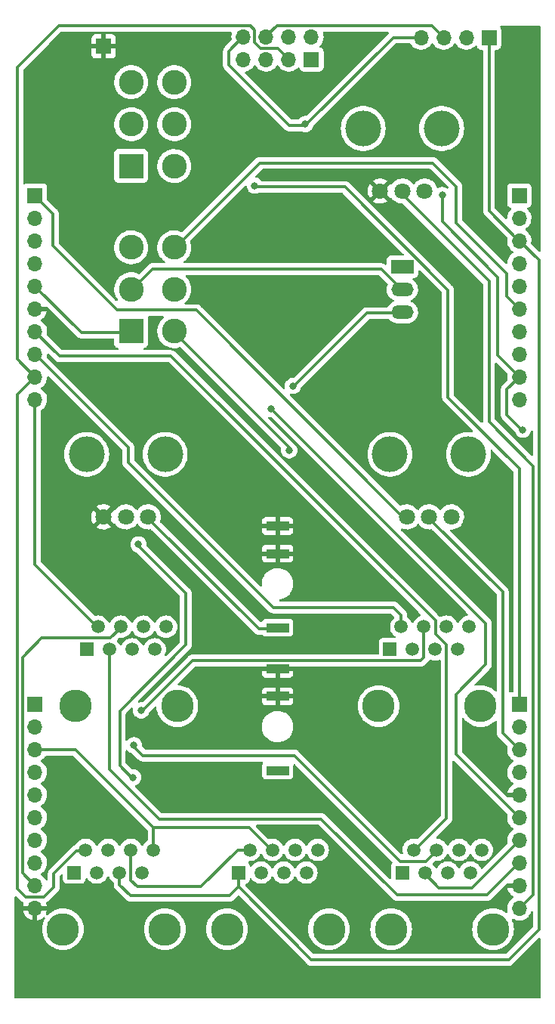
<source format=gbr>
%TF.GenerationSoftware,KiCad,Pcbnew,(6.0.11)*%
%TF.CreationDate,2023-04-28T10:51:54+01:00*%
%TF.ProjectId,Quadraphone_Controls_v2,51756164-7261-4706-986f-6e655f436f6e,rev?*%
%TF.SameCoordinates,Original*%
%TF.FileFunction,Copper,L1,Top*%
%TF.FilePolarity,Positive*%
%FSLAX46Y46*%
G04 Gerber Fmt 4.6, Leading zero omitted, Abs format (unit mm)*
G04 Created by KiCad (PCBNEW (6.0.11)) date 2023-04-28 10:51:54*
%MOMM*%
%LPD*%
G01*
G04 APERTURE LIST*
%TA.AperFunction,ComponentPad*%
%ADD10R,2.775000X2.775000*%
%TD*%
%TA.AperFunction,ComponentPad*%
%ADD11C,2.775000*%
%TD*%
%TA.AperFunction,WasherPad*%
%ADD12C,3.650000*%
%TD*%
%TA.AperFunction,ComponentPad*%
%ADD13R,1.500000X1.500000*%
%TD*%
%TA.AperFunction,ComponentPad*%
%ADD14C,1.500000*%
%TD*%
%TA.AperFunction,WasherPad*%
%ADD15C,4.000000*%
%TD*%
%TA.AperFunction,ComponentPad*%
%ADD16C,1.800000*%
%TD*%
%TA.AperFunction,ComponentPad*%
%ADD17R,2.500000X1.500000*%
%TD*%
%TA.AperFunction,ComponentPad*%
%ADD18O,2.500000X1.500000*%
%TD*%
%TA.AperFunction,ComponentPad*%
%ADD19R,2.500000X1.000000*%
%TD*%
%TA.AperFunction,ComponentPad*%
%ADD20R,1.700000X1.700000*%
%TD*%
%TA.AperFunction,ComponentPad*%
%ADD21O,1.700000X1.700000*%
%TD*%
%TA.AperFunction,ViaPad*%
%ADD22C,0.800000*%
%TD*%
%TA.AperFunction,Conductor*%
%ADD23C,0.300000*%
%TD*%
G04 APERTURE END LIST*
D10*
%TO.P,SW3,1,Out1*%
%TO.N,/Oct_4v*%
X63585000Y-59700000D03*
D11*
%TO.P,SW3,2,In*%
%TO.N,/OCT_TUNE*%
X63585000Y-55000000D03*
%TO.P,SW3,3,Pin3*%
%TO.N,Net-(SW3-Pad3)*%
X63585000Y-50300000D03*
%TO.P,SW3,4,Out2*%
%TO.N,/Oct_3v*%
X68415000Y-59700000D03*
%TO.P,SW3,5,Pin5*%
%TO.N,Net-(SW3-Pad3)*%
X68415000Y-55000000D03*
%TO.P,SW3,6,Out3*%
%TO.N,/Oct_2v*%
X68415000Y-50300000D03*
%TD*%
D12*
%TO.P,J7,*%
%TO.N,*%
X102760000Y-120200000D03*
X91330000Y-120200000D03*
D13*
%TO.P,J7,1*%
%TO.N,/PWM_CV1*%
X92600000Y-113850000D03*
D14*
%TO.P,J7,2*%
%TO.N,/PWM_CV2*%
X93870000Y-111310000D03*
%TO.P,J7,3*%
%TO.N,/PWM_CV3*%
X95140000Y-113850000D03*
%TO.P,J7,4*%
%TO.N,/PWM_CV4*%
X96410000Y-111310000D03*
%TO.P,J7,5*%
%TO.N,unconnected-(J7-Pad5)*%
X97680000Y-113850000D03*
%TO.P,J7,6*%
%TO.N,unconnected-(J7-Pad6)*%
X98950000Y-111310000D03*
%TO.P,J7,7*%
%TO.N,unconnected-(J7-Pad7)*%
X100220000Y-113850000D03*
%TO.P,J7,8*%
%TO.N,unconnected-(J7-Pad8)*%
X101490000Y-111310000D03*
%TD*%
D15*
%TO.P,Fine_Tune1,*%
%TO.N,*%
X89600000Y-55500000D03*
X98400000Y-55500000D03*
D16*
%TO.P,Fine_Tune1,1,1*%
%TO.N,+5V*%
X96500000Y-62500000D03*
%TO.P,Fine_Tune1,2,2*%
%TO.N,/FINE_TUNE*%
X94000000Y-62500000D03*
%TO.P,Fine_Tune1,3,3*%
%TO.N,GND*%
X91500000Y-62500000D03*
%TD*%
D12*
%TO.P,J9,*%
%TO.N,*%
X57330000Y-120200000D03*
X68760000Y-120200000D03*
D13*
%TO.P,J9,1*%
%TO.N,/FREQ_MOD1*%
X58600000Y-113850000D03*
D14*
%TO.P,J9,2*%
%TO.N,/FREQ_MOD2*%
X59870000Y-111310000D03*
%TO.P,J9,3*%
%TO.N,/FREQ_MOD3*%
X61140000Y-113850000D03*
%TO.P,J9,4*%
%TO.N,/FREQ_MOD4*%
X62410000Y-111310000D03*
%TO.P,J9,5*%
%TO.N,unconnected-(J9-Pad5)*%
X63680000Y-113850000D03*
%TO.P,J9,6*%
%TO.N,unconnected-(J9-Pad6)*%
X64950000Y-111310000D03*
%TO.P,J9,7*%
%TO.N,unconnected-(J9-Pad7)*%
X66220000Y-113850000D03*
%TO.P,J9,8*%
%TO.N,unconnected-(J9-Pad8)*%
X67490000Y-111310000D03*
%TD*%
D12*
%TO.P,J8,*%
%TO.N,*%
X92730000Y-145200000D03*
X104160000Y-145200000D03*
D13*
%TO.P,J8,1*%
%TO.N,/SYNCH_SIGNAL1*%
X94000000Y-138850000D03*
D14*
%TO.P,J8,2*%
%TO.N,/SYNCH_SIGNAL2*%
X95270000Y-136310000D03*
%TO.P,J8,3*%
%TO.N,/SYNCH_SIGNAL3*%
X96540000Y-138850000D03*
%TO.P,J8,4*%
%TO.N,/SYNCH_SIGNAL4*%
X97810000Y-136310000D03*
%TO.P,J8,5*%
%TO.N,unconnected-(J8-Pad5)*%
X99080000Y-138850000D03*
%TO.P,J8,6*%
%TO.N,unconnected-(J8-Pad6)*%
X100350000Y-136310000D03*
%TO.P,J8,7*%
%TO.N,unconnected-(J8-Pad7)*%
X101620000Y-138850000D03*
%TO.P,J8,8*%
%TO.N,unconnected-(J8-Pad8)*%
X102890000Y-136310000D03*
%TD*%
D17*
%TO.P,SW1,1,A*%
%TO.N,/HARD_SYNCH_SW*%
X94000000Y-71000000D03*
D18*
%TO.P,SW1,2,B*%
%TO.N,+5V*%
X94000000Y-73540000D03*
%TO.P,SW1,3,C*%
%TO.N,/SOFT_SYNCH_SW*%
X94000000Y-76080000D03*
%TD*%
D15*
%TO.P,Vibrato_Depth1,*%
%TO.N,*%
X58600000Y-92000000D03*
X67400000Y-92000000D03*
D16*
%TO.P,Vibrato_Depth1,1,1*%
%TO.N,/LFO_IN*%
X65500000Y-99000000D03*
%TO.P,Vibrato_Depth1,2,2*%
%TO.N,/LIN_FREQ_IN*%
X63000000Y-99000000D03*
%TO.P,Vibrato_Depth1,3,3*%
%TO.N,GND*%
X60500000Y-99000000D03*
%TD*%
D12*
%TO.P,J10,*%
%TO.N,*%
X67360000Y-145200000D03*
X55930000Y-145200000D03*
D13*
%TO.P,J10,1*%
%TO.N,/V_PER_OCT1*%
X57200000Y-138850000D03*
D14*
%TO.P,J10,2*%
%TO.N,/V_PER_OCT2*%
X58470000Y-136310000D03*
%TO.P,J10,3*%
%TO.N,/V_PER_OCT3*%
X59740000Y-138850000D03*
%TO.P,J10,4*%
%TO.N,/V_PER_OCT4*%
X61010000Y-136310000D03*
%TO.P,J10,5*%
%TO.N,/MIX_OUT1*%
X62280000Y-138850000D03*
%TO.P,J10,6*%
%TO.N,/MIX_OUT2*%
X63550000Y-136310000D03*
%TO.P,J10,7*%
%TO.N,/MIX_OUT3*%
X64820000Y-138850000D03*
%TO.P,J10,8*%
%TO.N,/MIX_OUT4*%
X66090000Y-136310000D03*
%TD*%
D10*
%TO.P,SW2,1,Out1*%
%TO.N,/PULSE_SW*%
X63585000Y-78200000D03*
D11*
%TO.P,SW2,2,In*%
%TO.N,+5V*%
X63585000Y-73500000D03*
%TO.P,SW2,3,Pin3*%
%TO.N,Net-(SW2-Pad3)*%
X63585000Y-68800000D03*
%TO.P,SW2,4,Out2*%
%TO.N,/TRIANGLE_SW*%
X68415000Y-78200000D03*
%TO.P,SW2,5,Pin5*%
%TO.N,Net-(SW2-Pad3)*%
X68415000Y-73500000D03*
%TO.P,SW2,6,Out3*%
%TO.N,/SAW_SW*%
X68415000Y-68800000D03*
%TD*%
D12*
%TO.P,J11,*%
%TO.N,*%
X85760000Y-145200000D03*
X74330000Y-145200000D03*
D13*
%TO.P,J11,1*%
%TO.N,/MIX_OUT1*%
X75600000Y-138850000D03*
D14*
%TO.P,J11,2*%
%TO.N,/MIX_OUT2*%
X76870000Y-136310000D03*
%TO.P,J11,3*%
%TO.N,/MIX_OUT3*%
X78140000Y-138850000D03*
%TO.P,J11,4*%
%TO.N,/MIX_OUT4*%
X79410000Y-136310000D03*
%TO.P,J11,5*%
%TO.N,unconnected-(J11-Pad5)*%
X80680000Y-138850000D03*
%TO.P,J11,6*%
%TO.N,unconnected-(J11-Pad6)*%
X81950000Y-136310000D03*
%TO.P,J11,7*%
%TO.N,unconnected-(J11-Pad7)*%
X83220000Y-138850000D03*
%TO.P,J11,8*%
%TO.N,unconnected-(J11-Pad8)*%
X84490000Y-136310000D03*
%TD*%
D19*
%TO.P,J6,1*%
%TO.N,GND*%
X80000000Y-100020000D03*
%TO.P,J6,2*%
X80000000Y-103120000D03*
%TO.P,J6,3*%
%TO.N,/LFO_IN*%
X80000000Y-111420000D03*
%TD*%
D15*
%TO.P,PWM_Pot1,*%
%TO.N,*%
X101400000Y-92000000D03*
X92600000Y-92000000D03*
D16*
%TO.P,PWM_Pot1,1,1*%
%TO.N,-12V*%
X99500000Y-99000000D03*
%TO.P,PWM_Pot1,2,2*%
%TO.N,/PWM_POT*%
X97000000Y-99000000D03*
%TO.P,PWM_Pot1,3,3*%
%TO.N,+12V*%
X94500000Y-99000000D03*
%TD*%
D19*
%TO.P,J5,1*%
%TO.N,GND*%
X80000000Y-116020000D03*
%TO.P,J5,2*%
X80000000Y-119120000D03*
%TO.P,J5,3*%
%TO.N,/PWM_CV*%
X80000000Y-127420000D03*
%TD*%
D20*
%TO.P,J13,1,Pin_1*%
%TO.N,/MIX_OUT1*%
X103700000Y-45300000D03*
D21*
%TO.P,J13,2,Pin_2*%
%TO.N,/MIX_OUT2*%
X101160000Y-45300000D03*
%TO.P,J13,3,Pin_3*%
%TO.N,/MIX_OUT3*%
X98620000Y-45300000D03*
%TO.P,J13,4,Pin_4*%
%TO.N,/MIX_OUT4*%
X96080000Y-45300000D03*
%TD*%
D20*
%TO.P,J3,1,Pin_1*%
%TO.N,/MIX_OUT3*%
X107100000Y-120000000D03*
D21*
%TO.P,J3,2,Pin_2*%
%TO.N,/PWM_CV*%
X107100000Y-122540000D03*
%TO.P,J3,3,Pin_3*%
%TO.N,/PWM_POT*%
X107100000Y-125080000D03*
%TO.P,J3,4,Pin_4*%
%TO.N,/PWM_CV3*%
X107100000Y-127620000D03*
%TO.P,J3,5,Pin_5*%
%TO.N,GND*%
X107100000Y-130160000D03*
%TO.P,J3,6,Pin_6*%
%TO.N,/V_PER_OCT3*%
X107100000Y-132700000D03*
%TO.P,J3,7,Pin_7*%
%TO.N,/SYNCH_SIGNAL3*%
X107100000Y-135240000D03*
%TO.P,J3,8,Pin_8*%
%TO.N,/FREQ_MOD3*%
X107100000Y-137780000D03*
%TO.P,J3,9,Pin_9*%
%TO.N,GND*%
X107100000Y-140320000D03*
%TO.P,J3,10,Pin_10*%
%TO.N,/FINE_TUNE*%
X107100000Y-142860000D03*
%TD*%
D20*
%TO.P,J14,1,Pin_1*%
%TO.N,GND*%
X60500000Y-46300000D03*
%TD*%
%TO.P,J4,1,Pin_1*%
%TO.N,/LIN_FREQ_IN*%
X52800000Y-120000000D03*
D21*
%TO.P,J4,2,Pin_2*%
%TO.N,/SOFT_SYNCH_SW*%
X52800000Y-122540000D03*
%TO.P,J4,3,Pin_3*%
%TO.N,/MIX_OUT4*%
X52800000Y-125080000D03*
%TO.P,J4,4,Pin_4*%
%TO.N,/TRIANGLE_SW*%
X52800000Y-127620000D03*
%TO.P,J4,5,Pin_5*%
%TO.N,/SYNCH_SIGNAL4*%
X52800000Y-130160000D03*
%TO.P,J4,6,Pin_6*%
%TO.N,/PWM_CV4*%
X52800000Y-132700000D03*
%TO.P,J4,7,Pin_7*%
%TO.N,/V_PER_OCT4*%
X52800000Y-135240000D03*
%TO.P,J4,8,Pin_8*%
%TO.N,/OCT_TUNE*%
X52800000Y-137780000D03*
%TO.P,J4,9,Pin_9*%
%TO.N,/FREQ_MOD4*%
X52800000Y-140320000D03*
%TO.P,J4,10,Pin_10*%
%TO.N,GND*%
X52800000Y-142860000D03*
%TD*%
D20*
%TO.P,J1,1,Pin_1*%
%TO.N,-5V*%
X107100000Y-63000000D03*
D21*
%TO.P,J1,2,Pin_2*%
%TO.N,-12V*%
X107100000Y-65540000D03*
%TO.P,J1,3,Pin_3*%
%TO.N,/MIX_OUT1*%
X107100000Y-68080000D03*
%TO.P,J1,4,Pin_4*%
%TO.N,/HARD_SYNCH_SW*%
X107100000Y-70620000D03*
%TO.P,J1,5,Pin_5*%
%TO.N,GND*%
X107100000Y-73160000D03*
%TO.P,J1,6,Pin_6*%
%TO.N,/SAW_SW*%
X107100000Y-75700000D03*
%TO.P,J1,7,Pin_7*%
%TO.N,/SYNCH_SIGNAL1*%
X107100000Y-78240000D03*
%TO.P,J1,8,Pin_8*%
%TO.N,/PWM_CV1*%
X107100000Y-80780000D03*
%TO.P,J1,9,Pin_9*%
%TO.N,/V_PER_OCT1*%
X107100000Y-83320000D03*
%TO.P,J1,10,Pin_10*%
%TO.N,/FREQ_MOD1*%
X107100000Y-85860000D03*
%TD*%
D20*
%TO.P,J12,1,Pin_1*%
%TO.N,/V_PER_OCT1*%
X83800000Y-47750000D03*
D21*
%TO.P,J12,2,Pin_2*%
%TO.N,/MIX_OUT1*%
X83800000Y-45210000D03*
%TO.P,J12,3,Pin_3*%
%TO.N,/V_PER_OCT2*%
X81260000Y-47750000D03*
%TO.P,J12,4,Pin_4*%
%TO.N,/MIX_OUT2*%
X81260000Y-45210000D03*
%TO.P,J12,5,Pin_5*%
%TO.N,/V_PER_OCT3*%
X78720000Y-47750000D03*
%TO.P,J12,6,Pin_6*%
%TO.N,/MIX_OUT3*%
X78720000Y-45210000D03*
%TO.P,J12,7,Pin_7*%
%TO.N,/V_PER_OCT4*%
X76180000Y-47750000D03*
%TO.P,J12,8,Pin_8*%
%TO.N,/MIX_OUT4*%
X76180000Y-45210000D03*
%TD*%
D20*
%TO.P,J2,1,Pin_1*%
%TO.N,+12V*%
X52800000Y-63000000D03*
D21*
%TO.P,J2,2,Pin_2*%
%TO.N,+5V*%
X52800000Y-65540000D03*
%TO.P,J2,3,Pin_3*%
%TO.N,+2V5*%
X52800000Y-68080000D03*
%TO.P,J2,4,Pin_4*%
%TO.N,/MIX_OUT2*%
X52800000Y-70620000D03*
%TO.P,J2,5,Pin_5*%
%TO.N,/PULSE_SW*%
X52800000Y-73160000D03*
%TO.P,J2,6,Pin_6*%
%TO.N,GND*%
X52800000Y-75700000D03*
%TO.P,J2,7,Pin_7*%
%TO.N,/SYNCH_SIGNAL2*%
X52800000Y-78240000D03*
%TO.P,J2,8,Pin_8*%
%TO.N,/PWM_CV2*%
X52800000Y-80780000D03*
%TO.P,J2,9,Pin_9*%
%TO.N,/V_PER_OCT2*%
X52800000Y-83320000D03*
%TO.P,J2,10,Pin_10*%
%TO.N,/FREQ_MOD2*%
X52800000Y-85860000D03*
%TD*%
D22*
%TO.N,GND*%
X60500000Y-79600000D03*
X55000000Y-85900000D03*
X58000000Y-82900000D03*
X95200000Y-66800000D03*
X98500000Y-70100000D03*
X96800000Y-74900000D03*
X108400000Y-152100000D03*
X52400000Y-151900000D03*
X86800000Y-123600000D03*
X93600000Y-104000000D03*
X65500000Y-106800000D03*
X73200000Y-99000000D03*
X55100000Y-95300000D03*
X62000000Y-84300000D03*
X81000000Y-73800000D03*
X80900000Y-68600000D03*
X81000000Y-80300000D03*
X90800000Y-73900000D03*
X71500000Y-55400000D03*
X101800000Y-48700000D03*
X52900000Y-58400000D03*
%TO.N,/PWM_CV4*%
X64700000Y-120700000D03*
%TO.N,/MIX_OUT4*%
X83100000Y-55000000D03*
%TO.N,/MIX_OUT3*%
X77449999Y-61904499D03*
%TO.N,/SYNCH_SIGNAL4*%
X63900000Y-124600000D03*
%TO.N,/V_PER_OCT4*%
X63800000Y-128200000D03*
X64400000Y-102100000D03*
%TO.N,/V_PER_OCT3*%
X79300000Y-86900000D03*
%TO.N,/V_PER_OCT1*%
X98450000Y-62950000D03*
X107500000Y-89250000D03*
%TO.N,GND*%
X101800000Y-76400000D03*
X95600000Y-117500000D03*
X88550000Y-47800000D03*
X104900000Y-83050000D03*
X89400000Y-66800000D03*
X107900000Y-44950000D03*
X76200000Y-57500000D03*
X61600000Y-145100000D03*
X71950000Y-88100000D03*
X81750000Y-52750000D03*
X87500000Y-88100000D03*
X101200000Y-58500000D03*
X100200000Y-95700000D03*
X73700000Y-123400000D03*
X86700000Y-110900000D03*
X104200000Y-102500000D03*
X61200000Y-132750000D03*
X91500000Y-130800000D03*
X66350000Y-128350000D03*
X90700000Y-113600000D03*
X87550000Y-137950000D03*
X84400000Y-131100000D03*
X57800000Y-63800000D03*
X82400000Y-143800000D03*
X55800000Y-128650000D03*
X70800000Y-130900000D03*
X101050000Y-129700000D03*
X83100000Y-92650000D03*
X74800000Y-74500000D03*
X57000000Y-104500000D03*
X106750000Y-58450000D03*
X93200000Y-125900000D03*
X85600000Y-55800000D03*
X104750000Y-128400000D03*
X72000000Y-45800000D03*
X69900000Y-63800000D03*
X90000000Y-106800000D03*
X78000000Y-145000000D03*
X103075500Y-66543192D03*
X97400000Y-124400000D03*
X98650000Y-145200000D03*
X64750000Y-134500000D03*
X101200000Y-105300000D03*
%TO.N,/SOFT_SYNCH_SW*%
X81725500Y-84325000D03*
%TO.N,/TRIANGLE_SW*%
X81300000Y-91550000D03*
%TD*%
D23*
%TO.N,+12V*%
X52800000Y-63050000D02*
X52800000Y-63000000D01*
X54800000Y-65050000D02*
X52800000Y-63050000D01*
X54800000Y-68650000D02*
X54800000Y-65050000D01*
X62000000Y-75850000D02*
X54800000Y-68650000D01*
X94200000Y-99150000D02*
X70900000Y-75850000D01*
X70900000Y-75850000D02*
X62000000Y-75850000D01*
X94500000Y-99150000D02*
X94200000Y-99150000D01*
%TO.N,/PWM_CV4*%
X96410000Y-114740000D02*
X96050000Y-115100000D01*
X96410000Y-111460000D02*
X96410000Y-114740000D01*
X96050000Y-115100000D02*
X70450000Y-115100000D01*
X70450000Y-115100000D02*
X64700000Y-120850000D01*
%TO.N,/PWM_CV2*%
X93870000Y-110020000D02*
X93000000Y-109150000D01*
X93000000Y-109150000D02*
X79500000Y-109150000D01*
X79500000Y-109150000D02*
X63250000Y-92900000D01*
X52830000Y-80780000D02*
X52800000Y-80780000D01*
X63250000Y-91200000D02*
X52830000Y-80780000D01*
X63250000Y-92900000D02*
X63250000Y-91200000D01*
X93870000Y-111460000D02*
X93870000Y-110020000D01*
%TO.N,/MIX_OUT4*%
X52820000Y-125100000D02*
X52800000Y-125080000D01*
X66100000Y-133850000D02*
X57350000Y-125100000D01*
X81300000Y-55150000D02*
X74550000Y-48400000D01*
X92950000Y-45300000D02*
X83100000Y-55150000D01*
X74550000Y-46830000D02*
X76180000Y-45200000D01*
X74550000Y-48400000D02*
X74550000Y-46830000D01*
X96080000Y-45300000D02*
X92950000Y-45300000D01*
X66100000Y-133850000D02*
X76800000Y-133850000D01*
X66100000Y-133850000D02*
X66100000Y-136450000D01*
X83100000Y-55150000D02*
X81300000Y-55150000D01*
X57350000Y-125100000D02*
X52820000Y-125100000D01*
X76800000Y-133850000D02*
X79410000Y-136460000D01*
%TO.N,/MIX_OUT3*%
X87567249Y-62054499D02*
X77449999Y-62054499D01*
X97320000Y-44000000D02*
X79920000Y-44000000D01*
X79920000Y-44000000D02*
X78720000Y-45200000D01*
X107100000Y-93600000D02*
X99100000Y-85600000D01*
X107100000Y-120000000D02*
X107100000Y-93600000D01*
X98620000Y-45300000D02*
X97320000Y-44000000D01*
X99100000Y-85600000D02*
X99100000Y-73587250D01*
X99100000Y-73587250D02*
X87567249Y-62054499D01*
%TO.N,/MIX_OUT2*%
X64300000Y-140450000D02*
X71400000Y-140450000D01*
X63550000Y-139700000D02*
X64300000Y-140450000D01*
X71400000Y-140450000D02*
X75540000Y-136310000D01*
X63550000Y-136460000D02*
X63550000Y-139700000D01*
X75540000Y-136310000D02*
X76870000Y-136310000D01*
%TO.N,/MIX_OUT1*%
X62280000Y-139000000D02*
X62280000Y-140230000D01*
X109300000Y-145250000D02*
X109300000Y-70250000D01*
X107080000Y-68080000D02*
X103700000Y-64700000D01*
X103700000Y-64700000D02*
X103700000Y-44650000D01*
X107100000Y-68080000D02*
X107080000Y-68080000D01*
X62280000Y-140230000D02*
X63500000Y-141450000D01*
X75600000Y-140450000D02*
X83800000Y-148650000D01*
X74600000Y-141450000D02*
X75600000Y-140450000D01*
X109300000Y-70250000D02*
X107130000Y-68080000D01*
X63500000Y-141450000D02*
X74600000Y-141450000D01*
X75600000Y-140450000D02*
X75600000Y-139000000D01*
X83800000Y-148650000D02*
X105900000Y-148650000D01*
X105900000Y-148650000D02*
X109300000Y-145250000D01*
X107130000Y-68080000D02*
X107100000Y-68080000D01*
%TO.N,/SYNCH_SIGNAL4*%
X93750000Y-137600000D02*
X81900000Y-125750000D01*
X96670000Y-137600000D02*
X93750000Y-137600000D01*
X81900000Y-125750000D02*
X64900000Y-125750000D01*
X97810000Y-136460000D02*
X96670000Y-137600000D01*
X64900000Y-125750000D02*
X63900000Y-124750000D01*
%TO.N,/SYNCH_SIGNAL3*%
X98090000Y-140550000D02*
X101800000Y-140550000D01*
X107100000Y-135250000D02*
X107100000Y-135240000D01*
X96540000Y-139000000D02*
X98090000Y-140550000D01*
X101800000Y-140550000D02*
X107100000Y-135250000D01*
%TO.N,/SYNCH_SIGNAL2*%
X95270000Y-136460000D02*
X98950000Y-132780000D01*
X52800000Y-78250000D02*
X52800000Y-78240000D01*
X98950000Y-113350000D02*
X97700000Y-112100000D01*
X98950000Y-132780000D02*
X98950000Y-113350000D01*
X68050000Y-81000000D02*
X55550000Y-81000000D01*
X97700000Y-110650000D02*
X68050000Y-81000000D01*
X97700000Y-112100000D02*
X97700000Y-110650000D01*
X55550000Y-81000000D02*
X52800000Y-78250000D01*
%TO.N,/FREQ_MOD4*%
X53550000Y-112600000D02*
X51400000Y-114750000D01*
X51400000Y-138920000D02*
X52800000Y-140320000D01*
X51400000Y-114750000D02*
X51400000Y-138920000D01*
X61270000Y-112600000D02*
X53550000Y-112600000D01*
X62410000Y-111460000D02*
X61270000Y-112600000D01*
%TO.N,/FREQ_MOD3*%
X66700000Y-132850000D02*
X61140000Y-127290000D01*
X107100000Y-137780000D02*
X107070000Y-137780000D01*
X84900000Y-132850000D02*
X66700000Y-132850000D01*
X93400000Y-141350000D02*
X84900000Y-132850000D01*
X107070000Y-137780000D02*
X103500000Y-141350000D01*
X61140000Y-127290000D02*
X61140000Y-114000000D01*
X103500000Y-141350000D02*
X93400000Y-141350000D01*
%TO.N,/FREQ_MOD2*%
X52800000Y-104350000D02*
X52800000Y-85860000D01*
X59870000Y-111420000D02*
X52800000Y-104350000D01*
%TO.N,/V_PER_OCT4*%
X64400000Y-102250000D02*
X69700000Y-107550000D01*
X62300000Y-120750000D02*
X62300000Y-126850000D01*
X69700000Y-113350000D02*
X62300000Y-120750000D01*
X62300000Y-126850000D02*
X63800000Y-128350000D01*
X69700000Y-107550000D02*
X69700000Y-113350000D01*
%TO.N,/V_PER_OCT3*%
X103350000Y-115550000D02*
X103350000Y-110950000D01*
X107100000Y-132700000D02*
X100000000Y-125600000D01*
X100000000Y-125600000D02*
X100000000Y-118900000D01*
X100000000Y-118900000D02*
X103350000Y-115550000D01*
X103350000Y-110950000D02*
X79300000Y-86900000D01*
%TO.N,/V_PER_OCT2*%
X77000000Y-44000000D02*
X77450000Y-44450000D01*
X50800000Y-85320000D02*
X50800000Y-140650000D01*
X53800000Y-141600000D02*
X54900000Y-140500000D01*
X52800000Y-83320000D02*
X50800000Y-85320000D01*
X54900000Y-140500000D02*
X54900000Y-138969340D01*
X50800000Y-140650000D02*
X51750000Y-141600000D01*
X77450000Y-45850000D02*
X78100000Y-46500000D01*
X52800000Y-83320000D02*
X50800000Y-81320000D01*
X55450000Y-44000000D02*
X77000000Y-44000000D01*
X78100000Y-46500000D02*
X80020000Y-46500000D01*
X54900000Y-138969340D02*
X57409340Y-136460000D01*
X50800000Y-48650000D02*
X55450000Y-44000000D01*
X50800000Y-81320000D02*
X50800000Y-48650000D01*
X57409340Y-136460000D02*
X58470000Y-136460000D01*
X80020000Y-46500000D02*
X81260000Y-47740000D01*
X77450000Y-44450000D02*
X77450000Y-45850000D01*
X51750000Y-141600000D02*
X53800000Y-141600000D01*
%TO.N,/V_PER_OCT1*%
X104700000Y-80920000D02*
X104700000Y-72200000D01*
X107500000Y-89400000D02*
X105700000Y-87600000D01*
X105700000Y-87600000D02*
X105700000Y-84720000D01*
X98450000Y-65950000D02*
X98450000Y-63100000D01*
X107100000Y-83320000D02*
X104700000Y-80920000D01*
X105700000Y-84720000D02*
X107100000Y-83320000D01*
X104700000Y-72200000D02*
X98450000Y-65950000D01*
%TO.N,/SAW_SW*%
X68415000Y-68935000D02*
X78000000Y-59350000D01*
X105700000Y-74300000D02*
X107100000Y-75700000D01*
X105700000Y-71750000D02*
X105700000Y-74300000D01*
X78000000Y-59350000D02*
X97400000Y-59350000D01*
X100050000Y-66100000D02*
X105700000Y-71750000D01*
X97400000Y-59350000D02*
X100050000Y-62000000D01*
X100050000Y-62000000D02*
X100050000Y-66100000D01*
%TO.N,+5V*%
X65985000Y-71250000D02*
X91606100Y-71250000D01*
X63585000Y-73650000D02*
X65985000Y-71250000D01*
X91606100Y-71250000D02*
X94000000Y-73643900D01*
%TO.N,/PULSE_SW*%
X63585000Y-78350000D02*
X58000000Y-78350000D01*
X58000000Y-78350000D02*
X52810000Y-73160000D01*
X52810000Y-73160000D02*
X52800000Y-73160000D01*
%TO.N,/PWM_POT*%
X105249502Y-123229502D02*
X107100000Y-125080000D01*
X105249502Y-107399502D02*
X105249502Y-123229502D01*
X97000000Y-99150000D02*
X105249502Y-107399502D01*
%TO.N,/SOFT_SYNCH_SW*%
X90016600Y-76183900D02*
X81725500Y-84475000D01*
X94000000Y-76183900D02*
X90016600Y-76183900D01*
%TO.N,/TRIANGLE_SW*%
X81300000Y-91235000D02*
X68415000Y-78350000D01*
X81300000Y-91700000D02*
X81300000Y-91235000D01*
%TO.N,/FINE_TUNE*%
X108650000Y-93300000D02*
X108650000Y-141310000D01*
X94000000Y-62650000D02*
X94000000Y-62900000D01*
X94000000Y-62900000D02*
X103700000Y-72600000D01*
X103700000Y-88350000D02*
X108650000Y-93300000D01*
X108650000Y-141310000D02*
X107100000Y-142860000D01*
X103700000Y-72600000D02*
X103700000Y-88350000D01*
%TO.N,/LFO_IN*%
X80000000Y-111570000D02*
X77920000Y-111570000D01*
X77920000Y-111570000D02*
X65500000Y-99150000D01*
%TD*%
%TA.AperFunction,Conductor*%
%TO.N,GND*%
G36*
X55859532Y-139045234D02*
G01*
X55916368Y-139087781D01*
X55941179Y-139154301D01*
X55941500Y-139163290D01*
X55941500Y-139648134D01*
X55948255Y-139710316D01*
X55999385Y-139846705D01*
X56086739Y-139963261D01*
X56203295Y-140050615D01*
X56339684Y-140101745D01*
X56401866Y-140108500D01*
X57998134Y-140108500D01*
X58060316Y-140101745D01*
X58196705Y-140050615D01*
X58313261Y-139963261D01*
X58400615Y-139846705D01*
X58451745Y-139710316D01*
X58458500Y-139648134D01*
X58458500Y-139613576D01*
X58478502Y-139545455D01*
X58532158Y-139498962D01*
X58602432Y-139488858D01*
X58667012Y-139518352D01*
X58687713Y-139541305D01*
X58760123Y-139644717D01*
X58772251Y-139662038D01*
X58927962Y-139817749D01*
X59108346Y-139944056D01*
X59307924Y-140037120D01*
X59520629Y-140094115D01*
X59740000Y-140113307D01*
X59959371Y-140094115D01*
X60172076Y-140037120D01*
X60371654Y-139944056D01*
X60552038Y-139817749D01*
X60707749Y-139662038D01*
X60719878Y-139644717D01*
X60830899Y-139486162D01*
X60830900Y-139486160D01*
X60834056Y-139481653D01*
X60836379Y-139476671D01*
X60836382Y-139476666D01*
X60895805Y-139349231D01*
X60942722Y-139295946D01*
X61010999Y-139276485D01*
X61078959Y-139297027D01*
X61124195Y-139349231D01*
X61183618Y-139476666D01*
X61183621Y-139476671D01*
X61185944Y-139481653D01*
X61189100Y-139486160D01*
X61189101Y-139486162D01*
X61300123Y-139644717D01*
X61312251Y-139662038D01*
X61467962Y-139817749D01*
X61567772Y-139887637D01*
X61612099Y-139943093D01*
X61621500Y-139990849D01*
X61621500Y-140147944D01*
X61620941Y-140159800D01*
X61619212Y-140167537D01*
X61619461Y-140175459D01*
X61621438Y-140238369D01*
X61621500Y-140242327D01*
X61621500Y-140271432D01*
X61622056Y-140275832D01*
X61622988Y-140287664D01*
X61624438Y-140333831D01*
X61626650Y-140341444D01*
X61626650Y-140341445D01*
X61630419Y-140354416D01*
X61634430Y-140373782D01*
X61637118Y-140395064D01*
X61640034Y-140402429D01*
X61640035Y-140402433D01*
X61654126Y-140438021D01*
X61657965Y-140449231D01*
X61670855Y-140493600D01*
X61681775Y-140512065D01*
X61690466Y-140529805D01*
X61698365Y-140549756D01*
X61722655Y-140583188D01*
X61725516Y-140587126D01*
X61732033Y-140597048D01*
X61751507Y-140629977D01*
X61751510Y-140629981D01*
X61755547Y-140636807D01*
X61770711Y-140651971D01*
X61783551Y-140667004D01*
X61796159Y-140684357D01*
X61831752Y-140713802D01*
X61840532Y-140721792D01*
X62976345Y-141857605D01*
X62984335Y-141866385D01*
X62988584Y-141873080D01*
X62994362Y-141878506D01*
X62994363Y-141878507D01*
X63040257Y-141921604D01*
X63043099Y-141924359D01*
X63063667Y-141944927D01*
X63067170Y-141947644D01*
X63076195Y-141955352D01*
X63109867Y-141986972D01*
X63116818Y-141990793D01*
X63116819Y-141990794D01*
X63128658Y-141997303D01*
X63145182Y-142008157D01*
X63155271Y-142015982D01*
X63162132Y-142021304D01*
X63169404Y-142024451D01*
X63169406Y-142024452D01*
X63204535Y-142039654D01*
X63215195Y-142044876D01*
X63245168Y-142061354D01*
X63255663Y-142067124D01*
X63276441Y-142072459D01*
X63295131Y-142078858D01*
X63314824Y-142087380D01*
X63349563Y-142092882D01*
X63360448Y-142094606D01*
X63372071Y-142097013D01*
X63392567Y-142102275D01*
X63416812Y-142108500D01*
X63438259Y-142108500D01*
X63457969Y-142110051D01*
X63479152Y-142113406D01*
X63525141Y-142109059D01*
X63536996Y-142108500D01*
X74517944Y-142108500D01*
X74529800Y-142109059D01*
X74529803Y-142109059D01*
X74537537Y-142110788D01*
X74608369Y-142108562D01*
X74612327Y-142108500D01*
X74641432Y-142108500D01*
X74645832Y-142107944D01*
X74657664Y-142107012D01*
X74703831Y-142105562D01*
X74724421Y-142099580D01*
X74743782Y-142095570D01*
X74751416Y-142094606D01*
X74757204Y-142093875D01*
X74757205Y-142093875D01*
X74765064Y-142092882D01*
X74772429Y-142089966D01*
X74772433Y-142089965D01*
X74808021Y-142075874D01*
X74819231Y-142072035D01*
X74863600Y-142059145D01*
X74882065Y-142048225D01*
X74899805Y-142039534D01*
X74919756Y-142031635D01*
X74957129Y-142004482D01*
X74967048Y-141997967D01*
X74999977Y-141978493D01*
X74999981Y-141978490D01*
X75006807Y-141974453D01*
X75021971Y-141959289D01*
X75037005Y-141946448D01*
X75054357Y-141933841D01*
X75083803Y-141898247D01*
X75091792Y-141889468D01*
X75510905Y-141470355D01*
X75573217Y-141436329D01*
X75644032Y-141441394D01*
X75689095Y-141470355D01*
X83276345Y-149057605D01*
X83284335Y-149066385D01*
X83288584Y-149073080D01*
X83294362Y-149078506D01*
X83294363Y-149078507D01*
X83340257Y-149121604D01*
X83343099Y-149124359D01*
X83363667Y-149144927D01*
X83367170Y-149147644D01*
X83376195Y-149155352D01*
X83409867Y-149186972D01*
X83416818Y-149190793D01*
X83416819Y-149190794D01*
X83428658Y-149197303D01*
X83445182Y-149208157D01*
X83455865Y-149216443D01*
X83462132Y-149221304D01*
X83486006Y-149231635D01*
X83504536Y-149239654D01*
X83515181Y-149244869D01*
X83555663Y-149267124D01*
X83563337Y-149269094D01*
X83563344Y-149269097D01*
X83576426Y-149272455D01*
X83595134Y-149278860D01*
X83614823Y-149287380D01*
X83622649Y-149288619D01*
X83622651Y-149288620D01*
X83647159Y-149292501D01*
X83660459Y-149294608D01*
X83672070Y-149297012D01*
X83703107Y-149304981D01*
X83709135Y-149306529D01*
X83709136Y-149306529D01*
X83716812Y-149308500D01*
X83738258Y-149308500D01*
X83757968Y-149310051D01*
X83771322Y-149312166D01*
X83771323Y-149312166D01*
X83779152Y-149313406D01*
X83825141Y-149309059D01*
X83836996Y-149308500D01*
X105817944Y-149308500D01*
X105829800Y-149309059D01*
X105829803Y-149309059D01*
X105837537Y-149310788D01*
X105908369Y-149308562D01*
X105912327Y-149308500D01*
X105941432Y-149308500D01*
X105945832Y-149307944D01*
X105957664Y-149307012D01*
X106003831Y-149305562D01*
X106024421Y-149299580D01*
X106043782Y-149295570D01*
X106051408Y-149294607D01*
X106057204Y-149293875D01*
X106057205Y-149293875D01*
X106065064Y-149292882D01*
X106072429Y-149289966D01*
X106072433Y-149289965D01*
X106108021Y-149275874D01*
X106119231Y-149272035D01*
X106163600Y-149259145D01*
X106182065Y-149248225D01*
X106199805Y-149239534D01*
X106219756Y-149231635D01*
X106257129Y-149204482D01*
X106267048Y-149197967D01*
X106299977Y-149178493D01*
X106299981Y-149178490D01*
X106306807Y-149174453D01*
X106321971Y-149159289D01*
X106337005Y-149146448D01*
X106354357Y-149133841D01*
X106383803Y-149098247D01*
X106391792Y-149089468D01*
X109276405Y-146204855D01*
X109338717Y-146170829D01*
X109409532Y-146175894D01*
X109466368Y-146218441D01*
X109491179Y-146284961D01*
X109491500Y-146293950D01*
X109491500Y-152815500D01*
X109471498Y-152883621D01*
X109417842Y-152930114D01*
X109365500Y-152941500D01*
X50634500Y-152941500D01*
X50566379Y-152921498D01*
X50519886Y-152867842D01*
X50508500Y-152815500D01*
X50508500Y-143127966D01*
X51468257Y-143127966D01*
X51498565Y-143262446D01*
X51501645Y-143272275D01*
X51581770Y-143469603D01*
X51586413Y-143478794D01*
X51697694Y-143660388D01*
X51703777Y-143668699D01*
X51843213Y-143829667D01*
X51850580Y-143836883D01*
X52014434Y-143972916D01*
X52022881Y-143978831D01*
X52206756Y-144086279D01*
X52216042Y-144090729D01*
X52415001Y-144166703D01*
X52424899Y-144169579D01*
X52528250Y-144190606D01*
X52542299Y-144189410D01*
X52546000Y-144179065D01*
X52546000Y-144178517D01*
X53054000Y-144178517D01*
X53058064Y-144192359D01*
X53071478Y-144194393D01*
X53078184Y-144193534D01*
X53088262Y-144191392D01*
X53292255Y-144130191D01*
X53301842Y-144126433D01*
X53493095Y-144032739D01*
X53501945Y-144027464D01*
X53675328Y-143903792D01*
X53683193Y-143897144D01*
X53715385Y-143865065D01*
X53777757Y-143831149D01*
X53848564Y-143836337D01*
X53905325Y-143878983D01*
X53930019Y-143945547D01*
X53914807Y-144014894D01*
X53909091Y-144024316D01*
X53904794Y-144030747D01*
X53880103Y-144080816D01*
X53771327Y-144301388D01*
X53771324Y-144301396D01*
X53769501Y-144305092D01*
X53671176Y-144594750D01*
X53611499Y-144894764D01*
X53591493Y-145200000D01*
X53611499Y-145505236D01*
X53671176Y-145805250D01*
X53769501Y-146094908D01*
X53771324Y-146098604D01*
X53771327Y-146098612D01*
X53806941Y-146170829D01*
X53904794Y-146369253D01*
X54074738Y-146623593D01*
X54077452Y-146626687D01*
X54077456Y-146626693D01*
X54273717Y-146850485D01*
X54276426Y-146853574D01*
X54279515Y-146856283D01*
X54503307Y-147052544D01*
X54503313Y-147052548D01*
X54506407Y-147055262D01*
X54509833Y-147057551D01*
X54509838Y-147057555D01*
X54757311Y-147222911D01*
X54760746Y-147225206D01*
X54764449Y-147227032D01*
X55031388Y-147358673D01*
X55031396Y-147358676D01*
X55035092Y-147360499D01*
X55039006Y-147361828D01*
X55039007Y-147361828D01*
X55320837Y-147457496D01*
X55320841Y-147457497D01*
X55324750Y-147458824D01*
X55328794Y-147459628D01*
X55328800Y-147459630D01*
X55620725Y-147517698D01*
X55620731Y-147517699D01*
X55624764Y-147518501D01*
X55628869Y-147518770D01*
X55628876Y-147518771D01*
X55925881Y-147538237D01*
X55930000Y-147538507D01*
X55934119Y-147538237D01*
X56231124Y-147518771D01*
X56231131Y-147518770D01*
X56235236Y-147518501D01*
X56239269Y-147517699D01*
X56239275Y-147517698D01*
X56531200Y-147459630D01*
X56531206Y-147459628D01*
X56535250Y-147458824D01*
X56539159Y-147457497D01*
X56539163Y-147457496D01*
X56820993Y-147361828D01*
X56820994Y-147361828D01*
X56824908Y-147360499D01*
X56828604Y-147358676D01*
X56828612Y-147358673D01*
X57095551Y-147227032D01*
X57099254Y-147225206D01*
X57102689Y-147222911D01*
X57350162Y-147057555D01*
X57350167Y-147057551D01*
X57353593Y-147055262D01*
X57356687Y-147052548D01*
X57356693Y-147052544D01*
X57580485Y-146856283D01*
X57583574Y-146853574D01*
X57586283Y-146850485D01*
X57782544Y-146626693D01*
X57782548Y-146626687D01*
X57785262Y-146623593D01*
X57955206Y-146369253D01*
X58053059Y-146170829D01*
X58088673Y-146098612D01*
X58088676Y-146098604D01*
X58090499Y-146094908D01*
X58188824Y-145805250D01*
X58248501Y-145505236D01*
X58268507Y-145200000D01*
X65021493Y-145200000D01*
X65041499Y-145505236D01*
X65101176Y-145805250D01*
X65199501Y-146094908D01*
X65201324Y-146098604D01*
X65201327Y-146098612D01*
X65236941Y-146170829D01*
X65334794Y-146369253D01*
X65504738Y-146623593D01*
X65507452Y-146626687D01*
X65507456Y-146626693D01*
X65703717Y-146850485D01*
X65706426Y-146853574D01*
X65709515Y-146856283D01*
X65933307Y-147052544D01*
X65933313Y-147052548D01*
X65936407Y-147055262D01*
X65939833Y-147057551D01*
X65939838Y-147057555D01*
X66187311Y-147222911D01*
X66190746Y-147225206D01*
X66194449Y-147227032D01*
X66461388Y-147358673D01*
X66461396Y-147358676D01*
X66465092Y-147360499D01*
X66469006Y-147361828D01*
X66469007Y-147361828D01*
X66750837Y-147457496D01*
X66750841Y-147457497D01*
X66754750Y-147458824D01*
X66758794Y-147459628D01*
X66758800Y-147459630D01*
X67050725Y-147517698D01*
X67050731Y-147517699D01*
X67054764Y-147518501D01*
X67058869Y-147518770D01*
X67058876Y-147518771D01*
X67355881Y-147538237D01*
X67360000Y-147538507D01*
X67364119Y-147538237D01*
X67661124Y-147518771D01*
X67661131Y-147518770D01*
X67665236Y-147518501D01*
X67669269Y-147517699D01*
X67669275Y-147517698D01*
X67961200Y-147459630D01*
X67961206Y-147459628D01*
X67965250Y-147458824D01*
X67969159Y-147457497D01*
X67969163Y-147457496D01*
X68250993Y-147361828D01*
X68250994Y-147361828D01*
X68254908Y-147360499D01*
X68258604Y-147358676D01*
X68258612Y-147358673D01*
X68525551Y-147227032D01*
X68529254Y-147225206D01*
X68532689Y-147222911D01*
X68780162Y-147057555D01*
X68780167Y-147057551D01*
X68783593Y-147055262D01*
X68786687Y-147052548D01*
X68786693Y-147052544D01*
X69010485Y-146856283D01*
X69013574Y-146853574D01*
X69016283Y-146850485D01*
X69212544Y-146626693D01*
X69212548Y-146626687D01*
X69215262Y-146623593D01*
X69385206Y-146369253D01*
X69483059Y-146170829D01*
X69518673Y-146098612D01*
X69518676Y-146098604D01*
X69520499Y-146094908D01*
X69618824Y-145805250D01*
X69678501Y-145505236D01*
X69698507Y-145200000D01*
X71991493Y-145200000D01*
X72011499Y-145505236D01*
X72071176Y-145805250D01*
X72169501Y-146094908D01*
X72171324Y-146098604D01*
X72171327Y-146098612D01*
X72206941Y-146170829D01*
X72304794Y-146369253D01*
X72474738Y-146623593D01*
X72477452Y-146626687D01*
X72477456Y-146626693D01*
X72673717Y-146850485D01*
X72676426Y-146853574D01*
X72679515Y-146856283D01*
X72903307Y-147052544D01*
X72903313Y-147052548D01*
X72906407Y-147055262D01*
X72909833Y-147057551D01*
X72909838Y-147057555D01*
X73157311Y-147222911D01*
X73160746Y-147225206D01*
X73164449Y-147227032D01*
X73431388Y-147358673D01*
X73431396Y-147358676D01*
X73435092Y-147360499D01*
X73439006Y-147361828D01*
X73439007Y-147361828D01*
X73720837Y-147457496D01*
X73720841Y-147457497D01*
X73724750Y-147458824D01*
X73728794Y-147459628D01*
X73728800Y-147459630D01*
X74020725Y-147517698D01*
X74020731Y-147517699D01*
X74024764Y-147518501D01*
X74028869Y-147518770D01*
X74028876Y-147518771D01*
X74325881Y-147538237D01*
X74330000Y-147538507D01*
X74334119Y-147538237D01*
X74631124Y-147518771D01*
X74631131Y-147518770D01*
X74635236Y-147518501D01*
X74639269Y-147517699D01*
X74639275Y-147517698D01*
X74931200Y-147459630D01*
X74931206Y-147459628D01*
X74935250Y-147458824D01*
X74939159Y-147457497D01*
X74939163Y-147457496D01*
X75220993Y-147361828D01*
X75220994Y-147361828D01*
X75224908Y-147360499D01*
X75228604Y-147358676D01*
X75228612Y-147358673D01*
X75495551Y-147227032D01*
X75499254Y-147225206D01*
X75502689Y-147222911D01*
X75750162Y-147057555D01*
X75750167Y-147057551D01*
X75753593Y-147055262D01*
X75756687Y-147052548D01*
X75756693Y-147052544D01*
X75980485Y-146856283D01*
X75983574Y-146853574D01*
X75986283Y-146850485D01*
X76182544Y-146626693D01*
X76182548Y-146626687D01*
X76185262Y-146623593D01*
X76355206Y-146369253D01*
X76453059Y-146170829D01*
X76488673Y-146098612D01*
X76488676Y-146098604D01*
X76490499Y-146094908D01*
X76588824Y-145805250D01*
X76648501Y-145505236D01*
X76668507Y-145200000D01*
X76648501Y-144894764D01*
X76588824Y-144594750D01*
X76490499Y-144305092D01*
X76488676Y-144301396D01*
X76488673Y-144301388D01*
X76379897Y-144080816D01*
X76355206Y-144030747D01*
X76344614Y-144014894D01*
X76270631Y-143904171D01*
X76185262Y-143776407D01*
X76182548Y-143773313D01*
X76182544Y-143773307D01*
X75986283Y-143549515D01*
X75983574Y-143546426D01*
X75906455Y-143478794D01*
X75756693Y-143347456D01*
X75756687Y-143347452D01*
X75753593Y-143344738D01*
X75750167Y-143342449D01*
X75750162Y-143342445D01*
X75502689Y-143177089D01*
X75502687Y-143177088D01*
X75499254Y-143174794D01*
X75403449Y-143127548D01*
X75228612Y-143041327D01*
X75228604Y-143041324D01*
X75224908Y-143039501D01*
X75220993Y-143038172D01*
X74939163Y-142942504D01*
X74939159Y-142942503D01*
X74935250Y-142941176D01*
X74931206Y-142940372D01*
X74931200Y-142940370D01*
X74639275Y-142882302D01*
X74639269Y-142882301D01*
X74635236Y-142881499D01*
X74631131Y-142881230D01*
X74631124Y-142881229D01*
X74334119Y-142861763D01*
X74330000Y-142861493D01*
X74325881Y-142861763D01*
X74028876Y-142881229D01*
X74028869Y-142881230D01*
X74024764Y-142881499D01*
X74020731Y-142882301D01*
X74020725Y-142882302D01*
X73728800Y-142940370D01*
X73728794Y-142940372D01*
X73724750Y-142941176D01*
X73720841Y-142942503D01*
X73720837Y-142942504D01*
X73439007Y-143038172D01*
X73435092Y-143039501D01*
X73431396Y-143041324D01*
X73431388Y-143041327D01*
X73255704Y-143127966D01*
X73160747Y-143174794D01*
X72906407Y-143344738D01*
X72903313Y-143347452D01*
X72903307Y-143347456D01*
X72753545Y-143478794D01*
X72676426Y-143546426D01*
X72673717Y-143549515D01*
X72477456Y-143773307D01*
X72477452Y-143773313D01*
X72474738Y-143776407D01*
X72389369Y-143904171D01*
X72315387Y-144014894D01*
X72304794Y-144030747D01*
X72280103Y-144080816D01*
X72171327Y-144301388D01*
X72171324Y-144301396D01*
X72169501Y-144305092D01*
X72071176Y-144594750D01*
X72011499Y-144894764D01*
X71991493Y-145200000D01*
X69698507Y-145200000D01*
X69678501Y-144894764D01*
X69618824Y-144594750D01*
X69520499Y-144305092D01*
X69518676Y-144301396D01*
X69518673Y-144301388D01*
X69409897Y-144080816D01*
X69385206Y-144030747D01*
X69374614Y-144014894D01*
X69300631Y-143904171D01*
X69215262Y-143776407D01*
X69212548Y-143773313D01*
X69212544Y-143773307D01*
X69016283Y-143549515D01*
X69013574Y-143546426D01*
X68936455Y-143478794D01*
X68786693Y-143347456D01*
X68786687Y-143347452D01*
X68783593Y-143344738D01*
X68780167Y-143342449D01*
X68780162Y-143342445D01*
X68532689Y-143177089D01*
X68532687Y-143177088D01*
X68529254Y-143174794D01*
X68433449Y-143127548D01*
X68258612Y-143041327D01*
X68258604Y-143041324D01*
X68254908Y-143039501D01*
X68250993Y-143038172D01*
X67969163Y-142942504D01*
X67969159Y-142942503D01*
X67965250Y-142941176D01*
X67961206Y-142940372D01*
X67961200Y-142940370D01*
X67669275Y-142882302D01*
X67669269Y-142882301D01*
X67665236Y-142881499D01*
X67661131Y-142881230D01*
X67661124Y-142881229D01*
X67364119Y-142861763D01*
X67360000Y-142861493D01*
X67355881Y-142861763D01*
X67058876Y-142881229D01*
X67058869Y-142881230D01*
X67054764Y-142881499D01*
X67050731Y-142882301D01*
X67050725Y-142882302D01*
X66758800Y-142940370D01*
X66758794Y-142940372D01*
X66754750Y-142941176D01*
X66750841Y-142942503D01*
X66750837Y-142942504D01*
X66469007Y-143038172D01*
X66465092Y-143039501D01*
X66461396Y-143041324D01*
X66461388Y-143041327D01*
X66285704Y-143127966D01*
X66190747Y-143174794D01*
X65936407Y-143344738D01*
X65933313Y-143347452D01*
X65933307Y-143347456D01*
X65783545Y-143478794D01*
X65706426Y-143546426D01*
X65703717Y-143549515D01*
X65507456Y-143773307D01*
X65507452Y-143773313D01*
X65504738Y-143776407D01*
X65419369Y-143904171D01*
X65345387Y-144014894D01*
X65334794Y-144030747D01*
X65310103Y-144080816D01*
X65201327Y-144301388D01*
X65201324Y-144301396D01*
X65199501Y-144305092D01*
X65101176Y-144594750D01*
X65041499Y-144894764D01*
X65021493Y-145200000D01*
X58268507Y-145200000D01*
X58248501Y-144894764D01*
X58188824Y-144594750D01*
X58090499Y-144305092D01*
X58088676Y-144301396D01*
X58088673Y-144301388D01*
X57979897Y-144080816D01*
X57955206Y-144030747D01*
X57944614Y-144014894D01*
X57870631Y-143904171D01*
X57785262Y-143776407D01*
X57782548Y-143773313D01*
X57782544Y-143773307D01*
X57586283Y-143549515D01*
X57583574Y-143546426D01*
X57506455Y-143478794D01*
X57356693Y-143347456D01*
X57356687Y-143347452D01*
X57353593Y-143344738D01*
X57350167Y-143342449D01*
X57350162Y-143342445D01*
X57102689Y-143177089D01*
X57102687Y-143177088D01*
X57099254Y-143174794D01*
X57003449Y-143127548D01*
X56828612Y-143041327D01*
X56828604Y-143041324D01*
X56824908Y-143039501D01*
X56820993Y-143038172D01*
X56539163Y-142942504D01*
X56539159Y-142942503D01*
X56535250Y-142941176D01*
X56531206Y-142940372D01*
X56531200Y-142940370D01*
X56239275Y-142882302D01*
X56239269Y-142882301D01*
X56235236Y-142881499D01*
X56231131Y-142881230D01*
X56231124Y-142881229D01*
X55934119Y-142861763D01*
X55930000Y-142861493D01*
X55925881Y-142861763D01*
X55628876Y-142881229D01*
X55628869Y-142881230D01*
X55624764Y-142881499D01*
X55620731Y-142882301D01*
X55620725Y-142882302D01*
X55328800Y-142940370D01*
X55328794Y-142940372D01*
X55324750Y-142941176D01*
X55320841Y-142942503D01*
X55320837Y-142942504D01*
X55039007Y-143038172D01*
X55035092Y-143039501D01*
X55031396Y-143041324D01*
X55031388Y-143041327D01*
X54855704Y-143127966D01*
X54760747Y-143174794D01*
X54506407Y-143344738D01*
X54503313Y-143347452D01*
X54503307Y-143347456D01*
X54353545Y-143478794D01*
X54276426Y-143546426D01*
X54273717Y-143549515D01*
X54273710Y-143549522D01*
X54220391Y-143610321D01*
X54160438Y-143648349D01*
X54089442Y-143647927D01*
X54029946Y-143609189D01*
X54000837Y-143544434D01*
X54012702Y-143471417D01*
X54064670Y-143366267D01*
X54068469Y-143356672D01*
X54130377Y-143152910D01*
X54132555Y-143142837D01*
X54133986Y-143131962D01*
X54131775Y-143117778D01*
X54118617Y-143114000D01*
X53072115Y-143114000D01*
X53056876Y-143118475D01*
X53055671Y-143119865D01*
X53054000Y-143127548D01*
X53054000Y-144178517D01*
X52546000Y-144178517D01*
X52546000Y-143132115D01*
X52541525Y-143116876D01*
X52540135Y-143115671D01*
X52532452Y-143114000D01*
X51483225Y-143114000D01*
X51469694Y-143117973D01*
X51468257Y-143127966D01*
X50508500Y-143127966D01*
X50508500Y-141593950D01*
X50528502Y-141525829D01*
X50582158Y-141479336D01*
X50652432Y-141469232D01*
X50717012Y-141498726D01*
X50723595Y-141504855D01*
X51226345Y-142007605D01*
X51234335Y-142016385D01*
X51238584Y-142023080D01*
X51244362Y-142028506D01*
X51244363Y-142028507D01*
X51290257Y-142071604D01*
X51293099Y-142074359D01*
X51313667Y-142094927D01*
X51317170Y-142097644D01*
X51326195Y-142105352D01*
X51359867Y-142136972D01*
X51366818Y-142140793D01*
X51366819Y-142140794D01*
X51378658Y-142147303D01*
X51395182Y-142158157D01*
X51405271Y-142165982D01*
X51412132Y-142171304D01*
X51419404Y-142174451D01*
X51419406Y-142174452D01*
X51454535Y-142189654D01*
X51465191Y-142194874D01*
X51478601Y-142202246D01*
X51528660Y-142252589D01*
X51543556Y-142322005D01*
X51532190Y-142365713D01*
X51523340Y-142384778D01*
X51519775Y-142394470D01*
X51464389Y-142594183D01*
X51465912Y-142602607D01*
X51478292Y-142606000D01*
X54118344Y-142606000D01*
X54131875Y-142602027D01*
X54133180Y-142592947D01*
X54091214Y-142425875D01*
X54087894Y-142416124D01*
X54057152Y-142345421D01*
X54048332Y-142274975D01*
X54078999Y-142210943D01*
X54112001Y-142184764D01*
X54112382Y-142184554D01*
X54119756Y-142181635D01*
X54157129Y-142154482D01*
X54167048Y-142147967D01*
X54199977Y-142128493D01*
X54199981Y-142128490D01*
X54206807Y-142124453D01*
X54221971Y-142109289D01*
X54237005Y-142096448D01*
X54254357Y-142083841D01*
X54283803Y-142048247D01*
X54291792Y-142039468D01*
X55307605Y-141023655D01*
X55316385Y-141015665D01*
X55316387Y-141015663D01*
X55323080Y-141011416D01*
X55371605Y-140959742D01*
X55374359Y-140956901D01*
X55394927Y-140936333D01*
X55397647Y-140932826D01*
X55405353Y-140923804D01*
X55431544Y-140895913D01*
X55436972Y-140890133D01*
X55440794Y-140883181D01*
X55447303Y-140871342D01*
X55458157Y-140854818D01*
X55466445Y-140844132D01*
X55471304Y-140837868D01*
X55474452Y-140830594D01*
X55489654Y-140795465D01*
X55494876Y-140784805D01*
X55513305Y-140751284D01*
X55513306Y-140751282D01*
X55517124Y-140744337D01*
X55522459Y-140723559D01*
X55528858Y-140704869D01*
X55537380Y-140685176D01*
X55544606Y-140639552D01*
X55547013Y-140627929D01*
X55556528Y-140590868D01*
X55558500Y-140583188D01*
X55558500Y-140561741D01*
X55560051Y-140542031D01*
X55562166Y-140528677D01*
X55563406Y-140520848D01*
X55559059Y-140474859D01*
X55558500Y-140463004D01*
X55558500Y-139294290D01*
X55578502Y-139226169D01*
X55595405Y-139205195D01*
X55726405Y-139074195D01*
X55788717Y-139040169D01*
X55859532Y-139045234D01*
G37*
%TD.AperFunction*%
%TA.AperFunction,Conductor*%
G36*
X84643171Y-133528502D02*
G01*
X84664145Y-133545405D01*
X92876341Y-141757600D01*
X92884331Y-141766381D01*
X92884339Y-141766390D01*
X92888584Y-141773080D01*
X92910514Y-141793674D01*
X92940274Y-141821620D01*
X92943116Y-141824375D01*
X92963667Y-141844926D01*
X92966801Y-141847357D01*
X92967163Y-141847638D01*
X92976191Y-141855348D01*
X93009867Y-141886972D01*
X93016818Y-141890793D01*
X93016819Y-141890794D01*
X93028655Y-141897301D01*
X93045184Y-141908158D01*
X93055869Y-141916447D01*
X93055871Y-141916448D01*
X93062131Y-141921304D01*
X93104544Y-141939657D01*
X93115181Y-141944868D01*
X93155663Y-141967124D01*
X93163342Y-141969096D01*
X93163343Y-141969096D01*
X93176434Y-141972457D01*
X93195136Y-141978859D01*
X93214823Y-141987379D01*
X93222652Y-141988619D01*
X93260448Y-141994605D01*
X93272074Y-141997013D01*
X93309135Y-142006529D01*
X93309136Y-142006529D01*
X93316812Y-142008500D01*
X93338258Y-142008500D01*
X93357968Y-142010051D01*
X93379151Y-142013406D01*
X93425140Y-142009059D01*
X93436995Y-142008500D01*
X103417944Y-142008500D01*
X103429800Y-142009059D01*
X103429803Y-142009059D01*
X103437537Y-142010788D01*
X103508369Y-142008562D01*
X103512327Y-142008500D01*
X103541432Y-142008500D01*
X103545832Y-142007944D01*
X103557664Y-142007012D01*
X103603831Y-142005562D01*
X103624421Y-141999580D01*
X103643782Y-141995570D01*
X103651424Y-141994605D01*
X103657204Y-141993875D01*
X103657205Y-141993875D01*
X103665064Y-141992882D01*
X103672429Y-141989966D01*
X103672433Y-141989965D01*
X103708021Y-141975874D01*
X103719231Y-141972035D01*
X103763600Y-141959145D01*
X103782065Y-141948225D01*
X103799805Y-141939534D01*
X103819756Y-141931635D01*
X103857129Y-141904482D01*
X103867048Y-141897967D01*
X103899977Y-141878493D01*
X103899981Y-141878490D01*
X103906807Y-141874453D01*
X103921971Y-141859289D01*
X103937005Y-141846448D01*
X103947943Y-141838501D01*
X103954357Y-141833841D01*
X103983803Y-141798247D01*
X103991792Y-141789468D01*
X105678355Y-140102905D01*
X105740666Y-140068880D01*
X105767449Y-140066000D01*
X107228000Y-140066000D01*
X107296121Y-140086002D01*
X107342614Y-140139658D01*
X107354000Y-140192000D01*
X107354000Y-140448000D01*
X107333998Y-140516121D01*
X107280342Y-140562614D01*
X107228000Y-140574000D01*
X105783225Y-140574000D01*
X105769694Y-140577973D01*
X105768257Y-140587966D01*
X105798565Y-140722446D01*
X105801645Y-140732275D01*
X105881770Y-140929603D01*
X105886413Y-140938794D01*
X105997694Y-141120388D01*
X106003777Y-141128699D01*
X106143213Y-141289667D01*
X106150580Y-141296883D01*
X106314434Y-141432916D01*
X106322881Y-141438831D01*
X106391969Y-141479203D01*
X106440693Y-141530842D01*
X106453764Y-141600625D01*
X106427033Y-141666396D01*
X106386584Y-141699752D01*
X106373607Y-141706507D01*
X106369474Y-141709610D01*
X106369471Y-141709612D01*
X106199100Y-141837530D01*
X106194965Y-141840635D01*
X106183842Y-141852275D01*
X106045527Y-141997013D01*
X106040629Y-142002138D01*
X106037715Y-142006410D01*
X106037714Y-142006411D01*
X105970078Y-142105562D01*
X105914743Y-142186680D01*
X105820688Y-142389305D01*
X105760989Y-142604570D01*
X105737251Y-142826695D01*
X105750110Y-143049715D01*
X105786660Y-143211895D01*
X105788884Y-143221765D01*
X105784348Y-143292616D01*
X105742227Y-143349768D01*
X105675893Y-143375074D01*
X105606409Y-143360501D01*
X105589265Y-143349430D01*
X105586692Y-143347456D01*
X105583593Y-143344738D01*
X105329254Y-143174794D01*
X105233449Y-143127548D01*
X105058612Y-143041327D01*
X105058604Y-143041324D01*
X105054908Y-143039501D01*
X105050993Y-143038172D01*
X104769163Y-142942504D01*
X104769159Y-142942503D01*
X104765250Y-142941176D01*
X104761206Y-142940372D01*
X104761200Y-142940370D01*
X104469275Y-142882302D01*
X104469269Y-142882301D01*
X104465236Y-142881499D01*
X104461131Y-142881230D01*
X104461124Y-142881229D01*
X104164119Y-142861763D01*
X104160000Y-142861493D01*
X104155881Y-142861763D01*
X103858876Y-142881229D01*
X103858869Y-142881230D01*
X103854764Y-142881499D01*
X103850731Y-142882301D01*
X103850725Y-142882302D01*
X103558800Y-142940370D01*
X103558794Y-142940372D01*
X103554750Y-142941176D01*
X103550841Y-142942503D01*
X103550837Y-142942504D01*
X103269007Y-143038172D01*
X103265092Y-143039501D01*
X103261396Y-143041324D01*
X103261388Y-143041327D01*
X103085704Y-143127966D01*
X102990747Y-143174794D01*
X102736407Y-143344738D01*
X102733313Y-143347452D01*
X102733307Y-143347456D01*
X102583545Y-143478794D01*
X102506426Y-143546426D01*
X102503717Y-143549515D01*
X102307456Y-143773307D01*
X102307452Y-143773313D01*
X102304738Y-143776407D01*
X102219369Y-143904171D01*
X102145387Y-144014894D01*
X102134794Y-144030747D01*
X102110103Y-144080816D01*
X102001327Y-144301388D01*
X102001324Y-144301396D01*
X101999501Y-144305092D01*
X101901176Y-144594750D01*
X101841499Y-144894764D01*
X101821493Y-145200000D01*
X101841499Y-145505236D01*
X101901176Y-145805250D01*
X101999501Y-146094908D01*
X102001324Y-146098604D01*
X102001327Y-146098612D01*
X102036941Y-146170829D01*
X102134794Y-146369253D01*
X102304738Y-146623593D01*
X102307452Y-146626687D01*
X102307456Y-146626693D01*
X102503717Y-146850485D01*
X102506426Y-146853574D01*
X102509515Y-146856283D01*
X102733307Y-147052544D01*
X102733313Y-147052548D01*
X102736407Y-147055262D01*
X102739833Y-147057551D01*
X102739838Y-147057555D01*
X102987311Y-147222911D01*
X102990746Y-147225206D01*
X102994449Y-147227032D01*
X103261388Y-147358673D01*
X103261396Y-147358676D01*
X103265092Y-147360499D01*
X103269006Y-147361828D01*
X103269007Y-147361828D01*
X103550837Y-147457496D01*
X103550841Y-147457497D01*
X103554750Y-147458824D01*
X103558794Y-147459628D01*
X103558800Y-147459630D01*
X103850725Y-147517698D01*
X103850731Y-147517699D01*
X103854764Y-147518501D01*
X103858869Y-147518770D01*
X103858876Y-147518771D01*
X104155881Y-147538237D01*
X104160000Y-147538507D01*
X104164119Y-147538237D01*
X104461124Y-147518771D01*
X104461131Y-147518770D01*
X104465236Y-147518501D01*
X104469269Y-147517699D01*
X104469275Y-147517698D01*
X104761200Y-147459630D01*
X104761206Y-147459628D01*
X104765250Y-147458824D01*
X104769159Y-147457497D01*
X104769163Y-147457496D01*
X105050993Y-147361828D01*
X105050994Y-147361828D01*
X105054908Y-147360499D01*
X105058604Y-147358676D01*
X105058612Y-147358673D01*
X105325551Y-147227032D01*
X105329254Y-147225206D01*
X105332689Y-147222911D01*
X105580162Y-147057555D01*
X105580167Y-147057551D01*
X105583593Y-147055262D01*
X105586687Y-147052548D01*
X105586693Y-147052544D01*
X105810485Y-146856283D01*
X105813574Y-146853574D01*
X105816283Y-146850485D01*
X106012544Y-146626693D01*
X106012548Y-146626687D01*
X106015262Y-146623593D01*
X106185206Y-146369253D01*
X106283059Y-146170829D01*
X106318673Y-146098612D01*
X106318676Y-146098604D01*
X106320499Y-146094908D01*
X106418824Y-145805250D01*
X106478501Y-145505236D01*
X106498507Y-145200000D01*
X106478501Y-144894764D01*
X106418824Y-144594750D01*
X106320499Y-144305092D01*
X106318676Y-144301396D01*
X106318673Y-144301388D01*
X106279365Y-144221681D01*
X106267175Y-144151738D01*
X106294734Y-144086309D01*
X106353292Y-144046165D01*
X106424257Y-144044053D01*
X106455937Y-144057162D01*
X106511000Y-144089338D01*
X106719692Y-144169030D01*
X106724760Y-144170061D01*
X106724763Y-144170062D01*
X106819862Y-144189410D01*
X106938597Y-144213567D01*
X106943772Y-144213757D01*
X106943774Y-144213757D01*
X107156673Y-144221564D01*
X107156677Y-144221564D01*
X107161837Y-144221753D01*
X107166957Y-144221097D01*
X107166959Y-144221097D01*
X107378288Y-144194025D01*
X107378289Y-144194025D01*
X107383416Y-144193368D01*
X107388366Y-144191883D01*
X107592429Y-144130661D01*
X107592434Y-144130659D01*
X107597384Y-144129174D01*
X107797994Y-144030896D01*
X107979860Y-143901173D01*
X108016095Y-143865065D01*
X108105063Y-143776407D01*
X108138096Y-143743489D01*
X108268453Y-143562077D01*
X108274662Y-143549515D01*
X108365136Y-143366453D01*
X108365137Y-143366451D01*
X108367430Y-143361811D01*
X108394942Y-143271259D01*
X108433883Y-143211895D01*
X108498737Y-143183008D01*
X108568913Y-143193769D01*
X108622131Y-143240763D01*
X108641500Y-143307888D01*
X108641500Y-144925050D01*
X108621498Y-144993171D01*
X108604595Y-145014145D01*
X105664145Y-147954595D01*
X105601833Y-147988621D01*
X105575050Y-147991500D01*
X84124949Y-147991500D01*
X84056828Y-147971498D01*
X84035854Y-147954595D01*
X81281259Y-145200000D01*
X83421493Y-145200000D01*
X83441499Y-145505236D01*
X83501176Y-145805250D01*
X83599501Y-146094908D01*
X83601324Y-146098604D01*
X83601327Y-146098612D01*
X83636941Y-146170829D01*
X83734794Y-146369253D01*
X83904738Y-146623593D01*
X83907452Y-146626687D01*
X83907456Y-146626693D01*
X84103717Y-146850485D01*
X84106426Y-146853574D01*
X84109515Y-146856283D01*
X84333307Y-147052544D01*
X84333313Y-147052548D01*
X84336407Y-147055262D01*
X84339833Y-147057551D01*
X84339838Y-147057555D01*
X84587311Y-147222911D01*
X84590746Y-147225206D01*
X84594449Y-147227032D01*
X84861388Y-147358673D01*
X84861396Y-147358676D01*
X84865092Y-147360499D01*
X84869006Y-147361828D01*
X84869007Y-147361828D01*
X85150837Y-147457496D01*
X85150841Y-147457497D01*
X85154750Y-147458824D01*
X85158794Y-147459628D01*
X85158800Y-147459630D01*
X85450725Y-147517698D01*
X85450731Y-147517699D01*
X85454764Y-147518501D01*
X85458869Y-147518770D01*
X85458876Y-147518771D01*
X85755881Y-147538237D01*
X85760000Y-147538507D01*
X85764119Y-147538237D01*
X86061124Y-147518771D01*
X86061131Y-147518770D01*
X86065236Y-147518501D01*
X86069269Y-147517699D01*
X86069275Y-147517698D01*
X86361200Y-147459630D01*
X86361206Y-147459628D01*
X86365250Y-147458824D01*
X86369159Y-147457497D01*
X86369163Y-147457496D01*
X86650993Y-147361828D01*
X86650994Y-147361828D01*
X86654908Y-147360499D01*
X86658604Y-147358676D01*
X86658612Y-147358673D01*
X86925551Y-147227032D01*
X86929254Y-147225206D01*
X86932689Y-147222911D01*
X87180162Y-147057555D01*
X87180167Y-147057551D01*
X87183593Y-147055262D01*
X87186687Y-147052548D01*
X87186693Y-147052544D01*
X87410485Y-146856283D01*
X87413574Y-146853574D01*
X87416283Y-146850485D01*
X87612544Y-146626693D01*
X87612548Y-146626687D01*
X87615262Y-146623593D01*
X87785206Y-146369253D01*
X87883059Y-146170829D01*
X87918673Y-146098612D01*
X87918676Y-146098604D01*
X87920499Y-146094908D01*
X88018824Y-145805250D01*
X88078501Y-145505236D01*
X88098507Y-145200000D01*
X90391493Y-145200000D01*
X90411499Y-145505236D01*
X90471176Y-145805250D01*
X90569501Y-146094908D01*
X90571324Y-146098604D01*
X90571327Y-146098612D01*
X90606941Y-146170829D01*
X90704794Y-146369253D01*
X90874738Y-146623593D01*
X90877452Y-146626687D01*
X90877456Y-146626693D01*
X91073717Y-146850485D01*
X91076426Y-146853574D01*
X91079515Y-146856283D01*
X91303307Y-147052544D01*
X91303313Y-147052548D01*
X91306407Y-147055262D01*
X91309833Y-147057551D01*
X91309838Y-147057555D01*
X91557311Y-147222911D01*
X91560746Y-147225206D01*
X91564449Y-147227032D01*
X91831388Y-147358673D01*
X91831396Y-147358676D01*
X91835092Y-147360499D01*
X91839006Y-147361828D01*
X91839007Y-147361828D01*
X92120837Y-147457496D01*
X92120841Y-147457497D01*
X92124750Y-147458824D01*
X92128794Y-147459628D01*
X92128800Y-147459630D01*
X92420725Y-147517698D01*
X92420731Y-147517699D01*
X92424764Y-147518501D01*
X92428869Y-147518770D01*
X92428876Y-147518771D01*
X92725881Y-147538237D01*
X92730000Y-147538507D01*
X92734119Y-147538237D01*
X93031124Y-147518771D01*
X93031131Y-147518770D01*
X93035236Y-147518501D01*
X93039269Y-147517699D01*
X93039275Y-147517698D01*
X93331200Y-147459630D01*
X93331206Y-147459628D01*
X93335250Y-147458824D01*
X93339159Y-147457497D01*
X93339163Y-147457496D01*
X93620993Y-147361828D01*
X93620994Y-147361828D01*
X93624908Y-147360499D01*
X93628604Y-147358676D01*
X93628612Y-147358673D01*
X93895551Y-147227032D01*
X93899254Y-147225206D01*
X93902689Y-147222911D01*
X94150162Y-147057555D01*
X94150167Y-147057551D01*
X94153593Y-147055262D01*
X94156687Y-147052548D01*
X94156693Y-147052544D01*
X94380485Y-146856283D01*
X94383574Y-146853574D01*
X94386283Y-146850485D01*
X94582544Y-146626693D01*
X94582548Y-146626687D01*
X94585262Y-146623593D01*
X94755206Y-146369253D01*
X94853059Y-146170829D01*
X94888673Y-146098612D01*
X94888676Y-146098604D01*
X94890499Y-146094908D01*
X94988824Y-145805250D01*
X95048501Y-145505236D01*
X95068507Y-145200000D01*
X95048501Y-144894764D01*
X94988824Y-144594750D01*
X94890499Y-144305092D01*
X94888676Y-144301396D01*
X94888673Y-144301388D01*
X94779897Y-144080816D01*
X94755206Y-144030747D01*
X94744614Y-144014894D01*
X94670631Y-143904171D01*
X94585262Y-143776407D01*
X94582548Y-143773313D01*
X94582544Y-143773307D01*
X94386283Y-143549515D01*
X94383574Y-143546426D01*
X94306455Y-143478794D01*
X94156693Y-143347456D01*
X94156687Y-143347452D01*
X94153593Y-143344738D01*
X94150167Y-143342449D01*
X94150162Y-143342445D01*
X93902689Y-143177089D01*
X93902687Y-143177088D01*
X93899254Y-143174794D01*
X93803449Y-143127548D01*
X93628612Y-143041327D01*
X93628604Y-143041324D01*
X93624908Y-143039501D01*
X93620993Y-143038172D01*
X93339163Y-142942504D01*
X93339159Y-142942503D01*
X93335250Y-142941176D01*
X93331206Y-142940372D01*
X93331200Y-142940370D01*
X93039275Y-142882302D01*
X93039269Y-142882301D01*
X93035236Y-142881499D01*
X93031131Y-142881230D01*
X93031124Y-142881229D01*
X92734119Y-142861763D01*
X92730000Y-142861493D01*
X92725881Y-142861763D01*
X92428876Y-142881229D01*
X92428869Y-142881230D01*
X92424764Y-142881499D01*
X92420731Y-142882301D01*
X92420725Y-142882302D01*
X92128800Y-142940370D01*
X92128794Y-142940372D01*
X92124750Y-142941176D01*
X92120841Y-142942503D01*
X92120837Y-142942504D01*
X91839007Y-143038172D01*
X91835092Y-143039501D01*
X91831396Y-143041324D01*
X91831388Y-143041327D01*
X91655704Y-143127966D01*
X91560747Y-143174794D01*
X91306407Y-143344738D01*
X91303313Y-143347452D01*
X91303307Y-143347456D01*
X91153545Y-143478794D01*
X91076426Y-143546426D01*
X91073717Y-143549515D01*
X90877456Y-143773307D01*
X90877452Y-143773313D01*
X90874738Y-143776407D01*
X90789369Y-143904171D01*
X90715387Y-144014894D01*
X90704794Y-144030747D01*
X90680103Y-144080816D01*
X90571327Y-144301388D01*
X90571324Y-144301396D01*
X90569501Y-144305092D01*
X90471176Y-144594750D01*
X90411499Y-144894764D01*
X90391493Y-145200000D01*
X88098507Y-145200000D01*
X88078501Y-144894764D01*
X88018824Y-144594750D01*
X87920499Y-144305092D01*
X87918676Y-144301396D01*
X87918673Y-144301388D01*
X87809897Y-144080816D01*
X87785206Y-144030747D01*
X87774614Y-144014894D01*
X87700631Y-143904171D01*
X87615262Y-143776407D01*
X87612548Y-143773313D01*
X87612544Y-143773307D01*
X87416283Y-143549515D01*
X87413574Y-143546426D01*
X87336455Y-143478794D01*
X87186693Y-143347456D01*
X87186687Y-143347452D01*
X87183593Y-143344738D01*
X87180167Y-143342449D01*
X87180162Y-143342445D01*
X86932689Y-143177089D01*
X86932687Y-143177088D01*
X86929254Y-143174794D01*
X86833449Y-143127548D01*
X86658612Y-143041327D01*
X86658604Y-143041324D01*
X86654908Y-143039501D01*
X86650993Y-143038172D01*
X86369163Y-142942504D01*
X86369159Y-142942503D01*
X86365250Y-142941176D01*
X86361206Y-142940372D01*
X86361200Y-142940370D01*
X86069275Y-142882302D01*
X86069269Y-142882301D01*
X86065236Y-142881499D01*
X86061131Y-142881230D01*
X86061124Y-142881229D01*
X85764119Y-142861763D01*
X85760000Y-142861493D01*
X85755881Y-142861763D01*
X85458876Y-142881229D01*
X85458869Y-142881230D01*
X85454764Y-142881499D01*
X85450731Y-142882301D01*
X85450725Y-142882302D01*
X85158800Y-142940370D01*
X85158794Y-142940372D01*
X85154750Y-142941176D01*
X85150841Y-142942503D01*
X85150837Y-142942504D01*
X84869007Y-143038172D01*
X84865092Y-143039501D01*
X84861396Y-143041324D01*
X84861388Y-143041327D01*
X84685704Y-143127966D01*
X84590747Y-143174794D01*
X84336407Y-143344738D01*
X84333313Y-143347452D01*
X84333307Y-143347456D01*
X84183545Y-143478794D01*
X84106426Y-143546426D01*
X84103717Y-143549515D01*
X83907456Y-143773307D01*
X83907452Y-143773313D01*
X83904738Y-143776407D01*
X83819369Y-143904171D01*
X83745387Y-144014894D01*
X83734794Y-144030747D01*
X83710103Y-144080816D01*
X83601327Y-144301388D01*
X83601324Y-144301396D01*
X83599501Y-144305092D01*
X83501176Y-144594750D01*
X83441499Y-144894764D01*
X83421493Y-145200000D01*
X81281259Y-145200000D01*
X76394955Y-140313695D01*
X76360929Y-140251383D01*
X76365994Y-140180568D01*
X76408541Y-140123732D01*
X76454027Y-140102428D01*
X76460316Y-140101745D01*
X76467711Y-140098973D01*
X76467714Y-140098972D01*
X76588297Y-140053767D01*
X76596705Y-140050615D01*
X76713261Y-139963261D01*
X76800615Y-139846705D01*
X76851745Y-139710316D01*
X76858500Y-139648134D01*
X76858500Y-139613576D01*
X76878502Y-139545455D01*
X76932158Y-139498962D01*
X77002432Y-139488858D01*
X77067012Y-139518352D01*
X77087713Y-139541305D01*
X77160123Y-139644717D01*
X77172251Y-139662038D01*
X77327962Y-139817749D01*
X77508346Y-139944056D01*
X77707924Y-140037120D01*
X77920629Y-140094115D01*
X78140000Y-140113307D01*
X78359371Y-140094115D01*
X78572076Y-140037120D01*
X78771654Y-139944056D01*
X78952038Y-139817749D01*
X79107749Y-139662038D01*
X79119878Y-139644717D01*
X79230899Y-139486162D01*
X79230900Y-139486160D01*
X79234056Y-139481653D01*
X79236379Y-139476671D01*
X79236382Y-139476666D01*
X79295805Y-139349231D01*
X79342722Y-139295946D01*
X79410999Y-139276485D01*
X79478959Y-139297027D01*
X79524195Y-139349231D01*
X79583618Y-139476666D01*
X79583621Y-139476671D01*
X79585944Y-139481653D01*
X79589100Y-139486160D01*
X79589101Y-139486162D01*
X79700123Y-139644717D01*
X79712251Y-139662038D01*
X79867962Y-139817749D01*
X80048346Y-139944056D01*
X80247924Y-140037120D01*
X80460629Y-140094115D01*
X80680000Y-140113307D01*
X80899371Y-140094115D01*
X81112076Y-140037120D01*
X81311654Y-139944056D01*
X81492038Y-139817749D01*
X81647749Y-139662038D01*
X81659878Y-139644717D01*
X81770899Y-139486162D01*
X81770900Y-139486160D01*
X81774056Y-139481653D01*
X81776379Y-139476671D01*
X81776382Y-139476666D01*
X81835805Y-139349231D01*
X81882722Y-139295946D01*
X81950999Y-139276485D01*
X82018959Y-139297027D01*
X82064195Y-139349231D01*
X82123618Y-139476666D01*
X82123621Y-139476671D01*
X82125944Y-139481653D01*
X82129100Y-139486160D01*
X82129101Y-139486162D01*
X82240123Y-139644717D01*
X82252251Y-139662038D01*
X82407962Y-139817749D01*
X82588346Y-139944056D01*
X82787924Y-140037120D01*
X83000629Y-140094115D01*
X83220000Y-140113307D01*
X83439371Y-140094115D01*
X83652076Y-140037120D01*
X83851654Y-139944056D01*
X84032038Y-139817749D01*
X84187749Y-139662038D01*
X84199878Y-139644717D01*
X84310899Y-139486162D01*
X84310900Y-139486160D01*
X84314056Y-139481653D01*
X84316379Y-139476671D01*
X84316382Y-139476666D01*
X84388013Y-139323051D01*
X84407120Y-139282076D01*
X84464115Y-139069371D01*
X84483307Y-138850000D01*
X84464115Y-138630629D01*
X84407120Y-138417924D01*
X84332780Y-138258500D01*
X84316382Y-138223334D01*
X84316379Y-138223329D01*
X84314056Y-138218347D01*
X84287996Y-138181129D01*
X84190908Y-138042473D01*
X84190906Y-138042470D01*
X84187749Y-138037962D01*
X84032038Y-137882251D01*
X83851654Y-137755944D01*
X83652076Y-137662880D01*
X83439371Y-137605885D01*
X83220000Y-137586693D01*
X83000629Y-137605885D01*
X82787924Y-137662880D01*
X82745819Y-137682514D01*
X82593334Y-137753618D01*
X82593329Y-137753621D01*
X82588347Y-137755944D01*
X82583840Y-137759100D01*
X82583838Y-137759101D01*
X82412473Y-137879092D01*
X82412470Y-137879094D01*
X82407962Y-137882251D01*
X82252251Y-138037962D01*
X82249094Y-138042470D01*
X82249092Y-138042473D01*
X82152004Y-138181129D01*
X82125944Y-138218347D01*
X82123621Y-138223329D01*
X82123618Y-138223334D01*
X82064195Y-138350769D01*
X82017278Y-138404054D01*
X81949001Y-138423515D01*
X81881041Y-138402973D01*
X81835805Y-138350769D01*
X81776382Y-138223334D01*
X81776379Y-138223329D01*
X81774056Y-138218347D01*
X81747996Y-138181129D01*
X81650908Y-138042473D01*
X81650906Y-138042470D01*
X81647749Y-138037962D01*
X81492038Y-137882251D01*
X81311654Y-137755944D01*
X81112076Y-137662880D01*
X80899371Y-137605885D01*
X80680000Y-137586693D01*
X80460629Y-137605885D01*
X80247924Y-137662880D01*
X80205819Y-137682514D01*
X80053334Y-137753618D01*
X80053329Y-137753621D01*
X80048347Y-137755944D01*
X80043840Y-137759100D01*
X80043838Y-137759101D01*
X79872473Y-137879092D01*
X79872470Y-137879094D01*
X79867962Y-137882251D01*
X79712251Y-138037962D01*
X79709094Y-138042470D01*
X79709092Y-138042473D01*
X79612004Y-138181129D01*
X79585944Y-138218347D01*
X79583621Y-138223329D01*
X79583618Y-138223334D01*
X79524195Y-138350769D01*
X79477278Y-138404054D01*
X79409001Y-138423515D01*
X79341041Y-138402973D01*
X79295805Y-138350769D01*
X79236382Y-138223334D01*
X79236379Y-138223329D01*
X79234056Y-138218347D01*
X79207996Y-138181129D01*
X79110908Y-138042473D01*
X79110906Y-138042470D01*
X79107749Y-138037962D01*
X78952038Y-137882251D01*
X78771654Y-137755944D01*
X78572076Y-137662880D01*
X78359371Y-137605885D01*
X78140000Y-137586693D01*
X77920629Y-137605885D01*
X77707924Y-137662880D01*
X77665819Y-137682514D01*
X77513334Y-137753618D01*
X77513329Y-137753621D01*
X77508347Y-137755944D01*
X77503840Y-137759100D01*
X77503838Y-137759101D01*
X77332473Y-137879092D01*
X77332470Y-137879094D01*
X77327962Y-137882251D01*
X77172251Y-138037962D01*
X77169094Y-138042470D01*
X77169092Y-138042473D01*
X77087713Y-138158695D01*
X77032256Y-138203023D01*
X76961637Y-138210332D01*
X76898276Y-138178301D01*
X76862291Y-138117100D01*
X76858500Y-138086424D01*
X76858500Y-138051866D01*
X76851745Y-137989684D01*
X76800615Y-137853295D01*
X76740308Y-137772827D01*
X76715461Y-137706321D01*
X76730514Y-137636939D01*
X76780689Y-137586709D01*
X76852119Y-137571743D01*
X76864518Y-137572828D01*
X76864525Y-137572828D01*
X76870000Y-137573307D01*
X77089371Y-137554115D01*
X77302076Y-137497120D01*
X77501654Y-137404056D01*
X77602759Y-137333261D01*
X77677527Y-137280908D01*
X77677529Y-137280906D01*
X77682038Y-137277749D01*
X77837749Y-137122038D01*
X77851711Y-137102099D01*
X77960899Y-136946162D01*
X77960900Y-136946160D01*
X77964056Y-136941653D01*
X77966379Y-136936671D01*
X77966382Y-136936666D01*
X78025805Y-136809231D01*
X78072722Y-136755946D01*
X78140999Y-136736485D01*
X78208959Y-136757027D01*
X78254195Y-136809231D01*
X78313618Y-136936666D01*
X78313621Y-136936671D01*
X78315944Y-136941653D01*
X78319100Y-136946160D01*
X78319101Y-136946162D01*
X78428290Y-137102099D01*
X78442251Y-137122038D01*
X78597962Y-137277749D01*
X78602471Y-137280906D01*
X78602473Y-137280908D01*
X78677241Y-137333261D01*
X78778346Y-137404056D01*
X78977924Y-137497120D01*
X79190629Y-137554115D01*
X79410000Y-137573307D01*
X79629371Y-137554115D01*
X79842076Y-137497120D01*
X80041654Y-137404056D01*
X80142759Y-137333261D01*
X80217527Y-137280908D01*
X80217529Y-137280906D01*
X80222038Y-137277749D01*
X80377749Y-137122038D01*
X80391711Y-137102099D01*
X80500899Y-136946162D01*
X80500900Y-136946160D01*
X80504056Y-136941653D01*
X80506379Y-136936671D01*
X80506382Y-136936666D01*
X80565805Y-136809231D01*
X80612722Y-136755946D01*
X80680999Y-136736485D01*
X80748959Y-136757027D01*
X80794195Y-136809231D01*
X80853618Y-136936666D01*
X80853621Y-136936671D01*
X80855944Y-136941653D01*
X80859100Y-136946160D01*
X80859101Y-136946162D01*
X80968290Y-137102099D01*
X80982251Y-137122038D01*
X81137962Y-137277749D01*
X81142471Y-137280906D01*
X81142473Y-137280908D01*
X81217241Y-137333261D01*
X81318346Y-137404056D01*
X81517924Y-137497120D01*
X81730629Y-137554115D01*
X81950000Y-137573307D01*
X82169371Y-137554115D01*
X82382076Y-137497120D01*
X82581654Y-137404056D01*
X82682759Y-137333261D01*
X82757527Y-137280908D01*
X82757529Y-137280906D01*
X82762038Y-137277749D01*
X82917749Y-137122038D01*
X82931711Y-137102099D01*
X83040899Y-136946162D01*
X83040900Y-136946160D01*
X83044056Y-136941653D01*
X83046379Y-136936671D01*
X83046382Y-136936666D01*
X83105805Y-136809231D01*
X83152722Y-136755946D01*
X83220999Y-136736485D01*
X83288959Y-136757027D01*
X83334195Y-136809231D01*
X83393618Y-136936666D01*
X83393621Y-136936671D01*
X83395944Y-136941653D01*
X83399100Y-136946160D01*
X83399101Y-136946162D01*
X83508290Y-137102099D01*
X83522251Y-137122038D01*
X83677962Y-137277749D01*
X83682471Y-137280906D01*
X83682473Y-137280908D01*
X83757241Y-137333261D01*
X83858346Y-137404056D01*
X84057924Y-137497120D01*
X84270629Y-137554115D01*
X84490000Y-137573307D01*
X84709371Y-137554115D01*
X84922076Y-137497120D01*
X85121654Y-137404056D01*
X85222759Y-137333261D01*
X85297527Y-137280908D01*
X85297529Y-137280906D01*
X85302038Y-137277749D01*
X85457749Y-137122038D01*
X85471711Y-137102099D01*
X85580899Y-136946162D01*
X85580900Y-136946160D01*
X85584056Y-136941653D01*
X85586379Y-136936671D01*
X85586382Y-136936666D01*
X85650052Y-136800124D01*
X85677120Y-136742076D01*
X85734115Y-136529371D01*
X85753307Y-136310000D01*
X85734115Y-136090629D01*
X85677120Y-135877924D01*
X85621669Y-135759009D01*
X85586382Y-135683334D01*
X85586379Y-135683329D01*
X85584056Y-135678347D01*
X85578236Y-135670035D01*
X85460908Y-135502473D01*
X85460906Y-135502470D01*
X85457749Y-135497962D01*
X85302038Y-135342251D01*
X85121654Y-135215944D01*
X84922076Y-135122880D01*
X84709371Y-135065885D01*
X84490000Y-135046693D01*
X84270629Y-135065885D01*
X84057924Y-135122880D01*
X83973711Y-135162149D01*
X83863334Y-135213618D01*
X83863329Y-135213621D01*
X83858347Y-135215944D01*
X83853840Y-135219100D01*
X83853838Y-135219101D01*
X83682473Y-135339092D01*
X83682470Y-135339094D01*
X83677962Y-135342251D01*
X83522251Y-135497962D01*
X83519094Y-135502470D01*
X83519092Y-135502473D01*
X83401764Y-135670035D01*
X83395944Y-135678347D01*
X83393621Y-135683329D01*
X83393618Y-135683334D01*
X83334195Y-135810769D01*
X83287278Y-135864054D01*
X83219001Y-135883515D01*
X83151041Y-135862973D01*
X83105805Y-135810769D01*
X83046382Y-135683334D01*
X83046379Y-135683329D01*
X83044056Y-135678347D01*
X83038236Y-135670035D01*
X82920908Y-135502473D01*
X82920906Y-135502470D01*
X82917749Y-135497962D01*
X82762038Y-135342251D01*
X82581654Y-135215944D01*
X82382076Y-135122880D01*
X82169371Y-135065885D01*
X81950000Y-135046693D01*
X81730629Y-135065885D01*
X81517924Y-135122880D01*
X81433711Y-135162149D01*
X81323334Y-135213618D01*
X81323329Y-135213621D01*
X81318347Y-135215944D01*
X81313840Y-135219100D01*
X81313838Y-135219101D01*
X81142473Y-135339092D01*
X81142470Y-135339094D01*
X81137962Y-135342251D01*
X80982251Y-135497962D01*
X80979094Y-135502470D01*
X80979092Y-135502473D01*
X80861764Y-135670035D01*
X80855944Y-135678347D01*
X80853621Y-135683329D01*
X80853618Y-135683334D01*
X80794195Y-135810769D01*
X80747278Y-135864054D01*
X80679001Y-135883515D01*
X80611041Y-135862973D01*
X80565805Y-135810769D01*
X80506382Y-135683334D01*
X80506379Y-135683329D01*
X80504056Y-135678347D01*
X80498236Y-135670035D01*
X80380908Y-135502473D01*
X80380906Y-135502470D01*
X80377749Y-135497962D01*
X80222038Y-135342251D01*
X80041654Y-135215944D01*
X79842076Y-135122880D01*
X79629371Y-135065885D01*
X79410000Y-135046693D01*
X79190629Y-135065885D01*
X79185316Y-135067309D01*
X79185308Y-135067310D01*
X79068866Y-135098511D01*
X78997889Y-135096822D01*
X78947159Y-135065900D01*
X77604855Y-133723595D01*
X77570829Y-133661283D01*
X77575894Y-133590467D01*
X77618441Y-133533632D01*
X77684961Y-133508821D01*
X77693950Y-133508500D01*
X84575050Y-133508500D01*
X84643171Y-133528502D01*
G37*
%TD.AperFunction*%
%TA.AperFunction,Conductor*%
G36*
X57093171Y-125778502D02*
G01*
X57114145Y-125795405D01*
X65404595Y-134085855D01*
X65438621Y-134148167D01*
X65441500Y-134174950D01*
X65441500Y-135162149D01*
X65421498Y-135230270D01*
X65387772Y-135265361D01*
X65367771Y-135279366D01*
X65282473Y-135339092D01*
X65282470Y-135339094D01*
X65277962Y-135342251D01*
X65122251Y-135497962D01*
X65119094Y-135502470D01*
X65119092Y-135502473D01*
X65001764Y-135670035D01*
X64995944Y-135678347D01*
X64993621Y-135683329D01*
X64993618Y-135683334D01*
X64934195Y-135810769D01*
X64887278Y-135864054D01*
X64819001Y-135883515D01*
X64751041Y-135862973D01*
X64705805Y-135810769D01*
X64646382Y-135683334D01*
X64646379Y-135683329D01*
X64644056Y-135678347D01*
X64638236Y-135670035D01*
X64520908Y-135502473D01*
X64520906Y-135502470D01*
X64517749Y-135497962D01*
X64362038Y-135342251D01*
X64181654Y-135215944D01*
X63982076Y-135122880D01*
X63769371Y-135065885D01*
X63550000Y-135046693D01*
X63330629Y-135065885D01*
X63117924Y-135122880D01*
X63033711Y-135162149D01*
X62923334Y-135213618D01*
X62923329Y-135213621D01*
X62918347Y-135215944D01*
X62913840Y-135219100D01*
X62913838Y-135219101D01*
X62742473Y-135339092D01*
X62742470Y-135339094D01*
X62737962Y-135342251D01*
X62582251Y-135497962D01*
X62579094Y-135502470D01*
X62579092Y-135502473D01*
X62461764Y-135670035D01*
X62455944Y-135678347D01*
X62453621Y-135683329D01*
X62453618Y-135683334D01*
X62394195Y-135810769D01*
X62347278Y-135864054D01*
X62279001Y-135883515D01*
X62211041Y-135862973D01*
X62165805Y-135810769D01*
X62106382Y-135683334D01*
X62106379Y-135683329D01*
X62104056Y-135678347D01*
X62098236Y-135670035D01*
X61980908Y-135502473D01*
X61980906Y-135502470D01*
X61977749Y-135497962D01*
X61822038Y-135342251D01*
X61641654Y-135215944D01*
X61442076Y-135122880D01*
X61229371Y-135065885D01*
X61010000Y-135046693D01*
X60790629Y-135065885D01*
X60577924Y-135122880D01*
X60493711Y-135162149D01*
X60383334Y-135213618D01*
X60383329Y-135213621D01*
X60378347Y-135215944D01*
X60373840Y-135219100D01*
X60373838Y-135219101D01*
X60202473Y-135339092D01*
X60202470Y-135339094D01*
X60197962Y-135342251D01*
X60042251Y-135497962D01*
X60039094Y-135502470D01*
X60039092Y-135502473D01*
X59921764Y-135670035D01*
X59915944Y-135678347D01*
X59913621Y-135683329D01*
X59913618Y-135683334D01*
X59854195Y-135810769D01*
X59807278Y-135864054D01*
X59739001Y-135883515D01*
X59671041Y-135862973D01*
X59625805Y-135810769D01*
X59566382Y-135683334D01*
X59566379Y-135683329D01*
X59564056Y-135678347D01*
X59558236Y-135670035D01*
X59440908Y-135502473D01*
X59440906Y-135502470D01*
X59437749Y-135497962D01*
X59282038Y-135342251D01*
X59101654Y-135215944D01*
X58902076Y-135122880D01*
X58689371Y-135065885D01*
X58470000Y-135046693D01*
X58250629Y-135065885D01*
X58037924Y-135122880D01*
X57953711Y-135162149D01*
X57843334Y-135213618D01*
X57843329Y-135213621D01*
X57838347Y-135215944D01*
X57833840Y-135219100D01*
X57833838Y-135219101D01*
X57662473Y-135339092D01*
X57662470Y-135339094D01*
X57657962Y-135342251D01*
X57502251Y-135497962D01*
X57499094Y-135502470D01*
X57499092Y-135502473D01*
X57381764Y-135670035D01*
X57375944Y-135678347D01*
X57373621Y-135683329D01*
X57373618Y-135683334D01*
X57344821Y-135745091D01*
X57297904Y-135798376D01*
X57259322Y-135812213D01*
X57259820Y-135814152D01*
X57252134Y-135816125D01*
X57244276Y-135817118D01*
X57236911Y-135820034D01*
X57236907Y-135820035D01*
X57201319Y-135834126D01*
X57190109Y-135837965D01*
X57145740Y-135850855D01*
X57127275Y-135861775D01*
X57109535Y-135870466D01*
X57089584Y-135878365D01*
X57082496Y-135883515D01*
X57052214Y-135905516D01*
X57042292Y-135912033D01*
X57009363Y-135931507D01*
X57009359Y-135931510D01*
X57002533Y-135935547D01*
X56987369Y-135950711D01*
X56972336Y-135963551D01*
X56954983Y-135976159D01*
X56925538Y-136011752D01*
X56917548Y-136020532D01*
X54492395Y-138445685D01*
X54483615Y-138453675D01*
X54483613Y-138453677D01*
X54476920Y-138457924D01*
X54471494Y-138463702D01*
X54471493Y-138463703D01*
X54428396Y-138509597D01*
X54425641Y-138512439D01*
X54405073Y-138533007D01*
X54402356Y-138536510D01*
X54394648Y-138545535D01*
X54363028Y-138579207D01*
X54359207Y-138586158D01*
X54359206Y-138586159D01*
X54352697Y-138597998D01*
X54341843Y-138614522D01*
X54334018Y-138624611D01*
X54328696Y-138631472D01*
X54325549Y-138638744D01*
X54325548Y-138638746D01*
X54310346Y-138673875D01*
X54305124Y-138684535D01*
X54282876Y-138725003D01*
X54277541Y-138745781D01*
X54271142Y-138764471D01*
X54262620Y-138784164D01*
X54256284Y-138824171D01*
X54255394Y-138829788D01*
X54252987Y-138841411D01*
X54241500Y-138886152D01*
X54241500Y-138907599D01*
X54239949Y-138927309D01*
X54236594Y-138948492D01*
X54239149Y-138975516D01*
X54240941Y-138994478D01*
X54241500Y-139006336D01*
X54241500Y-139622980D01*
X54221498Y-139691101D01*
X54167842Y-139737594D01*
X54097568Y-139747698D01*
X54032988Y-139718204D01*
X54004456Y-139682522D01*
X54003417Y-139680584D01*
X54001354Y-139675840D01*
X53903236Y-139524172D01*
X53882822Y-139492617D01*
X53882820Y-139492614D01*
X53880014Y-139488277D01*
X53729670Y-139323051D01*
X53725619Y-139319852D01*
X53725615Y-139319848D01*
X53558414Y-139187800D01*
X53558410Y-139187798D01*
X53554359Y-139184598D01*
X53513053Y-139161796D01*
X53463084Y-139111364D01*
X53448312Y-139041921D01*
X53473428Y-138975516D01*
X53500780Y-138948909D01*
X53544791Y-138917516D01*
X53679860Y-138821173D01*
X53736753Y-138764479D01*
X53816976Y-138684535D01*
X53838096Y-138663489D01*
X53861103Y-138631472D01*
X53965435Y-138486277D01*
X53968453Y-138482077D01*
X53997535Y-138423235D01*
X54065136Y-138286453D01*
X54065137Y-138286451D01*
X54067430Y-138281811D01*
X54132370Y-138068069D01*
X54161529Y-137846590D01*
X54163156Y-137780000D01*
X54144852Y-137557361D01*
X54090431Y-137340702D01*
X54001354Y-137135840D01*
X53946631Y-137051251D01*
X53882822Y-136952617D01*
X53882820Y-136952614D01*
X53880014Y-136948277D01*
X53729670Y-136783051D01*
X53725619Y-136779852D01*
X53725615Y-136779848D01*
X53558414Y-136647800D01*
X53558410Y-136647798D01*
X53554359Y-136644598D01*
X53513053Y-136621796D01*
X53463084Y-136571364D01*
X53448312Y-136501921D01*
X53473428Y-136435516D01*
X53500780Y-136408909D01*
X53544603Y-136377650D01*
X53679860Y-136281173D01*
X53838096Y-136123489D01*
X53968453Y-135942077D01*
X53971681Y-135935547D01*
X54065136Y-135746453D01*
X54065137Y-135746451D01*
X54067430Y-135741811D01*
X54132370Y-135528069D01*
X54161529Y-135306590D01*
X54162194Y-135279366D01*
X54163074Y-135243365D01*
X54163074Y-135243361D01*
X54163156Y-135240000D01*
X54144852Y-135017361D01*
X54090431Y-134800702D01*
X54001354Y-134595840D01*
X53880014Y-134408277D01*
X53729670Y-134243051D01*
X53725619Y-134239852D01*
X53725615Y-134239848D01*
X53558414Y-134107800D01*
X53558410Y-134107798D01*
X53554359Y-134104598D01*
X53513053Y-134081796D01*
X53463084Y-134031364D01*
X53448312Y-133961921D01*
X53473428Y-133895516D01*
X53500780Y-133868909D01*
X53544603Y-133837650D01*
X53679860Y-133741173D01*
X53838096Y-133583489D01*
X53897594Y-133500689D01*
X53965435Y-133406277D01*
X53968453Y-133402077D01*
X54067430Y-133201811D01*
X54132370Y-132988069D01*
X54161529Y-132766590D01*
X54163156Y-132700000D01*
X54144852Y-132477361D01*
X54090431Y-132260702D01*
X54001354Y-132055840D01*
X53880014Y-131868277D01*
X53729670Y-131703051D01*
X53725619Y-131699852D01*
X53725615Y-131699848D01*
X53558414Y-131567800D01*
X53558410Y-131567798D01*
X53554359Y-131564598D01*
X53513053Y-131541796D01*
X53463084Y-131491364D01*
X53448312Y-131421921D01*
X53473428Y-131355516D01*
X53500780Y-131328909D01*
X53544603Y-131297650D01*
X53679860Y-131201173D01*
X53838096Y-131043489D01*
X53968453Y-130862077D01*
X54067430Y-130661811D01*
X54132370Y-130448069D01*
X54161529Y-130226590D01*
X54163156Y-130160000D01*
X54144852Y-129937361D01*
X54090431Y-129720702D01*
X54001354Y-129515840D01*
X53880014Y-129328277D01*
X53729670Y-129163051D01*
X53725619Y-129159852D01*
X53725615Y-129159848D01*
X53558414Y-129027800D01*
X53558410Y-129027798D01*
X53554359Y-129024598D01*
X53513053Y-129001796D01*
X53463084Y-128951364D01*
X53448312Y-128881921D01*
X53473428Y-128815516D01*
X53500780Y-128788909D01*
X53544603Y-128757650D01*
X53679860Y-128661173D01*
X53838096Y-128503489D01*
X53897594Y-128420689D01*
X53965435Y-128326277D01*
X53968453Y-128322077D01*
X53991186Y-128276081D01*
X54065136Y-128126453D01*
X54065137Y-128126451D01*
X54067430Y-128121811D01*
X54132370Y-127908069D01*
X54161529Y-127686590D01*
X54163156Y-127620000D01*
X54144852Y-127397361D01*
X54090431Y-127180702D01*
X54001354Y-126975840D01*
X53880014Y-126788277D01*
X53729670Y-126623051D01*
X53725619Y-126619852D01*
X53725615Y-126619848D01*
X53558414Y-126487800D01*
X53558410Y-126487798D01*
X53554359Y-126484598D01*
X53513053Y-126461796D01*
X53463084Y-126411364D01*
X53448312Y-126341921D01*
X53473428Y-126275516D01*
X53500780Y-126248909D01*
X53544603Y-126217650D01*
X53679860Y-126121173D01*
X53838096Y-125963489D01*
X53894433Y-125885088D01*
X53947689Y-125810974D01*
X54003684Y-125767326D01*
X54050012Y-125758500D01*
X57025050Y-125758500D01*
X57093171Y-125778502D01*
G37*
%TD.AperFunction*%
%TA.AperFunction,Conductor*%
G36*
X63167012Y-125145106D02*
G01*
X63178136Y-125156020D01*
X63288747Y-125278866D01*
X63443248Y-125391118D01*
X63449276Y-125393802D01*
X63449278Y-125393803D01*
X63611681Y-125466109D01*
X63617712Y-125468794D01*
X63624164Y-125470165D01*
X63624169Y-125470167D01*
X63669876Y-125479882D01*
X63732774Y-125514034D01*
X64376345Y-126157605D01*
X64384335Y-126166385D01*
X64388584Y-126173080D01*
X64438789Y-126220225D01*
X64440257Y-126221604D01*
X64443099Y-126224359D01*
X64463667Y-126244927D01*
X64467170Y-126247644D01*
X64476195Y-126255352D01*
X64509867Y-126286972D01*
X64516818Y-126290793D01*
X64516819Y-126290794D01*
X64528658Y-126297303D01*
X64545182Y-126308157D01*
X64555271Y-126315982D01*
X64562132Y-126321304D01*
X64569404Y-126324451D01*
X64569406Y-126324452D01*
X64604535Y-126339654D01*
X64615196Y-126344876D01*
X64655663Y-126367124D01*
X64676441Y-126372459D01*
X64695131Y-126378858D01*
X64714824Y-126387380D01*
X64758596Y-126394313D01*
X64760448Y-126394606D01*
X64772071Y-126397013D01*
X64800072Y-126404202D01*
X64816812Y-126408500D01*
X64838259Y-126408500D01*
X64857969Y-126410051D01*
X64879152Y-126413406D01*
X64925141Y-126409059D01*
X64936996Y-126408500D01*
X78245947Y-126408500D01*
X78314068Y-126428502D01*
X78360561Y-126482158D01*
X78370665Y-126552432D01*
X78346773Y-126610065D01*
X78334179Y-126626870D01*
X78299385Y-126673295D01*
X78248255Y-126809684D01*
X78241500Y-126871866D01*
X78241500Y-127968134D01*
X78248255Y-128030316D01*
X78299385Y-128166705D01*
X78386739Y-128283261D01*
X78503295Y-128370615D01*
X78639684Y-128421745D01*
X78701866Y-128428500D01*
X81298134Y-128428500D01*
X81360316Y-128421745D01*
X81496705Y-128370615D01*
X81613261Y-128283261D01*
X81700615Y-128166705D01*
X81751745Y-128030316D01*
X81758500Y-127968134D01*
X81758500Y-126871866D01*
X81756666Y-126854988D01*
X81769193Y-126785107D01*
X81817512Y-126733090D01*
X81886284Y-126715454D01*
X81953673Y-126737799D01*
X81971024Y-126752284D01*
X92838942Y-137620202D01*
X92872968Y-137682514D01*
X92867903Y-137753329D01*
X92850674Y-137784861D01*
X92799385Y-137853295D01*
X92748255Y-137989684D01*
X92741500Y-138051866D01*
X92741500Y-139456051D01*
X92721498Y-139524172D01*
X92667842Y-139570665D01*
X92597568Y-139580769D01*
X92532988Y-139551275D01*
X92526405Y-139545146D01*
X89077366Y-136096106D01*
X85423655Y-132442395D01*
X85415665Y-132433615D01*
X85415663Y-132433613D01*
X85411416Y-132426920D01*
X85359742Y-132378395D01*
X85356901Y-132375641D01*
X85336333Y-132355073D01*
X85332826Y-132352353D01*
X85323804Y-132344647D01*
X85295913Y-132318456D01*
X85290133Y-132313028D01*
X85283181Y-132309206D01*
X85271342Y-132302697D01*
X85254818Y-132291843D01*
X85244132Y-132283555D01*
X85237868Y-132278696D01*
X85230596Y-132275549D01*
X85230594Y-132275548D01*
X85195465Y-132260346D01*
X85184805Y-132255124D01*
X85151284Y-132236695D01*
X85151282Y-132236694D01*
X85144337Y-132232876D01*
X85123559Y-132227541D01*
X85104869Y-132221142D01*
X85085176Y-132212620D01*
X85039552Y-132205394D01*
X85027929Y-132202987D01*
X84999928Y-132195798D01*
X84983188Y-132191500D01*
X84961741Y-132191500D01*
X84942031Y-132189949D01*
X84928677Y-132187834D01*
X84920848Y-132186594D01*
X84874859Y-132190941D01*
X84863004Y-132191500D01*
X67024949Y-132191500D01*
X66956828Y-132171498D01*
X66935854Y-132154595D01*
X64051233Y-129269973D01*
X64017207Y-129207661D01*
X64022272Y-129136845D01*
X64064819Y-129080010D01*
X64089079Y-129065771D01*
X64250722Y-128993803D01*
X64250724Y-128993802D01*
X64256752Y-128991118D01*
X64411253Y-128878866D01*
X64468294Y-128815516D01*
X64534621Y-128741852D01*
X64534622Y-128741851D01*
X64539040Y-128736944D01*
X64621605Y-128593938D01*
X64631223Y-128577279D01*
X64631224Y-128577278D01*
X64634527Y-128571556D01*
X64693542Y-128389928D01*
X64704188Y-128288642D01*
X64712814Y-128206565D01*
X64713504Y-128200000D01*
X64705286Y-128121811D01*
X64694232Y-128016635D01*
X64694232Y-128016633D01*
X64693542Y-128010072D01*
X64634527Y-127828444D01*
X64539040Y-127663056D01*
X64411253Y-127521134D01*
X64256752Y-127408882D01*
X64250724Y-127406198D01*
X64250722Y-127406197D01*
X64088319Y-127333891D01*
X64088318Y-127333891D01*
X64082288Y-127331206D01*
X63988888Y-127311353D01*
X63901944Y-127292872D01*
X63901939Y-127292872D01*
X63895487Y-127291500D01*
X63724950Y-127291500D01*
X63656829Y-127271498D01*
X63635855Y-127254595D01*
X62995405Y-126614145D01*
X62961379Y-126551833D01*
X62958500Y-126525050D01*
X62958500Y-125240330D01*
X62978502Y-125172209D01*
X63032158Y-125125716D01*
X63102432Y-125115612D01*
X63167012Y-125145106D01*
G37*
%TD.AperFunction*%
%TA.AperFunction,Conductor*%
G36*
X99817012Y-126348726D02*
G01*
X99823595Y-126354855D01*
X105742101Y-132273361D01*
X105776127Y-132335673D01*
X105774424Y-132396125D01*
X105760989Y-132444570D01*
X105737251Y-132666695D01*
X105737548Y-132671848D01*
X105737548Y-132671851D01*
X105743011Y-132766590D01*
X105750110Y-132889715D01*
X105751247Y-132894761D01*
X105751248Y-132894767D01*
X105756834Y-132919552D01*
X105799222Y-133107639D01*
X105860673Y-133258976D01*
X105876128Y-133297036D01*
X105883266Y-133314616D01*
X105999987Y-133505088D01*
X106146250Y-133673938D01*
X106318126Y-133816632D01*
X106358501Y-133840225D01*
X106391445Y-133859476D01*
X106440169Y-133911114D01*
X106453240Y-133980897D01*
X106426509Y-134046669D01*
X106386055Y-134080027D01*
X106373607Y-134086507D01*
X106369474Y-134089610D01*
X106369471Y-134089612D01*
X106205259Y-134212906D01*
X106194965Y-134220635D01*
X106040629Y-134382138D01*
X105914743Y-134566680D01*
X105820688Y-134769305D01*
X105760989Y-134984570D01*
X105737251Y-135206695D01*
X105737548Y-135211848D01*
X105737548Y-135211851D01*
X105743011Y-135306590D01*
X105750110Y-135429715D01*
X105751247Y-135434761D01*
X105751248Y-135434767D01*
X105778790Y-135556976D01*
X105774254Y-135627827D01*
X105744968Y-135673772D01*
X102995960Y-138422780D01*
X102933648Y-138456806D01*
X102862833Y-138451741D01*
X102805997Y-138409194D01*
X102792670Y-138386935D01*
X102716382Y-138223334D01*
X102716379Y-138223329D01*
X102714056Y-138218347D01*
X102687996Y-138181129D01*
X102590908Y-138042473D01*
X102590906Y-138042470D01*
X102587749Y-138037962D01*
X102432038Y-137882251D01*
X102251654Y-137755944D01*
X102052076Y-137662880D01*
X101839371Y-137605885D01*
X101620000Y-137586693D01*
X101400629Y-137605885D01*
X101187924Y-137662880D01*
X101145819Y-137682514D01*
X100993334Y-137753618D01*
X100993329Y-137753621D01*
X100988347Y-137755944D01*
X100983840Y-137759100D01*
X100983838Y-137759101D01*
X100812473Y-137879092D01*
X100812470Y-137879094D01*
X100807962Y-137882251D01*
X100652251Y-138037962D01*
X100649094Y-138042470D01*
X100649092Y-138042473D01*
X100552004Y-138181129D01*
X100525944Y-138218347D01*
X100523621Y-138223329D01*
X100523618Y-138223334D01*
X100464195Y-138350769D01*
X100417278Y-138404054D01*
X100349001Y-138423515D01*
X100281041Y-138402973D01*
X100235805Y-138350769D01*
X100176382Y-138223334D01*
X100176379Y-138223329D01*
X100174056Y-138218347D01*
X100147996Y-138181129D01*
X100050908Y-138042473D01*
X100050906Y-138042470D01*
X100047749Y-138037962D01*
X99892038Y-137882251D01*
X99711654Y-137755944D01*
X99512076Y-137662880D01*
X99299371Y-137605885D01*
X99080000Y-137586693D01*
X98860629Y-137605885D01*
X98647924Y-137662880D01*
X98605819Y-137682514D01*
X98453334Y-137753618D01*
X98453329Y-137753621D01*
X98448347Y-137755944D01*
X98443840Y-137759100D01*
X98443838Y-137759101D01*
X98272473Y-137879092D01*
X98272470Y-137879094D01*
X98267962Y-137882251D01*
X98112251Y-138037962D01*
X98109094Y-138042470D01*
X98109092Y-138042473D01*
X98012004Y-138181129D01*
X97985944Y-138218347D01*
X97983621Y-138223329D01*
X97983618Y-138223334D01*
X97924195Y-138350769D01*
X97877278Y-138404054D01*
X97809001Y-138423515D01*
X97741041Y-138402973D01*
X97695805Y-138350769D01*
X97636382Y-138223334D01*
X97636379Y-138223329D01*
X97634056Y-138218347D01*
X97607996Y-138181129D01*
X97510908Y-138042473D01*
X97510906Y-138042470D01*
X97507749Y-138037962D01*
X97424619Y-137954832D01*
X97390593Y-137892520D01*
X97395658Y-137821705D01*
X97424618Y-137776642D01*
X97503683Y-137697576D01*
X97601053Y-137600207D01*
X97663363Y-137566183D01*
X97701126Y-137563782D01*
X97810000Y-137573307D01*
X98029371Y-137554115D01*
X98242076Y-137497120D01*
X98441654Y-137404056D01*
X98542759Y-137333261D01*
X98617527Y-137280908D01*
X98617529Y-137280906D01*
X98622038Y-137277749D01*
X98777749Y-137122038D01*
X98791711Y-137102099D01*
X98900899Y-136946162D01*
X98900900Y-136946160D01*
X98904056Y-136941653D01*
X98906379Y-136936671D01*
X98906382Y-136936666D01*
X98965805Y-136809231D01*
X99012722Y-136755946D01*
X99080999Y-136736485D01*
X99148959Y-136757027D01*
X99194195Y-136809231D01*
X99253618Y-136936666D01*
X99253621Y-136936671D01*
X99255944Y-136941653D01*
X99259100Y-136946160D01*
X99259101Y-136946162D01*
X99368290Y-137102099D01*
X99382251Y-137122038D01*
X99537962Y-137277749D01*
X99542471Y-137280906D01*
X99542473Y-137280908D01*
X99617241Y-137333261D01*
X99718346Y-137404056D01*
X99917924Y-137497120D01*
X100130629Y-137554115D01*
X100350000Y-137573307D01*
X100569371Y-137554115D01*
X100782076Y-137497120D01*
X100981654Y-137404056D01*
X101082759Y-137333261D01*
X101157527Y-137280908D01*
X101157529Y-137280906D01*
X101162038Y-137277749D01*
X101317749Y-137122038D01*
X101331711Y-137102099D01*
X101440899Y-136946162D01*
X101440900Y-136946160D01*
X101444056Y-136941653D01*
X101446379Y-136936671D01*
X101446382Y-136936666D01*
X101505805Y-136809231D01*
X101552722Y-136755946D01*
X101620999Y-136736485D01*
X101688959Y-136757027D01*
X101734195Y-136809231D01*
X101793618Y-136936666D01*
X101793621Y-136936671D01*
X101795944Y-136941653D01*
X101799100Y-136946160D01*
X101799101Y-136946162D01*
X101908290Y-137102099D01*
X101922251Y-137122038D01*
X102077962Y-137277749D01*
X102082471Y-137280906D01*
X102082473Y-137280908D01*
X102157241Y-137333261D01*
X102258346Y-137404056D01*
X102457924Y-137497120D01*
X102670629Y-137554115D01*
X102890000Y-137573307D01*
X103109371Y-137554115D01*
X103322076Y-137497120D01*
X103521654Y-137404056D01*
X103622759Y-137333261D01*
X103697527Y-137280908D01*
X103697529Y-137280906D01*
X103702038Y-137277749D01*
X103857749Y-137122038D01*
X103871711Y-137102099D01*
X103980899Y-136946162D01*
X103980900Y-136946160D01*
X103984056Y-136941653D01*
X103986379Y-136936671D01*
X103986382Y-136936666D01*
X104050052Y-136800124D01*
X104077120Y-136742076D01*
X104134115Y-136529371D01*
X104153307Y-136310000D01*
X104134115Y-136090629D01*
X104077120Y-135877924D01*
X104021669Y-135759009D01*
X103986382Y-135683334D01*
X103986379Y-135683329D01*
X103984056Y-135678347D01*
X103978236Y-135670035D01*
X103860908Y-135502473D01*
X103860906Y-135502470D01*
X103857749Y-135497962D01*
X103702038Y-135342251D01*
X103521654Y-135215944D01*
X103322076Y-135122880D01*
X103109371Y-135065885D01*
X102890000Y-135046693D01*
X102670629Y-135065885D01*
X102457924Y-135122880D01*
X102373711Y-135162149D01*
X102263334Y-135213618D01*
X102263329Y-135213621D01*
X102258347Y-135215944D01*
X102253840Y-135219100D01*
X102253838Y-135219101D01*
X102082473Y-135339092D01*
X102082470Y-135339094D01*
X102077962Y-135342251D01*
X101922251Y-135497962D01*
X101919094Y-135502470D01*
X101919092Y-135502473D01*
X101801764Y-135670035D01*
X101795944Y-135678347D01*
X101793621Y-135683329D01*
X101793618Y-135683334D01*
X101734195Y-135810769D01*
X101687278Y-135864054D01*
X101619001Y-135883515D01*
X101551041Y-135862973D01*
X101505805Y-135810769D01*
X101446382Y-135683334D01*
X101446379Y-135683329D01*
X101444056Y-135678347D01*
X101438236Y-135670035D01*
X101320908Y-135502473D01*
X101320906Y-135502470D01*
X101317749Y-135497962D01*
X101162038Y-135342251D01*
X100981654Y-135215944D01*
X100782076Y-135122880D01*
X100569371Y-135065885D01*
X100350000Y-135046693D01*
X100130629Y-135065885D01*
X99917924Y-135122880D01*
X99833711Y-135162149D01*
X99723334Y-135213618D01*
X99723329Y-135213621D01*
X99718347Y-135215944D01*
X99713840Y-135219100D01*
X99713838Y-135219101D01*
X99542473Y-135339092D01*
X99542470Y-135339094D01*
X99537962Y-135342251D01*
X99382251Y-135497962D01*
X99379094Y-135502470D01*
X99379092Y-135502473D01*
X99261764Y-135670035D01*
X99255944Y-135678347D01*
X99253621Y-135683329D01*
X99253618Y-135683334D01*
X99194195Y-135810769D01*
X99147278Y-135864054D01*
X99079001Y-135883515D01*
X99011041Y-135862973D01*
X98965805Y-135810769D01*
X98906382Y-135683334D01*
X98906379Y-135683329D01*
X98904056Y-135678347D01*
X98898236Y-135670035D01*
X98780908Y-135502473D01*
X98780906Y-135502470D01*
X98777749Y-135497962D01*
X98622038Y-135342251D01*
X98441654Y-135215944D01*
X98242076Y-135122880D01*
X98029371Y-135065885D01*
X98000549Y-135063363D01*
X97899469Y-135054520D01*
X97833351Y-135028656D01*
X97791712Y-134971153D01*
X97787771Y-134900266D01*
X97821356Y-134839904D01*
X99357605Y-133303655D01*
X99366385Y-133295665D01*
X99366387Y-133295663D01*
X99373080Y-133291416D01*
X99421605Y-133239742D01*
X99424359Y-133236901D01*
X99444927Y-133216333D01*
X99447647Y-133212826D01*
X99455353Y-133203804D01*
X99481544Y-133175913D01*
X99486972Y-133170133D01*
X99490794Y-133163181D01*
X99497303Y-133151342D01*
X99508157Y-133134818D01*
X99516445Y-133124132D01*
X99521304Y-133117868D01*
X99524452Y-133110594D01*
X99539654Y-133075465D01*
X99544876Y-133064805D01*
X99563305Y-133031284D01*
X99563306Y-133031282D01*
X99567124Y-133024337D01*
X99572459Y-133003559D01*
X99578858Y-132984869D01*
X99587380Y-132965176D01*
X99594606Y-132919552D01*
X99597013Y-132907929D01*
X99606528Y-132870868D01*
X99608500Y-132863188D01*
X99608500Y-132841741D01*
X99610051Y-132822031D01*
X99612166Y-132808677D01*
X99613406Y-132800848D01*
X99609059Y-132754859D01*
X99608500Y-132743004D01*
X99608500Y-126443950D01*
X99628502Y-126375829D01*
X99682158Y-126329336D01*
X99752432Y-126319232D01*
X99817012Y-126348726D01*
G37*
%TD.AperFunction*%
%TA.AperFunction,Conductor*%
G36*
X97158172Y-114995269D02*
G01*
X97242934Y-115034794D01*
X97242942Y-115034797D01*
X97247924Y-115037120D01*
X97460629Y-115094115D01*
X97680000Y-115113307D01*
X97899371Y-115094115D01*
X97970895Y-115074950D01*
X98106767Y-115038543D01*
X98106772Y-115038541D01*
X98112076Y-115037120D01*
X98117060Y-115034796D01*
X98122227Y-115032915D01*
X98123142Y-115035429D01*
X98182210Y-115026346D01*
X98247076Y-115055205D01*
X98286043Y-115114553D01*
X98291500Y-115151233D01*
X98291500Y-132455050D01*
X98271498Y-132523171D01*
X98254595Y-132544145D01*
X95732839Y-135065901D01*
X95670527Y-135099927D01*
X95611135Y-135098512D01*
X95489371Y-135065885D01*
X95270000Y-135046693D01*
X95050629Y-135065885D01*
X94837924Y-135122880D01*
X94753711Y-135162149D01*
X94643334Y-135213618D01*
X94643329Y-135213621D01*
X94638347Y-135215944D01*
X94633840Y-135219100D01*
X94633838Y-135219101D01*
X94462473Y-135339092D01*
X94462470Y-135339094D01*
X94457962Y-135342251D01*
X94302251Y-135497962D01*
X94299094Y-135502470D01*
X94299092Y-135502473D01*
X94181764Y-135670035D01*
X94175944Y-135678347D01*
X94173621Y-135683329D01*
X94173618Y-135683334D01*
X94138331Y-135759009D01*
X94082880Y-135877924D01*
X94025885Y-136090629D01*
X94006693Y-136310000D01*
X94025885Y-136529371D01*
X94027307Y-136534677D01*
X94027308Y-136534684D01*
X94056172Y-136642404D01*
X94054482Y-136713380D01*
X94014688Y-136772176D01*
X93949424Y-136800124D01*
X93879410Y-136788351D01*
X93845370Y-136764110D01*
X82423655Y-125342395D01*
X82415665Y-125333615D01*
X82415663Y-125333613D01*
X82411416Y-125326920D01*
X82359742Y-125278395D01*
X82356901Y-125275641D01*
X82336333Y-125255073D01*
X82332826Y-125252353D01*
X82323804Y-125244647D01*
X82295913Y-125218456D01*
X82290133Y-125213028D01*
X82283181Y-125209206D01*
X82271342Y-125202697D01*
X82254818Y-125191843D01*
X82244132Y-125183555D01*
X82237868Y-125178696D01*
X82230596Y-125175549D01*
X82230594Y-125175548D01*
X82195465Y-125160346D01*
X82184805Y-125155124D01*
X82151284Y-125136695D01*
X82151282Y-125136694D01*
X82144337Y-125132876D01*
X82123559Y-125127541D01*
X82104869Y-125121142D01*
X82085176Y-125112620D01*
X82039552Y-125105394D01*
X82027929Y-125102987D01*
X81999928Y-125095798D01*
X81983188Y-125091500D01*
X81961741Y-125091500D01*
X81942031Y-125089949D01*
X81928677Y-125087834D01*
X81920848Y-125086594D01*
X81874859Y-125090941D01*
X81863004Y-125091500D01*
X65224950Y-125091500D01*
X65156829Y-125071498D01*
X65135855Y-125054595D01*
X64843424Y-124762164D01*
X64809398Y-124699852D01*
X64807209Y-124659900D01*
X64812814Y-124606567D01*
X64812814Y-124606565D01*
X64813504Y-124600000D01*
X64807392Y-124541843D01*
X64794232Y-124416635D01*
X64794232Y-124416633D01*
X64793542Y-124410072D01*
X64734527Y-124228444D01*
X64639040Y-124063056D01*
X64530135Y-123942104D01*
X64515675Y-123926045D01*
X64515674Y-123926044D01*
X64511253Y-123921134D01*
X64356752Y-123808882D01*
X64350724Y-123806198D01*
X64350722Y-123806197D01*
X64188319Y-123733891D01*
X64188318Y-123733891D01*
X64182288Y-123731206D01*
X64088887Y-123711353D01*
X64001944Y-123692872D01*
X64001939Y-123692872D01*
X63995487Y-123691500D01*
X63804513Y-123691500D01*
X63798061Y-123692872D01*
X63798056Y-123692872D01*
X63711113Y-123711353D01*
X63617712Y-123731206D01*
X63611682Y-123733891D01*
X63611681Y-123733891D01*
X63449278Y-123806197D01*
X63449276Y-123806198D01*
X63443248Y-123808882D01*
X63288747Y-123921134D01*
X63284326Y-123926044D01*
X63284325Y-123926045D01*
X63178136Y-124043980D01*
X63117690Y-124081220D01*
X63046706Y-124079868D01*
X62987722Y-124040355D01*
X62959464Y-123975224D01*
X62958500Y-123959670D01*
X62958500Y-122607655D01*
X78239858Y-122607655D01*
X78275104Y-122866638D01*
X78276412Y-122871124D01*
X78276412Y-122871126D01*
X78296098Y-122938664D01*
X78348243Y-123117567D01*
X78457668Y-123354928D01*
X78460231Y-123358837D01*
X78598410Y-123569596D01*
X78598414Y-123569601D01*
X78600976Y-123573509D01*
X78775018Y-123768506D01*
X78975970Y-123935637D01*
X78979973Y-123938066D01*
X79195422Y-124068804D01*
X79195426Y-124068806D01*
X79199419Y-124071229D01*
X79440455Y-124172303D01*
X79693783Y-124236641D01*
X79698434Y-124237109D01*
X79698438Y-124237110D01*
X79852442Y-124252617D01*
X79910867Y-124258500D01*
X80066354Y-124258500D01*
X80068679Y-124258327D01*
X80068685Y-124258327D01*
X80256000Y-124244407D01*
X80256004Y-124244406D01*
X80260652Y-124244061D01*
X80265200Y-124243032D01*
X80265206Y-124243031D01*
X80451601Y-124200853D01*
X80515577Y-124186377D01*
X80551769Y-124172303D01*
X80754824Y-124093340D01*
X80754827Y-124093339D01*
X80759177Y-124091647D01*
X80777421Y-124081220D01*
X80962875Y-123975224D01*
X80986098Y-123961951D01*
X81191357Y-123800138D01*
X81370443Y-123609763D01*
X81476116Y-123457437D01*
X81516759Y-123398851D01*
X81516761Y-123398848D01*
X81519424Y-123395009D01*
X81541284Y-123350682D01*
X81632960Y-123164781D01*
X81632961Y-123164778D01*
X81635025Y-123160593D01*
X81639234Y-123147446D01*
X81713280Y-122916123D01*
X81714707Y-122911665D01*
X81756721Y-122653693D01*
X81760142Y-122392345D01*
X81724896Y-122133362D01*
X81715377Y-122100702D01*
X81679047Y-121976062D01*
X81651757Y-121882433D01*
X81542332Y-121645072D01*
X81496531Y-121575214D01*
X81401590Y-121430404D01*
X81401586Y-121430399D01*
X81399024Y-121426491D01*
X81224982Y-121231494D01*
X81024030Y-121064363D01*
X80852566Y-120960316D01*
X80804578Y-120931196D01*
X80804574Y-120931194D01*
X80800581Y-120928771D01*
X80559545Y-120827697D01*
X80306217Y-120763359D01*
X80301566Y-120762891D01*
X80301562Y-120762890D01*
X80092271Y-120741816D01*
X80089133Y-120741500D01*
X79933646Y-120741500D01*
X79931321Y-120741673D01*
X79931315Y-120741673D01*
X79744000Y-120755593D01*
X79743996Y-120755594D01*
X79739348Y-120755939D01*
X79734800Y-120756968D01*
X79734794Y-120756969D01*
X79548399Y-120799147D01*
X79484423Y-120813623D01*
X79480071Y-120815315D01*
X79480069Y-120815316D01*
X79245176Y-120906660D01*
X79245173Y-120906661D01*
X79240823Y-120908353D01*
X79013902Y-121038049D01*
X78808643Y-121199862D01*
X78629557Y-121390237D01*
X78544458Y-121512906D01*
X78507550Y-121566109D01*
X78480576Y-121604991D01*
X78478510Y-121609181D01*
X78478508Y-121609184D01*
X78457761Y-121651256D01*
X78364975Y-121839407D01*
X78363553Y-121843850D01*
X78363552Y-121843852D01*
X78321232Y-121976062D01*
X78285293Y-122088335D01*
X78243279Y-122346307D01*
X78243218Y-122350980D01*
X78240700Y-122543365D01*
X78239858Y-122607655D01*
X62958500Y-122607655D01*
X62958500Y-121074950D01*
X62978502Y-121006829D01*
X62995405Y-120985855D01*
X63597074Y-120384186D01*
X63659386Y-120350160D01*
X63730201Y-120355225D01*
X63787037Y-120397772D01*
X63811848Y-120464292D01*
X63809415Y-120499479D01*
X63808497Y-120503795D01*
X63806458Y-120510072D01*
X63786496Y-120700000D01*
X63787186Y-120706565D01*
X63799797Y-120826548D01*
X63806458Y-120889928D01*
X63865473Y-121071556D01*
X63960960Y-121236944D01*
X63965378Y-121241851D01*
X63965379Y-121241852D01*
X64057089Y-121343706D01*
X64088747Y-121378866D01*
X64243248Y-121491118D01*
X64249276Y-121493802D01*
X64249278Y-121493803D01*
X64411681Y-121566109D01*
X64417712Y-121568794D01*
X64511112Y-121588647D01*
X64598056Y-121607128D01*
X64598061Y-121607128D01*
X64604513Y-121608500D01*
X64795487Y-121608500D01*
X64801939Y-121607128D01*
X64801944Y-121607128D01*
X64888888Y-121588647D01*
X64982288Y-121568794D01*
X64988319Y-121566109D01*
X65150722Y-121493803D01*
X65150724Y-121493802D01*
X65156752Y-121491118D01*
X65311253Y-121378866D01*
X65342911Y-121343706D01*
X65434621Y-121241852D01*
X65434622Y-121241851D01*
X65439040Y-121236944D01*
X65534527Y-121071556D01*
X65585258Y-120915423D01*
X65615996Y-120865264D01*
X66216230Y-120265030D01*
X66278542Y-120231004D01*
X66349357Y-120236069D01*
X66406193Y-120278616D01*
X66431055Y-120345885D01*
X66441122Y-120499479D01*
X66441499Y-120505236D01*
X66442301Y-120509269D01*
X66442302Y-120509275D01*
X66491367Y-120755939D01*
X66501176Y-120805250D01*
X66502503Y-120809159D01*
X66502504Y-120809163D01*
X66551147Y-120952460D01*
X66599501Y-121094908D01*
X66601324Y-121098604D01*
X66601327Y-121098612D01*
X66666726Y-121231226D01*
X66734794Y-121369253D01*
X66904738Y-121623593D01*
X66907452Y-121626687D01*
X66907456Y-121626693D01*
X66982810Y-121712617D01*
X67106426Y-121853574D01*
X67109515Y-121856283D01*
X67333307Y-122052544D01*
X67333313Y-122052548D01*
X67336407Y-122055262D01*
X67339833Y-122057551D01*
X67339838Y-122057555D01*
X67587311Y-122222911D01*
X67590746Y-122225206D01*
X67594449Y-122227032D01*
X67861388Y-122358673D01*
X67861396Y-122358676D01*
X67865092Y-122360499D01*
X67869006Y-122361828D01*
X67869007Y-122361828D01*
X68150837Y-122457496D01*
X68150841Y-122457497D01*
X68154750Y-122458824D01*
X68158794Y-122459628D01*
X68158800Y-122459630D01*
X68450725Y-122517698D01*
X68450731Y-122517699D01*
X68454764Y-122518501D01*
X68458869Y-122518770D01*
X68458876Y-122518771D01*
X68755881Y-122538237D01*
X68760000Y-122538507D01*
X68764119Y-122538237D01*
X69061124Y-122518771D01*
X69061131Y-122518770D01*
X69065236Y-122518501D01*
X69069269Y-122517699D01*
X69069275Y-122517698D01*
X69361200Y-122459630D01*
X69361206Y-122459628D01*
X69365250Y-122458824D01*
X69369159Y-122457497D01*
X69369163Y-122457496D01*
X69650993Y-122361828D01*
X69650994Y-122361828D01*
X69654908Y-122360499D01*
X69658604Y-122358676D01*
X69658612Y-122358673D01*
X69925551Y-122227032D01*
X69929254Y-122225206D01*
X69932689Y-122222911D01*
X70180162Y-122057555D01*
X70180167Y-122057551D01*
X70183593Y-122055262D01*
X70186687Y-122052548D01*
X70186693Y-122052544D01*
X70410485Y-121856283D01*
X70413574Y-121853574D01*
X70537190Y-121712617D01*
X70612544Y-121626693D01*
X70612548Y-121626687D01*
X70615262Y-121623593D01*
X70785206Y-121369253D01*
X70853274Y-121231226D01*
X70918673Y-121098612D01*
X70918676Y-121098604D01*
X70920499Y-121094908D01*
X70968853Y-120952460D01*
X71017496Y-120809163D01*
X71017497Y-120809159D01*
X71018824Y-120805250D01*
X71028633Y-120755939D01*
X71077698Y-120509275D01*
X71077699Y-120509269D01*
X71078501Y-120505236D01*
X71078879Y-120499479D01*
X71098237Y-120204119D01*
X71098507Y-120200000D01*
X88991493Y-120200000D01*
X88991763Y-120204119D01*
X89011122Y-120499479D01*
X89011499Y-120505236D01*
X89012301Y-120509269D01*
X89012302Y-120509275D01*
X89061367Y-120755939D01*
X89071176Y-120805250D01*
X89072503Y-120809159D01*
X89072504Y-120809163D01*
X89121147Y-120952460D01*
X89169501Y-121094908D01*
X89171324Y-121098604D01*
X89171327Y-121098612D01*
X89236726Y-121231226D01*
X89304794Y-121369253D01*
X89474738Y-121623593D01*
X89477452Y-121626687D01*
X89477456Y-121626693D01*
X89552810Y-121712617D01*
X89676426Y-121853574D01*
X89679515Y-121856283D01*
X89903307Y-122052544D01*
X89903313Y-122052548D01*
X89906407Y-122055262D01*
X89909833Y-122057551D01*
X89909838Y-122057555D01*
X90157311Y-122222911D01*
X90160746Y-122225206D01*
X90164449Y-122227032D01*
X90431388Y-122358673D01*
X90431396Y-122358676D01*
X90435092Y-122360499D01*
X90439006Y-122361828D01*
X90439007Y-122361828D01*
X90720837Y-122457496D01*
X90720841Y-122457497D01*
X90724750Y-122458824D01*
X90728794Y-122459628D01*
X90728800Y-122459630D01*
X91020725Y-122517698D01*
X91020731Y-122517699D01*
X91024764Y-122518501D01*
X91028869Y-122518770D01*
X91028876Y-122518771D01*
X91325881Y-122538237D01*
X91330000Y-122538507D01*
X91334119Y-122538237D01*
X91631124Y-122518771D01*
X91631131Y-122518770D01*
X91635236Y-122518501D01*
X91639269Y-122517699D01*
X91639275Y-122517698D01*
X91931200Y-122459630D01*
X91931206Y-122459628D01*
X91935250Y-122458824D01*
X91939159Y-122457497D01*
X91939163Y-122457496D01*
X92220993Y-122361828D01*
X92220994Y-122361828D01*
X92224908Y-122360499D01*
X92228604Y-122358676D01*
X92228612Y-122358673D01*
X92495551Y-122227032D01*
X92499254Y-122225206D01*
X92502689Y-122222911D01*
X92750162Y-122057555D01*
X92750167Y-122057551D01*
X92753593Y-122055262D01*
X92756687Y-122052548D01*
X92756693Y-122052544D01*
X92980485Y-121856283D01*
X92983574Y-121853574D01*
X93107190Y-121712617D01*
X93182544Y-121626693D01*
X93182548Y-121626687D01*
X93185262Y-121623593D01*
X93355206Y-121369253D01*
X93423274Y-121231226D01*
X93488673Y-121098612D01*
X93488676Y-121098604D01*
X93490499Y-121094908D01*
X93538853Y-120952460D01*
X93587496Y-120809163D01*
X93587497Y-120809159D01*
X93588824Y-120805250D01*
X93598633Y-120755939D01*
X93647698Y-120509275D01*
X93647699Y-120509269D01*
X93648501Y-120505236D01*
X93648879Y-120499479D01*
X93668237Y-120204119D01*
X93668507Y-120200000D01*
X93662290Y-120105145D01*
X93648771Y-119898876D01*
X93648770Y-119898869D01*
X93648501Y-119894764D01*
X93635859Y-119831206D01*
X93589630Y-119598800D01*
X93589628Y-119598794D01*
X93588824Y-119594750D01*
X93490499Y-119305092D01*
X93488676Y-119301396D01*
X93488673Y-119301388D01*
X93357032Y-119034450D01*
X93355206Y-119030747D01*
X93185262Y-118776407D01*
X93182548Y-118773313D01*
X93182544Y-118773307D01*
X92986283Y-118549515D01*
X92983574Y-118546426D01*
X92948310Y-118515500D01*
X92756693Y-118347456D01*
X92756687Y-118347452D01*
X92753593Y-118344738D01*
X92750163Y-118342446D01*
X92750162Y-118342445D01*
X92502689Y-118177089D01*
X92502687Y-118177088D01*
X92499254Y-118174794D01*
X92439132Y-118145145D01*
X92228612Y-118041327D01*
X92228604Y-118041324D01*
X92224908Y-118039501D01*
X92220993Y-118038172D01*
X91939163Y-117942504D01*
X91939159Y-117942503D01*
X91935250Y-117941176D01*
X91931206Y-117940372D01*
X91931200Y-117940370D01*
X91639275Y-117882302D01*
X91639269Y-117882301D01*
X91635236Y-117881499D01*
X91631131Y-117881230D01*
X91631124Y-117881229D01*
X91334119Y-117861763D01*
X91330000Y-117861493D01*
X91325881Y-117861763D01*
X91028876Y-117881229D01*
X91028869Y-117881230D01*
X91024764Y-117881499D01*
X91020731Y-117882301D01*
X91020725Y-117882302D01*
X90728800Y-117940370D01*
X90728794Y-117940372D01*
X90724750Y-117941176D01*
X90720841Y-117942503D01*
X90720837Y-117942504D01*
X90439007Y-118038172D01*
X90435092Y-118039501D01*
X90431396Y-118041324D01*
X90431388Y-118041327D01*
X90276126Y-118117895D01*
X90160747Y-118174794D01*
X89906407Y-118344738D01*
X89903313Y-118347452D01*
X89903307Y-118347456D01*
X89711690Y-118515500D01*
X89676426Y-118546426D01*
X89673717Y-118549515D01*
X89477456Y-118773307D01*
X89477452Y-118773313D01*
X89474738Y-118776407D01*
X89304794Y-119030747D01*
X89302968Y-119034450D01*
X89171327Y-119301388D01*
X89171324Y-119301396D01*
X89169501Y-119305092D01*
X89071176Y-119594750D01*
X89070372Y-119598794D01*
X89070370Y-119598800D01*
X89024142Y-119831206D01*
X89011499Y-119894764D01*
X89011230Y-119898869D01*
X89011229Y-119898876D01*
X88997710Y-120105145D01*
X88991493Y-120200000D01*
X71098507Y-120200000D01*
X71092290Y-120105145D01*
X71078771Y-119898876D01*
X71078770Y-119898869D01*
X71078501Y-119894764D01*
X71065859Y-119831206D01*
X71032732Y-119664669D01*
X78242001Y-119664669D01*
X78242371Y-119671490D01*
X78247895Y-119722352D01*
X78251521Y-119737604D01*
X78296676Y-119858054D01*
X78305214Y-119873649D01*
X78381715Y-119975724D01*
X78394276Y-119988285D01*
X78496351Y-120064786D01*
X78511946Y-120073324D01*
X78632394Y-120118478D01*
X78647649Y-120122105D01*
X78698514Y-120127631D01*
X78705328Y-120128000D01*
X79727885Y-120128000D01*
X79743124Y-120123525D01*
X79744329Y-120122135D01*
X79746000Y-120114452D01*
X79746000Y-120109884D01*
X80254000Y-120109884D01*
X80258475Y-120125123D01*
X80259865Y-120126328D01*
X80267548Y-120127999D01*
X81294669Y-120127999D01*
X81301490Y-120127629D01*
X81352352Y-120122105D01*
X81367604Y-120118479D01*
X81488054Y-120073324D01*
X81503649Y-120064786D01*
X81605724Y-119988285D01*
X81618285Y-119975724D01*
X81694786Y-119873649D01*
X81703324Y-119858054D01*
X81748478Y-119737606D01*
X81752105Y-119722351D01*
X81757631Y-119671486D01*
X81758000Y-119664672D01*
X81758000Y-119392115D01*
X81753525Y-119376876D01*
X81752135Y-119375671D01*
X81744452Y-119374000D01*
X80272115Y-119374000D01*
X80256876Y-119378475D01*
X80255671Y-119379865D01*
X80254000Y-119387548D01*
X80254000Y-120109884D01*
X79746000Y-120109884D01*
X79746000Y-119392115D01*
X79741525Y-119376876D01*
X79740135Y-119375671D01*
X79732452Y-119374000D01*
X78260116Y-119374000D01*
X78244877Y-119378475D01*
X78243672Y-119379865D01*
X78242001Y-119387548D01*
X78242001Y-119664669D01*
X71032732Y-119664669D01*
X71019630Y-119598800D01*
X71019628Y-119598794D01*
X71018824Y-119594750D01*
X70920499Y-119305092D01*
X70918676Y-119301396D01*
X70918673Y-119301388D01*
X70787032Y-119034450D01*
X70785206Y-119030747D01*
X70663022Y-118847885D01*
X78242000Y-118847885D01*
X78246475Y-118863124D01*
X78247865Y-118864329D01*
X78255548Y-118866000D01*
X79727885Y-118866000D01*
X79743124Y-118861525D01*
X79744329Y-118860135D01*
X79746000Y-118852452D01*
X79746000Y-118847885D01*
X80254000Y-118847885D01*
X80258475Y-118863124D01*
X80259865Y-118864329D01*
X80267548Y-118866000D01*
X81739884Y-118866000D01*
X81755123Y-118861525D01*
X81756328Y-118860135D01*
X81757999Y-118852452D01*
X81757999Y-118575331D01*
X81757629Y-118568510D01*
X81752105Y-118517648D01*
X81748479Y-118502396D01*
X81703324Y-118381946D01*
X81694786Y-118366351D01*
X81618285Y-118264276D01*
X81605724Y-118251715D01*
X81503649Y-118175214D01*
X81488054Y-118166676D01*
X81367606Y-118121522D01*
X81352351Y-118117895D01*
X81301486Y-118112369D01*
X81294672Y-118112000D01*
X80272115Y-118112000D01*
X80256876Y-118116475D01*
X80255671Y-118117865D01*
X80254000Y-118125548D01*
X80254000Y-118847885D01*
X79746000Y-118847885D01*
X79746000Y-118130116D01*
X79741525Y-118114877D01*
X79740135Y-118113672D01*
X79732452Y-118112001D01*
X78705331Y-118112001D01*
X78698510Y-118112371D01*
X78647648Y-118117895D01*
X78632396Y-118121521D01*
X78511946Y-118166676D01*
X78496351Y-118175214D01*
X78394276Y-118251715D01*
X78381715Y-118264276D01*
X78305214Y-118366351D01*
X78296676Y-118381946D01*
X78251522Y-118502394D01*
X78247895Y-118517649D01*
X78242369Y-118568514D01*
X78242000Y-118575328D01*
X78242000Y-118847885D01*
X70663022Y-118847885D01*
X70615262Y-118776407D01*
X70612548Y-118773313D01*
X70612544Y-118773307D01*
X70416283Y-118549515D01*
X70413574Y-118546426D01*
X70378310Y-118515500D01*
X70186693Y-118347456D01*
X70186687Y-118347452D01*
X70183593Y-118344738D01*
X70180163Y-118342446D01*
X70180162Y-118342445D01*
X69932689Y-118177089D01*
X69932687Y-118177088D01*
X69929254Y-118174794D01*
X69869132Y-118145145D01*
X69658612Y-118041327D01*
X69658604Y-118041324D01*
X69654908Y-118039501D01*
X69650993Y-118038172D01*
X69369163Y-117942504D01*
X69369159Y-117942503D01*
X69365250Y-117941176D01*
X69361206Y-117940372D01*
X69361200Y-117940370D01*
X69069275Y-117882302D01*
X69069269Y-117882301D01*
X69065236Y-117881499D01*
X69061129Y-117881230D01*
X69061123Y-117881229D01*
X68970218Y-117875271D01*
X68905884Y-117871055D01*
X68839218Y-117846641D01*
X68796334Y-117790059D01*
X68790847Y-117719275D01*
X68825030Y-117656230D01*
X69916591Y-116564669D01*
X78242001Y-116564669D01*
X78242371Y-116571490D01*
X78247895Y-116622352D01*
X78251521Y-116637604D01*
X78296676Y-116758054D01*
X78305214Y-116773649D01*
X78381715Y-116875724D01*
X78394276Y-116888285D01*
X78496351Y-116964786D01*
X78511946Y-116973324D01*
X78632394Y-117018478D01*
X78647649Y-117022105D01*
X78698514Y-117027631D01*
X78705328Y-117028000D01*
X79727885Y-117028000D01*
X79743124Y-117023525D01*
X79744329Y-117022135D01*
X79746000Y-117014452D01*
X79746000Y-117009884D01*
X80254000Y-117009884D01*
X80258475Y-117025123D01*
X80259865Y-117026328D01*
X80267548Y-117027999D01*
X81294669Y-117027999D01*
X81301490Y-117027629D01*
X81352352Y-117022105D01*
X81367604Y-117018479D01*
X81488054Y-116973324D01*
X81503649Y-116964786D01*
X81605724Y-116888285D01*
X81618285Y-116875724D01*
X81694786Y-116773649D01*
X81703324Y-116758054D01*
X81748478Y-116637606D01*
X81752105Y-116622351D01*
X81757631Y-116571486D01*
X81758000Y-116564672D01*
X81758000Y-116292115D01*
X81753525Y-116276876D01*
X81752135Y-116275671D01*
X81744452Y-116274000D01*
X80272115Y-116274000D01*
X80256876Y-116278475D01*
X80255671Y-116279865D01*
X80254000Y-116287548D01*
X80254000Y-117009884D01*
X79746000Y-117009884D01*
X79746000Y-116292115D01*
X79741525Y-116276876D01*
X79740135Y-116275671D01*
X79732452Y-116274000D01*
X78260116Y-116274000D01*
X78244877Y-116278475D01*
X78243672Y-116279865D01*
X78242001Y-116287548D01*
X78242001Y-116564669D01*
X69916591Y-116564669D01*
X70685855Y-115795405D01*
X70748167Y-115761379D01*
X70774950Y-115758500D01*
X78207522Y-115758500D01*
X78234304Y-115761379D01*
X78255547Y-115766000D01*
X81739884Y-115766000D01*
X81748044Y-115763604D01*
X81783542Y-115758500D01*
X95967944Y-115758500D01*
X95979800Y-115759059D01*
X95979803Y-115759059D01*
X95987537Y-115760788D01*
X96058369Y-115758562D01*
X96062327Y-115758500D01*
X96091432Y-115758500D01*
X96095832Y-115757944D01*
X96107664Y-115757012D01*
X96153831Y-115755562D01*
X96174421Y-115749580D01*
X96193782Y-115745570D01*
X96200770Y-115744688D01*
X96207204Y-115743875D01*
X96207205Y-115743875D01*
X96215064Y-115742882D01*
X96222429Y-115739966D01*
X96222433Y-115739965D01*
X96258021Y-115725874D01*
X96269231Y-115722035D01*
X96313600Y-115709145D01*
X96332065Y-115698225D01*
X96349805Y-115689534D01*
X96369756Y-115681635D01*
X96407129Y-115654482D01*
X96417048Y-115647967D01*
X96449977Y-115628493D01*
X96449981Y-115628490D01*
X96456807Y-115624453D01*
X96471971Y-115609289D01*
X96487005Y-115596448D01*
X96504357Y-115583841D01*
X96533803Y-115548247D01*
X96541792Y-115539468D01*
X96817605Y-115263655D01*
X96826385Y-115255665D01*
X96826387Y-115255663D01*
X96833080Y-115251416D01*
X96881605Y-115199742D01*
X96884359Y-115196901D01*
X96904927Y-115176333D01*
X96907647Y-115172826D01*
X96915353Y-115163804D01*
X96941544Y-115135913D01*
X96946972Y-115130133D01*
X96950794Y-115123181D01*
X96957303Y-115111342D01*
X96968157Y-115094818D01*
X96976445Y-115084132D01*
X96981304Y-115077868D01*
X96984448Y-115070602D01*
X96984453Y-115070594D01*
X96989285Y-115059426D01*
X97034695Y-115004850D01*
X97102402Y-114983489D01*
X97158172Y-114995269D01*
G37*
%TD.AperFunction*%
%TA.AperFunction,Conductor*%
G36*
X100867012Y-121575214D02*
G01*
X100889265Y-121600436D01*
X100892309Y-121604991D01*
X100904738Y-121623593D01*
X100907452Y-121626687D01*
X100907456Y-121626693D01*
X100982810Y-121712617D01*
X101106426Y-121853574D01*
X101109515Y-121856283D01*
X101333307Y-122052544D01*
X101333313Y-122052548D01*
X101336407Y-122055262D01*
X101339833Y-122057551D01*
X101339838Y-122057555D01*
X101587311Y-122222911D01*
X101590746Y-122225206D01*
X101594449Y-122227032D01*
X101861388Y-122358673D01*
X101861396Y-122358676D01*
X101865092Y-122360499D01*
X101869006Y-122361828D01*
X101869007Y-122361828D01*
X102150837Y-122457496D01*
X102150841Y-122457497D01*
X102154750Y-122458824D01*
X102158794Y-122459628D01*
X102158800Y-122459630D01*
X102450725Y-122517698D01*
X102450731Y-122517699D01*
X102454764Y-122518501D01*
X102458869Y-122518770D01*
X102458876Y-122518771D01*
X102755881Y-122538237D01*
X102760000Y-122538507D01*
X102764119Y-122538237D01*
X103061124Y-122518771D01*
X103061131Y-122518770D01*
X103065236Y-122518501D01*
X103069269Y-122517699D01*
X103069275Y-122517698D01*
X103361200Y-122459630D01*
X103361206Y-122459628D01*
X103365250Y-122458824D01*
X103369159Y-122457497D01*
X103369163Y-122457496D01*
X103650993Y-122361828D01*
X103650994Y-122361828D01*
X103654908Y-122360499D01*
X103658604Y-122358676D01*
X103658612Y-122358673D01*
X103925551Y-122227032D01*
X103929254Y-122225206D01*
X103932689Y-122222911D01*
X104180162Y-122057555D01*
X104180167Y-122057551D01*
X104183593Y-122055262D01*
X104186687Y-122052548D01*
X104186693Y-122052544D01*
X104316641Y-121938582D01*
X104381925Y-121881330D01*
X104446328Y-121851453D01*
X104516661Y-121861139D01*
X104570593Y-121907312D01*
X104591002Y-121976062D01*
X104591002Y-123147446D01*
X104590443Y-123159302D01*
X104588714Y-123167039D01*
X104588963Y-123174961D01*
X104590940Y-123237871D01*
X104591002Y-123241829D01*
X104591002Y-123270934D01*
X104591558Y-123275334D01*
X104592490Y-123287166D01*
X104593940Y-123333333D01*
X104598981Y-123350682D01*
X104599921Y-123353918D01*
X104603932Y-123373284D01*
X104606620Y-123394566D01*
X104609536Y-123401931D01*
X104609537Y-123401935D01*
X104623628Y-123437523D01*
X104627467Y-123448733D01*
X104640357Y-123493102D01*
X104651277Y-123511567D01*
X104659968Y-123529307D01*
X104667867Y-123549258D01*
X104688407Y-123577529D01*
X104695018Y-123586628D01*
X104701535Y-123596550D01*
X104721009Y-123629479D01*
X104721012Y-123629483D01*
X104725049Y-123636309D01*
X104740213Y-123651473D01*
X104753053Y-123666506D01*
X104765661Y-123683859D01*
X104798343Y-123710896D01*
X104801254Y-123713304D01*
X104810034Y-123721294D01*
X105742101Y-124653361D01*
X105776127Y-124715673D01*
X105774424Y-124776125D01*
X105760989Y-124824570D01*
X105737251Y-125046695D01*
X105737548Y-125051848D01*
X105737548Y-125051851D01*
X105747154Y-125218456D01*
X105750110Y-125269715D01*
X105751247Y-125274761D01*
X105751248Y-125274767D01*
X105766489Y-125342395D01*
X105799222Y-125487639D01*
X105883266Y-125694616D01*
X105999987Y-125885088D01*
X106146250Y-126053938D01*
X106318126Y-126196632D01*
X106365575Y-126224359D01*
X106391445Y-126239476D01*
X106440169Y-126291114D01*
X106453240Y-126360897D01*
X106426509Y-126426669D01*
X106386055Y-126460027D01*
X106373607Y-126466507D01*
X106369474Y-126469610D01*
X106369471Y-126469612D01*
X106259963Y-126551833D01*
X106194965Y-126600635D01*
X106040629Y-126762138D01*
X106037715Y-126766410D01*
X106037714Y-126766411D01*
X106008195Y-126809684D01*
X105914743Y-126946680D01*
X105820688Y-127149305D01*
X105760989Y-127364570D01*
X105737251Y-127586695D01*
X105737548Y-127591848D01*
X105737548Y-127591851D01*
X105743011Y-127686590D01*
X105750110Y-127809715D01*
X105751247Y-127814761D01*
X105751248Y-127814767D01*
X105755747Y-127834729D01*
X105799222Y-128027639D01*
X105883266Y-128234616D01*
X105885965Y-128239020D01*
X105996239Y-128418971D01*
X105999987Y-128425088D01*
X106146250Y-128593938D01*
X106318126Y-128736632D01*
X106327059Y-128741852D01*
X106391955Y-128779774D01*
X106440679Y-128831412D01*
X106453750Y-128901195D01*
X106427019Y-128966967D01*
X106386562Y-129000327D01*
X106378457Y-129004546D01*
X106369738Y-129010036D01*
X106199433Y-129137905D01*
X106191726Y-129144748D01*
X106044590Y-129298717D01*
X106038104Y-129306727D01*
X105918098Y-129482649D01*
X105913000Y-129491623D01*
X105823338Y-129684783D01*
X105819775Y-129694470D01*
X105764389Y-129894183D01*
X105765912Y-129902607D01*
X105778292Y-129906000D01*
X107228000Y-129906000D01*
X107296121Y-129926002D01*
X107342614Y-129979658D01*
X107354000Y-130032000D01*
X107354000Y-130288000D01*
X107333998Y-130356121D01*
X107280342Y-130402614D01*
X107228000Y-130414000D01*
X105797449Y-130414000D01*
X105729328Y-130393998D01*
X105708354Y-130377095D01*
X103657537Y-128326277D01*
X100695405Y-125364145D01*
X100661379Y-125301833D01*
X100658500Y-125275050D01*
X100658500Y-121670438D01*
X100678502Y-121602317D01*
X100732158Y-121555824D01*
X100802432Y-121545720D01*
X100867012Y-121575214D01*
G37*
%TD.AperFunction*%
%TA.AperFunction,Conductor*%
G36*
X54377605Y-83258865D02*
G01*
X62554595Y-91435854D01*
X62588621Y-91498166D01*
X62591500Y-91524949D01*
X62591500Y-92817944D01*
X62590941Y-92829800D01*
X62589212Y-92837537D01*
X62589461Y-92845459D01*
X62591438Y-92908369D01*
X62591500Y-92912327D01*
X62591500Y-92941432D01*
X62592056Y-92945832D01*
X62592988Y-92957664D01*
X62594438Y-93003831D01*
X62596650Y-93011444D01*
X62596650Y-93011445D01*
X62600419Y-93024416D01*
X62604430Y-93043782D01*
X62607118Y-93065064D01*
X62610034Y-93072429D01*
X62610035Y-93072433D01*
X62624126Y-93108021D01*
X62627965Y-93119231D01*
X62640855Y-93163600D01*
X62651775Y-93182065D01*
X62660466Y-93199805D01*
X62668365Y-93219756D01*
X62681665Y-93238062D01*
X62695516Y-93257126D01*
X62702033Y-93267048D01*
X62721507Y-93299977D01*
X62721510Y-93299981D01*
X62725547Y-93306807D01*
X62740711Y-93321971D01*
X62753551Y-93337004D01*
X62766159Y-93354357D01*
X62801752Y-93383802D01*
X62810532Y-93391792D01*
X78976341Y-109557600D01*
X78984331Y-109566381D01*
X78984339Y-109566390D01*
X78988584Y-109573080D01*
X79007683Y-109591015D01*
X79040274Y-109621620D01*
X79043116Y-109624375D01*
X79063667Y-109644926D01*
X79066801Y-109647357D01*
X79067163Y-109647638D01*
X79076191Y-109655348D01*
X79109867Y-109686972D01*
X79116818Y-109690793D01*
X79116819Y-109690794D01*
X79128655Y-109697301D01*
X79145184Y-109708158D01*
X79155869Y-109716447D01*
X79155871Y-109716448D01*
X79162131Y-109721304D01*
X79204544Y-109739657D01*
X79215181Y-109744868D01*
X79255663Y-109767124D01*
X79263342Y-109769096D01*
X79263343Y-109769096D01*
X79276434Y-109772457D01*
X79295136Y-109778859D01*
X79314823Y-109787379D01*
X79322652Y-109788619D01*
X79360448Y-109794605D01*
X79372074Y-109797013D01*
X79409135Y-109806529D01*
X79409136Y-109806529D01*
X79416812Y-109808500D01*
X79438258Y-109808500D01*
X79457968Y-109810051D01*
X79479151Y-109813406D01*
X79525135Y-109809059D01*
X79536994Y-109808500D01*
X92675050Y-109808500D01*
X92743171Y-109828502D01*
X92764145Y-109845405D01*
X93071468Y-110152728D01*
X93105494Y-110215040D01*
X93100429Y-110285855D01*
X93063365Y-110338344D01*
X93062474Y-110339092D01*
X93057962Y-110342251D01*
X92902251Y-110497962D01*
X92899094Y-110502470D01*
X92899092Y-110502473D01*
X92789205Y-110659408D01*
X92775944Y-110678347D01*
X92773621Y-110683329D01*
X92773618Y-110683334D01*
X92746272Y-110741979D01*
X92682880Y-110877924D01*
X92625885Y-111090629D01*
X92606693Y-111310000D01*
X92625885Y-111529371D01*
X92682880Y-111742076D01*
X92685205Y-111747061D01*
X92773618Y-111936666D01*
X92773621Y-111936671D01*
X92775944Y-111941653D01*
X92779100Y-111946160D01*
X92779101Y-111946162D01*
X92899089Y-112117522D01*
X92902251Y-112122038D01*
X93057962Y-112277749D01*
X93062471Y-112280906D01*
X93062473Y-112280908D01*
X93178694Y-112362287D01*
X93223022Y-112417744D01*
X93230331Y-112488364D01*
X93198300Y-112551724D01*
X93137099Y-112587709D01*
X93106423Y-112591500D01*
X91801866Y-112591500D01*
X91739684Y-112598255D01*
X91603295Y-112649385D01*
X91486739Y-112736739D01*
X91399385Y-112853295D01*
X91348255Y-112989684D01*
X91341500Y-113051866D01*
X91341500Y-114315500D01*
X91321498Y-114383621D01*
X91267842Y-114430114D01*
X91215500Y-114441500D01*
X70532056Y-114441500D01*
X70520200Y-114440941D01*
X70520197Y-114440941D01*
X70512463Y-114439212D01*
X70457446Y-114440941D01*
X70441631Y-114441438D01*
X70437673Y-114441500D01*
X70408568Y-114441500D01*
X70404168Y-114442056D01*
X70392336Y-114442988D01*
X70346169Y-114444438D01*
X70325579Y-114450420D01*
X70306218Y-114454430D01*
X70299230Y-114455312D01*
X70292796Y-114456125D01*
X70292795Y-114456125D01*
X70284936Y-114457118D01*
X70277571Y-114460034D01*
X70277567Y-114460035D01*
X70241979Y-114474126D01*
X70230769Y-114477965D01*
X70186400Y-114490855D01*
X70167935Y-114501775D01*
X70150195Y-114510466D01*
X70130244Y-114518365D01*
X70098670Y-114541305D01*
X70092874Y-114545516D01*
X70082952Y-114552033D01*
X70050023Y-114571507D01*
X70050019Y-114571510D01*
X70043193Y-114575547D01*
X70028029Y-114590711D01*
X70012996Y-114603551D01*
X69995643Y-114616159D01*
X69972018Y-114644717D01*
X69966198Y-114651752D01*
X69958208Y-114660532D01*
X64864145Y-119754595D01*
X64801833Y-119788621D01*
X64775050Y-119791500D01*
X64604513Y-119791500D01*
X64598053Y-119792873D01*
X64598054Y-119792873D01*
X64493876Y-119815016D01*
X64423086Y-119809614D01*
X64366453Y-119766797D01*
X64341960Y-119700159D01*
X64357381Y-119630858D01*
X64378583Y-119602677D01*
X70107600Y-113873659D01*
X70116381Y-113865669D01*
X70116390Y-113865661D01*
X70123080Y-113861416D01*
X70171621Y-113809725D01*
X70174375Y-113806884D01*
X70194926Y-113786333D01*
X70197638Y-113782837D01*
X70205349Y-113773808D01*
X70231544Y-113745913D01*
X70236972Y-113740133D01*
X70247301Y-113721345D01*
X70258158Y-113704816D01*
X70266447Y-113694131D01*
X70266448Y-113694129D01*
X70271304Y-113687869D01*
X70289657Y-113645456D01*
X70294868Y-113634819D01*
X70317124Y-113594337D01*
X70322457Y-113573566D01*
X70328859Y-113554864D01*
X70337379Y-113535177D01*
X70344605Y-113489552D01*
X70347013Y-113477926D01*
X70356529Y-113440865D01*
X70356529Y-113440864D01*
X70358500Y-113433188D01*
X70358500Y-113411742D01*
X70360051Y-113392031D01*
X70362166Y-113378678D01*
X70363406Y-113370849D01*
X70359059Y-113324864D01*
X70358500Y-113313006D01*
X70358500Y-107632059D01*
X70359059Y-107620203D01*
X70360789Y-107612463D01*
X70358562Y-107541611D01*
X70358500Y-107537653D01*
X70358500Y-107508568D01*
X70357946Y-107504179D01*
X70357013Y-107492337D01*
X70356675Y-107481562D01*
X70355562Y-107446169D01*
X70349580Y-107425579D01*
X70345570Y-107406216D01*
X70343875Y-107392796D01*
X70343875Y-107392795D01*
X70342882Y-107384936D01*
X70339966Y-107377571D01*
X70339965Y-107377567D01*
X70325874Y-107341979D01*
X70322035Y-107330769D01*
X70309145Y-107286400D01*
X70298225Y-107267935D01*
X70289534Y-107250195D01*
X70281635Y-107230244D01*
X70254482Y-107192871D01*
X70247967Y-107182952D01*
X70228493Y-107150023D01*
X70228490Y-107150019D01*
X70224453Y-107143193D01*
X70209289Y-107128029D01*
X70196448Y-107112995D01*
X70188501Y-107102057D01*
X70183841Y-107095643D01*
X70148247Y-107066197D01*
X70139468Y-107058208D01*
X65343424Y-102262164D01*
X65309398Y-102199852D01*
X65307209Y-102159900D01*
X65312814Y-102106567D01*
X65312814Y-102106565D01*
X65313504Y-102100000D01*
X65293542Y-101910072D01*
X65234527Y-101728444D01*
X65139040Y-101563056D01*
X65011253Y-101421134D01*
X64856752Y-101308882D01*
X64850724Y-101306198D01*
X64850722Y-101306197D01*
X64688319Y-101233891D01*
X64688318Y-101233891D01*
X64682288Y-101231206D01*
X64588888Y-101211353D01*
X64501944Y-101192872D01*
X64501939Y-101192872D01*
X64495487Y-101191500D01*
X64304513Y-101191500D01*
X64298061Y-101192872D01*
X64298056Y-101192872D01*
X64211112Y-101211353D01*
X64117712Y-101231206D01*
X64111682Y-101233891D01*
X64111681Y-101233891D01*
X63949278Y-101306197D01*
X63949276Y-101306198D01*
X63943248Y-101308882D01*
X63788747Y-101421134D01*
X63660960Y-101563056D01*
X63565473Y-101728444D01*
X63506458Y-101910072D01*
X63486496Y-102100000D01*
X63506458Y-102289928D01*
X63565473Y-102471556D01*
X63568776Y-102477278D01*
X63568777Y-102477279D01*
X63592084Y-102517648D01*
X63660960Y-102636944D01*
X63788747Y-102778866D01*
X63943248Y-102891118D01*
X63949276Y-102893802D01*
X63949278Y-102893803D01*
X64111681Y-102966109D01*
X64117712Y-102968794D01*
X64124164Y-102970165D01*
X64124169Y-102970167D01*
X64169876Y-102979882D01*
X64232774Y-103014034D01*
X69004595Y-107785855D01*
X69038621Y-107848167D01*
X69041500Y-107874950D01*
X69041500Y-113025051D01*
X69021498Y-113093172D01*
X69004595Y-113114146D01*
X67537095Y-114581646D01*
X67474783Y-114615672D01*
X67403968Y-114610607D01*
X67347132Y-114568060D01*
X67322321Y-114501540D01*
X67333805Y-114439301D01*
X67404795Y-114287061D01*
X67407120Y-114282076D01*
X67464115Y-114069371D01*
X67483307Y-113850000D01*
X67464115Y-113630629D01*
X67407120Y-113417924D01*
X67332780Y-113258500D01*
X67316382Y-113223334D01*
X67316379Y-113223329D01*
X67314056Y-113218347D01*
X67303326Y-113203023D01*
X67190908Y-113042473D01*
X67190906Y-113042470D01*
X67187749Y-113037962D01*
X67032038Y-112882251D01*
X66851654Y-112755944D01*
X66652076Y-112662880D01*
X66439371Y-112605885D01*
X66220000Y-112586693D01*
X66000629Y-112605885D01*
X65787924Y-112662880D01*
X65694764Y-112706321D01*
X65593334Y-112753618D01*
X65593329Y-112753621D01*
X65588347Y-112755944D01*
X65583840Y-112759100D01*
X65583838Y-112759101D01*
X65412473Y-112879092D01*
X65412470Y-112879094D01*
X65407962Y-112882251D01*
X65252251Y-113037962D01*
X65249094Y-113042470D01*
X65249092Y-113042473D01*
X65136674Y-113203023D01*
X65125944Y-113218347D01*
X65123621Y-113223329D01*
X65123618Y-113223334D01*
X65107220Y-113258500D01*
X65076275Y-113324864D01*
X65064195Y-113350769D01*
X65017278Y-113404054D01*
X64949001Y-113423515D01*
X64881041Y-113402973D01*
X64835805Y-113350769D01*
X64823726Y-113324864D01*
X64792780Y-113258500D01*
X64776382Y-113223334D01*
X64776379Y-113223329D01*
X64774056Y-113218347D01*
X64763326Y-113203023D01*
X64650908Y-113042473D01*
X64650906Y-113042470D01*
X64647749Y-113037962D01*
X64492038Y-112882251D01*
X64311654Y-112755944D01*
X64112076Y-112662880D01*
X63899371Y-112605885D01*
X63680000Y-112586693D01*
X63460629Y-112605885D01*
X63247924Y-112662880D01*
X63154764Y-112706321D01*
X63053334Y-112753618D01*
X63053329Y-112753621D01*
X63048347Y-112755944D01*
X63043840Y-112759100D01*
X63043838Y-112759101D01*
X62872473Y-112879092D01*
X62872470Y-112879094D01*
X62867962Y-112882251D01*
X62712251Y-113037962D01*
X62709094Y-113042470D01*
X62709092Y-113042473D01*
X62596674Y-113203023D01*
X62585944Y-113218347D01*
X62583621Y-113223329D01*
X62583618Y-113223334D01*
X62567220Y-113258500D01*
X62536275Y-113324864D01*
X62524195Y-113350769D01*
X62477278Y-113404054D01*
X62409001Y-113423515D01*
X62341041Y-113402973D01*
X62295805Y-113350769D01*
X62283726Y-113324864D01*
X62252780Y-113258500D01*
X62236382Y-113223334D01*
X62236379Y-113223329D01*
X62234056Y-113218347D01*
X62223326Y-113203023D01*
X62110908Y-113042473D01*
X62110906Y-113042470D01*
X62107749Y-113037962D01*
X62024619Y-112954832D01*
X61990593Y-112892520D01*
X61995658Y-112821705D01*
X62024618Y-112776642D01*
X62103683Y-112697576D01*
X62201053Y-112600207D01*
X62263363Y-112566183D01*
X62301126Y-112563782D01*
X62410000Y-112573307D01*
X62629371Y-112554115D01*
X62842076Y-112497120D01*
X63041654Y-112404056D01*
X63142759Y-112333261D01*
X63217527Y-112280908D01*
X63217529Y-112280906D01*
X63222038Y-112277749D01*
X63377749Y-112122038D01*
X63380912Y-112117522D01*
X63500899Y-111946162D01*
X63500900Y-111946160D01*
X63504056Y-111941653D01*
X63506379Y-111936671D01*
X63506382Y-111936666D01*
X63565805Y-111809231D01*
X63612722Y-111755946D01*
X63680999Y-111736485D01*
X63748959Y-111757027D01*
X63794195Y-111809231D01*
X63853618Y-111936666D01*
X63853621Y-111936671D01*
X63855944Y-111941653D01*
X63859100Y-111946160D01*
X63859101Y-111946162D01*
X63979089Y-112117522D01*
X63982251Y-112122038D01*
X64137962Y-112277749D01*
X64142471Y-112280906D01*
X64142473Y-112280908D01*
X64217241Y-112333261D01*
X64318346Y-112404056D01*
X64517924Y-112497120D01*
X64730629Y-112554115D01*
X64950000Y-112573307D01*
X65169371Y-112554115D01*
X65382076Y-112497120D01*
X65581654Y-112404056D01*
X65682759Y-112333261D01*
X65757527Y-112280908D01*
X65757529Y-112280906D01*
X65762038Y-112277749D01*
X65917749Y-112122038D01*
X65920912Y-112117522D01*
X66040899Y-111946162D01*
X66040900Y-111946160D01*
X66044056Y-111941653D01*
X66046379Y-111936671D01*
X66046382Y-111936666D01*
X66105805Y-111809231D01*
X66152722Y-111755946D01*
X66220999Y-111736485D01*
X66288959Y-111757027D01*
X66334195Y-111809231D01*
X66393618Y-111936666D01*
X66393621Y-111936671D01*
X66395944Y-111941653D01*
X66399100Y-111946160D01*
X66399101Y-111946162D01*
X66519089Y-112117522D01*
X66522251Y-112122038D01*
X66677962Y-112277749D01*
X66682471Y-112280906D01*
X66682473Y-112280908D01*
X66757241Y-112333261D01*
X66858346Y-112404056D01*
X67057924Y-112497120D01*
X67270629Y-112554115D01*
X67490000Y-112573307D01*
X67709371Y-112554115D01*
X67922076Y-112497120D01*
X68121654Y-112404056D01*
X68222759Y-112333261D01*
X68297527Y-112280908D01*
X68297529Y-112280906D01*
X68302038Y-112277749D01*
X68457749Y-112122038D01*
X68460912Y-112117522D01*
X68580899Y-111946162D01*
X68580900Y-111946160D01*
X68584056Y-111941653D01*
X68586379Y-111936671D01*
X68586382Y-111936666D01*
X68674795Y-111747061D01*
X68677120Y-111742076D01*
X68734115Y-111529371D01*
X68753307Y-111310000D01*
X68734115Y-111090629D01*
X68677120Y-110877924D01*
X68613728Y-110741979D01*
X68586382Y-110683334D01*
X68586379Y-110683329D01*
X68584056Y-110678347D01*
X68570795Y-110659408D01*
X68460908Y-110502473D01*
X68460906Y-110502470D01*
X68457749Y-110497962D01*
X68302038Y-110342251D01*
X68296459Y-110338344D01*
X68221497Y-110285855D01*
X68121654Y-110215944D01*
X67922076Y-110122880D01*
X67709371Y-110065885D01*
X67490000Y-110046693D01*
X67270629Y-110065885D01*
X67057924Y-110122880D01*
X66993915Y-110152728D01*
X66863334Y-110213618D01*
X66863329Y-110213621D01*
X66858347Y-110215944D01*
X66853840Y-110219100D01*
X66853838Y-110219101D01*
X66682473Y-110339092D01*
X66682470Y-110339094D01*
X66677962Y-110342251D01*
X66522251Y-110497962D01*
X66519094Y-110502470D01*
X66519092Y-110502473D01*
X66409205Y-110659408D01*
X66395944Y-110678347D01*
X66393621Y-110683329D01*
X66393618Y-110683334D01*
X66334195Y-110810769D01*
X66287278Y-110864054D01*
X66219001Y-110883515D01*
X66151041Y-110862973D01*
X66105805Y-110810769D01*
X66046382Y-110683334D01*
X66046379Y-110683329D01*
X66044056Y-110678347D01*
X66030795Y-110659408D01*
X65920908Y-110502473D01*
X65920906Y-110502470D01*
X65917749Y-110497962D01*
X65762038Y-110342251D01*
X65756459Y-110338344D01*
X65681497Y-110285855D01*
X65581654Y-110215944D01*
X65382076Y-110122880D01*
X65169371Y-110065885D01*
X64950000Y-110046693D01*
X64730629Y-110065885D01*
X64517924Y-110122880D01*
X64453915Y-110152728D01*
X64323334Y-110213618D01*
X64323329Y-110213621D01*
X64318347Y-110215944D01*
X64313840Y-110219100D01*
X64313838Y-110219101D01*
X64142473Y-110339092D01*
X64142470Y-110339094D01*
X64137962Y-110342251D01*
X63982251Y-110497962D01*
X63979094Y-110502470D01*
X63979092Y-110502473D01*
X63869205Y-110659408D01*
X63855944Y-110678347D01*
X63853621Y-110683329D01*
X63853618Y-110683334D01*
X63794195Y-110810769D01*
X63747278Y-110864054D01*
X63679001Y-110883515D01*
X63611041Y-110862973D01*
X63565805Y-110810769D01*
X63506382Y-110683334D01*
X63506379Y-110683329D01*
X63504056Y-110678347D01*
X63490795Y-110659408D01*
X63380908Y-110502473D01*
X63380906Y-110502470D01*
X63377749Y-110497962D01*
X63222038Y-110342251D01*
X63216459Y-110338344D01*
X63141497Y-110285855D01*
X63041654Y-110215944D01*
X62842076Y-110122880D01*
X62629371Y-110065885D01*
X62410000Y-110046693D01*
X62190629Y-110065885D01*
X61977924Y-110122880D01*
X61913915Y-110152728D01*
X61783334Y-110213618D01*
X61783329Y-110213621D01*
X61778347Y-110215944D01*
X61773840Y-110219100D01*
X61773838Y-110219101D01*
X61602473Y-110339092D01*
X61602470Y-110339094D01*
X61597962Y-110342251D01*
X61442251Y-110497962D01*
X61439094Y-110502470D01*
X61439092Y-110502473D01*
X61329205Y-110659408D01*
X61315944Y-110678347D01*
X61313621Y-110683329D01*
X61313618Y-110683334D01*
X61254195Y-110810769D01*
X61207278Y-110864054D01*
X61139001Y-110883515D01*
X61071041Y-110862973D01*
X61025805Y-110810769D01*
X60966382Y-110683334D01*
X60966379Y-110683329D01*
X60964056Y-110678347D01*
X60950795Y-110659408D01*
X60840908Y-110502473D01*
X60840906Y-110502470D01*
X60837749Y-110497962D01*
X60682038Y-110342251D01*
X60676459Y-110338344D01*
X60601497Y-110285855D01*
X60501654Y-110215944D01*
X60302076Y-110122880D01*
X60089371Y-110065885D01*
X59870000Y-110046693D01*
X59650629Y-110065885D01*
X59560412Y-110090059D01*
X59489437Y-110088369D01*
X59438707Y-110057447D01*
X53495405Y-104114145D01*
X53461379Y-104051833D01*
X53458500Y-104025050D01*
X53458500Y-100161406D01*
X59703423Y-100161406D01*
X59708704Y-100168461D01*
X59885080Y-100271527D01*
X59894363Y-100275974D01*
X60101003Y-100354883D01*
X60110901Y-100357759D01*
X60327653Y-100401857D01*
X60337883Y-100403076D01*
X60558914Y-100411182D01*
X60569223Y-100410714D01*
X60788623Y-100382608D01*
X60798688Y-100380468D01*
X61010557Y-100316905D01*
X61020152Y-100313144D01*
X61218778Y-100215838D01*
X61227636Y-100210559D01*
X61285097Y-100169572D01*
X61293497Y-100158874D01*
X61286510Y-100145721D01*
X60512811Y-99372021D01*
X60498868Y-99364408D01*
X60497034Y-99364539D01*
X60490420Y-99368790D01*
X59710180Y-100149031D01*
X59703423Y-100161406D01*
X53458500Y-100161406D01*
X53458500Y-98970638D01*
X59087893Y-98970638D01*
X59100627Y-99191468D01*
X59102061Y-99201670D01*
X59150685Y-99417439D01*
X59153773Y-99427292D01*
X59236986Y-99632220D01*
X59241634Y-99641421D01*
X59330097Y-99785781D01*
X59340553Y-99795242D01*
X59349331Y-99791458D01*
X60127979Y-99012811D01*
X60134356Y-99001132D01*
X60864408Y-99001132D01*
X60864539Y-99002966D01*
X60868790Y-99009580D01*
X61646307Y-99787096D01*
X61658313Y-99793652D01*
X61667244Y-99786829D01*
X61733519Y-99761370D01*
X61803037Y-99775783D01*
X61851165Y-99821117D01*
X61856800Y-99830311D01*
X61859501Y-99834719D01*
X62011147Y-100009784D01*
X62189349Y-100157730D01*
X62389322Y-100274584D01*
X62605694Y-100357209D01*
X62610760Y-100358240D01*
X62610761Y-100358240D01*
X62646839Y-100365580D01*
X62832656Y-100403385D01*
X62963324Y-100408176D01*
X63058949Y-100411683D01*
X63058953Y-100411683D01*
X63064113Y-100411872D01*
X63069233Y-100411216D01*
X63069235Y-100411216D01*
X63151674Y-100400655D01*
X63293847Y-100382442D01*
X63298795Y-100380957D01*
X63298802Y-100380956D01*
X63510747Y-100317369D01*
X63515690Y-100315886D01*
X63564213Y-100292115D01*
X63719049Y-100216262D01*
X63719052Y-100216260D01*
X63723684Y-100213991D01*
X63912243Y-100079494D01*
X64076303Y-99916005D01*
X64145370Y-99819888D01*
X64201365Y-99776240D01*
X64272068Y-99769794D01*
X64335033Y-99802597D01*
X64355128Y-99827584D01*
X64356799Y-99830311D01*
X64356802Y-99830315D01*
X64359501Y-99834719D01*
X64511147Y-100009784D01*
X64689349Y-100157730D01*
X64889322Y-100274584D01*
X65105694Y-100357209D01*
X65110760Y-100358240D01*
X65110761Y-100358240D01*
X65146839Y-100365580D01*
X65332656Y-100403385D01*
X65463324Y-100408176D01*
X65558949Y-100411683D01*
X65558953Y-100411683D01*
X65564113Y-100411872D01*
X65569233Y-100411216D01*
X65569235Y-100411216D01*
X65738989Y-100389470D01*
X65809099Y-100400655D01*
X65844094Y-100425354D01*
X77396341Y-111977600D01*
X77404331Y-111986381D01*
X77404339Y-111986390D01*
X77408584Y-111993080D01*
X77414359Y-111998503D01*
X77460274Y-112041620D01*
X77463116Y-112044375D01*
X77483667Y-112064926D01*
X77486801Y-112067357D01*
X77487163Y-112067638D01*
X77496191Y-112075348D01*
X77529867Y-112106972D01*
X77536818Y-112110793D01*
X77536819Y-112110794D01*
X77548655Y-112117301D01*
X77565184Y-112128158D01*
X77575869Y-112136447D01*
X77575871Y-112136448D01*
X77582131Y-112141304D01*
X77624544Y-112159657D01*
X77635181Y-112164868D01*
X77675663Y-112187124D01*
X77683342Y-112189096D01*
X77683343Y-112189096D01*
X77696434Y-112192457D01*
X77715136Y-112198859D01*
X77734823Y-112207379D01*
X77742652Y-112208619D01*
X77780448Y-112214605D01*
X77792074Y-112217013D01*
X77829135Y-112226529D01*
X77829136Y-112226529D01*
X77836812Y-112228500D01*
X77858258Y-112228500D01*
X77877968Y-112230051D01*
X77899151Y-112233406D01*
X77945135Y-112229059D01*
X77956994Y-112228500D01*
X78282671Y-112228500D01*
X78350792Y-112248502D01*
X78374332Y-112270407D01*
X78375008Y-112269731D01*
X78381358Y-112276081D01*
X78386739Y-112283261D01*
X78503295Y-112370615D01*
X78639684Y-112421745D01*
X78701866Y-112428500D01*
X81298134Y-112428500D01*
X81360316Y-112421745D01*
X81496705Y-112370615D01*
X81613261Y-112283261D01*
X81700615Y-112166705D01*
X81751745Y-112030316D01*
X81758500Y-111968134D01*
X81758500Y-110871866D01*
X81751745Y-110809684D01*
X81700615Y-110673295D01*
X81613261Y-110556739D01*
X81496705Y-110469385D01*
X81360316Y-110418255D01*
X81298134Y-110411500D01*
X78701866Y-110411500D01*
X78639684Y-110418255D01*
X78503295Y-110469385D01*
X78386739Y-110556739D01*
X78299385Y-110673295D01*
X78296233Y-110681703D01*
X78274057Y-110740856D01*
X78231415Y-110797621D01*
X78164853Y-110822320D01*
X78095504Y-110807112D01*
X78066980Y-110785721D01*
X72484524Y-105203264D01*
X66864585Y-99583325D01*
X66830559Y-99521013D01*
X66833122Y-99457601D01*
X66879904Y-99303625D01*
X66879907Y-99303612D01*
X66881408Y-99298671D01*
X66911640Y-99069041D01*
X66912890Y-99017895D01*
X66913245Y-99003365D01*
X66913245Y-99003361D01*
X66913327Y-99000000D01*
X66907032Y-98923434D01*
X66894773Y-98774318D01*
X66894772Y-98774312D01*
X66894349Y-98769167D01*
X66860797Y-98635592D01*
X66839184Y-98549544D01*
X66839183Y-98549540D01*
X66837925Y-98544533D01*
X66745570Y-98332131D01*
X66619764Y-98137665D01*
X66463887Y-97966358D01*
X66459836Y-97963159D01*
X66459832Y-97963155D01*
X66286177Y-97826011D01*
X66286172Y-97826008D01*
X66282123Y-97822810D01*
X66277607Y-97820317D01*
X66277604Y-97820315D01*
X66083879Y-97713373D01*
X66083875Y-97713371D01*
X66079355Y-97710876D01*
X66074486Y-97709152D01*
X66074482Y-97709150D01*
X65865903Y-97635288D01*
X65865899Y-97635287D01*
X65861028Y-97633562D01*
X65855935Y-97632655D01*
X65855932Y-97632654D01*
X65638095Y-97593851D01*
X65638089Y-97593850D01*
X65633006Y-97592945D01*
X65560096Y-97592054D01*
X65406581Y-97590179D01*
X65406579Y-97590179D01*
X65401411Y-97590116D01*
X65172464Y-97625150D01*
X64952314Y-97697106D01*
X64947726Y-97699494D01*
X64947722Y-97699496D01*
X64827757Y-97761946D01*
X64746872Y-97804052D01*
X64742739Y-97807155D01*
X64742736Y-97807157D01*
X64683284Y-97851795D01*
X64561655Y-97943117D01*
X64401639Y-98110564D01*
X64354836Y-98179174D01*
X64299927Y-98224175D01*
X64229402Y-98232346D01*
X64165655Y-98201092D01*
X64144959Y-98176609D01*
X64122577Y-98142013D01*
X64122574Y-98142009D01*
X64119764Y-98137665D01*
X63963887Y-97966358D01*
X63959836Y-97963159D01*
X63959832Y-97963155D01*
X63786177Y-97826011D01*
X63786172Y-97826008D01*
X63782123Y-97822810D01*
X63777607Y-97820317D01*
X63777604Y-97820315D01*
X63583879Y-97713373D01*
X63583875Y-97713371D01*
X63579355Y-97710876D01*
X63574486Y-97709152D01*
X63574482Y-97709150D01*
X63365903Y-97635288D01*
X63365899Y-97635287D01*
X63361028Y-97633562D01*
X63355935Y-97632655D01*
X63355932Y-97632654D01*
X63138095Y-97593851D01*
X63138089Y-97593850D01*
X63133006Y-97592945D01*
X63060096Y-97592054D01*
X62906581Y-97590179D01*
X62906579Y-97590179D01*
X62901411Y-97590116D01*
X62672464Y-97625150D01*
X62452314Y-97697106D01*
X62447726Y-97699494D01*
X62447722Y-97699496D01*
X62327757Y-97761946D01*
X62246872Y-97804052D01*
X62242739Y-97807155D01*
X62242736Y-97807157D01*
X62183284Y-97851795D01*
X62061655Y-97943117D01*
X61901639Y-98110564D01*
X61898730Y-98114829D01*
X61898724Y-98114837D01*
X61850199Y-98185972D01*
X61795288Y-98230975D01*
X61724763Y-98239146D01*
X61663884Y-98210439D01*
X61658538Y-98205835D01*
X61648973Y-98210238D01*
X60872021Y-98987189D01*
X60864408Y-99001132D01*
X60134356Y-99001132D01*
X60135592Y-98998868D01*
X60135461Y-98997034D01*
X60131210Y-98990420D01*
X59353862Y-98213073D01*
X59342330Y-98206776D01*
X59330048Y-98216399D01*
X59274467Y-98297877D01*
X59269379Y-98306833D01*
X59176252Y-98507459D01*
X59172689Y-98517146D01*
X59113581Y-98730280D01*
X59111650Y-98740400D01*
X59088145Y-98960349D01*
X59087893Y-98970638D01*
X53458500Y-98970638D01*
X53458500Y-97840711D01*
X59705508Y-97840711D01*
X59712251Y-97853040D01*
X60487189Y-98627979D01*
X60501132Y-98635592D01*
X60502966Y-98635461D01*
X60509580Y-98631210D01*
X61288994Y-97851795D01*
X61296011Y-97838944D01*
X61288237Y-97828274D01*
X61285902Y-97826430D01*
X61277320Y-97820729D01*
X61083678Y-97713833D01*
X61074272Y-97709606D01*
X60865772Y-97635772D01*
X60855809Y-97633140D01*
X60638047Y-97594350D01*
X60627796Y-97593381D01*
X60406616Y-97590679D01*
X60396332Y-97591399D01*
X60177693Y-97624855D01*
X60167666Y-97627244D01*
X59957426Y-97695961D01*
X59947916Y-97699958D01*
X59751725Y-97802089D01*
X59743007Y-97807578D01*
X59713961Y-97829386D01*
X59705508Y-97840711D01*
X53458500Y-97840711D01*
X53458500Y-92000000D01*
X56086540Y-92000000D01*
X56106359Y-92315020D01*
X56165505Y-92625072D01*
X56263044Y-92925266D01*
X56264731Y-92928852D01*
X56264733Y-92928856D01*
X56395750Y-93207283D01*
X56395754Y-93207290D01*
X56397438Y-93210869D01*
X56566568Y-93477375D01*
X56767767Y-93720582D01*
X56997860Y-93936654D01*
X57253221Y-94122184D01*
X57529821Y-94274247D01*
X57533490Y-94275700D01*
X57533495Y-94275702D01*
X57819628Y-94388990D01*
X57823298Y-94390443D01*
X58129025Y-94468940D01*
X58442179Y-94508500D01*
X58757821Y-94508500D01*
X59070975Y-94468940D01*
X59376702Y-94390443D01*
X59380372Y-94388990D01*
X59666505Y-94275702D01*
X59666510Y-94275700D01*
X59670179Y-94274247D01*
X59946779Y-94122184D01*
X60202140Y-93936654D01*
X60432233Y-93720582D01*
X60633432Y-93477375D01*
X60802562Y-93210869D01*
X60804246Y-93207290D01*
X60804250Y-93207283D01*
X60935267Y-92928856D01*
X60935269Y-92928852D01*
X60936956Y-92925266D01*
X61034495Y-92625072D01*
X61093641Y-92315020D01*
X61113460Y-92000000D01*
X61093641Y-91684980D01*
X61034495Y-91374928D01*
X60936956Y-91074734D01*
X60928242Y-91056216D01*
X60804250Y-90792717D01*
X60804246Y-90792710D01*
X60802562Y-90789131D01*
X60633432Y-90522625D01*
X60432233Y-90279418D01*
X60202140Y-90063346D01*
X59946779Y-89877816D01*
X59781485Y-89786944D01*
X59673648Y-89727660D01*
X59673647Y-89727659D01*
X59670179Y-89725753D01*
X59666510Y-89724300D01*
X59666505Y-89724298D01*
X59380372Y-89611010D01*
X59380371Y-89611010D01*
X59376702Y-89609557D01*
X59070975Y-89531060D01*
X58757821Y-89491500D01*
X58442179Y-89491500D01*
X58129025Y-89531060D01*
X57823298Y-89609557D01*
X57819629Y-89611010D01*
X57819628Y-89611010D01*
X57533495Y-89724298D01*
X57533490Y-89724300D01*
X57529821Y-89725753D01*
X57526353Y-89727659D01*
X57526352Y-89727660D01*
X57418516Y-89786944D01*
X57253221Y-89877816D01*
X56997860Y-90063346D01*
X56767767Y-90279418D01*
X56566568Y-90522625D01*
X56397438Y-90789131D01*
X56395754Y-90792710D01*
X56395750Y-90792717D01*
X56271758Y-91056216D01*
X56263044Y-91074734D01*
X56165505Y-91374928D01*
X56106359Y-91684980D01*
X56086540Y-92000000D01*
X53458500Y-92000000D01*
X53458500Y-87123961D01*
X53478502Y-87055840D01*
X53511332Y-87021382D01*
X53570413Y-86979240D01*
X53679860Y-86901173D01*
X53838096Y-86743489D01*
X53857393Y-86716635D01*
X53965435Y-86566277D01*
X53968453Y-86562077D01*
X53985076Y-86528444D01*
X54065136Y-86366453D01*
X54065137Y-86366451D01*
X54067430Y-86361811D01*
X54132370Y-86148069D01*
X54161529Y-85926590D01*
X54162617Y-85882058D01*
X54163074Y-85863365D01*
X54163074Y-85863361D01*
X54163156Y-85860000D01*
X54144852Y-85637361D01*
X54090431Y-85420702D01*
X54001354Y-85215840D01*
X53880014Y-85028277D01*
X53729670Y-84863051D01*
X53725619Y-84859852D01*
X53725615Y-84859848D01*
X53558414Y-84727800D01*
X53558410Y-84727798D01*
X53554359Y-84724598D01*
X53513053Y-84701796D01*
X53463084Y-84651364D01*
X53448312Y-84581921D01*
X53473428Y-84515516D01*
X53500780Y-84488909D01*
X53591029Y-84424535D01*
X53679860Y-84361173D01*
X53683698Y-84357349D01*
X53834435Y-84207137D01*
X53838096Y-84203489D01*
X53843230Y-84196345D01*
X53965435Y-84026277D01*
X53968453Y-84022077D01*
X54002374Y-83953444D01*
X54065136Y-83826453D01*
X54065137Y-83826451D01*
X54067430Y-83821811D01*
X54132370Y-83608069D01*
X54161529Y-83386590D01*
X54162548Y-83344883D01*
X54184207Y-83277271D01*
X54238983Y-83232102D01*
X54309482Y-83223718D01*
X54377605Y-83258865D01*
G37*
%TD.AperFunction*%
%TA.AperFunction,Conductor*%
G36*
X95967012Y-71385976D02*
G01*
X95973595Y-71392105D01*
X98404595Y-73823105D01*
X98438621Y-73885417D01*
X98441500Y-73912200D01*
X98441500Y-85517944D01*
X98440941Y-85529800D01*
X98439212Y-85537537D01*
X98439461Y-85545459D01*
X98441438Y-85608369D01*
X98441500Y-85612327D01*
X98441500Y-85641432D01*
X98442056Y-85645832D01*
X98442988Y-85657664D01*
X98444438Y-85703831D01*
X98446650Y-85711444D01*
X98446650Y-85711445D01*
X98450419Y-85724416D01*
X98454430Y-85743782D01*
X98457118Y-85765064D01*
X98460034Y-85772429D01*
X98460035Y-85772433D01*
X98474126Y-85808021D01*
X98477965Y-85819231D01*
X98490855Y-85863600D01*
X98501775Y-85882065D01*
X98510466Y-85899805D01*
X98518365Y-85919756D01*
X98525741Y-85929908D01*
X98545516Y-85957126D01*
X98552033Y-85967048D01*
X98571507Y-85999977D01*
X98571510Y-85999981D01*
X98575547Y-86006807D01*
X98590711Y-86021971D01*
X98603551Y-86037004D01*
X98616159Y-86054357D01*
X98651752Y-86083802D01*
X98660532Y-86091792D01*
X101872662Y-89303922D01*
X101906688Y-89366234D01*
X101901623Y-89437049D01*
X101859076Y-89493885D01*
X101792556Y-89518696D01*
X101767775Y-89518023D01*
X101557821Y-89491500D01*
X101242179Y-89491500D01*
X100929025Y-89531060D01*
X100623298Y-89609557D01*
X100619629Y-89611010D01*
X100619628Y-89611010D01*
X100333495Y-89724298D01*
X100333490Y-89724300D01*
X100329821Y-89725753D01*
X100326353Y-89727659D01*
X100326352Y-89727660D01*
X100218516Y-89786944D01*
X100053221Y-89877816D01*
X99797860Y-90063346D01*
X99567767Y-90279418D01*
X99366568Y-90522625D01*
X99197438Y-90789131D01*
X99195754Y-90792710D01*
X99195750Y-90792717D01*
X99071758Y-91056216D01*
X99063044Y-91074734D01*
X98965505Y-91374928D01*
X98906359Y-91684980D01*
X98886540Y-92000000D01*
X98906359Y-92315020D01*
X98965505Y-92625072D01*
X99063044Y-92925266D01*
X99064731Y-92928852D01*
X99064733Y-92928856D01*
X99195750Y-93207283D01*
X99195754Y-93207290D01*
X99197438Y-93210869D01*
X99366568Y-93477375D01*
X99567767Y-93720582D01*
X99797860Y-93936654D01*
X100053221Y-94122184D01*
X100329821Y-94274247D01*
X100333490Y-94275700D01*
X100333495Y-94275702D01*
X100619628Y-94388990D01*
X100623298Y-94390443D01*
X100929025Y-94468940D01*
X101242179Y-94508500D01*
X101557821Y-94508500D01*
X101870975Y-94468940D01*
X102176702Y-94390443D01*
X102180372Y-94388990D01*
X102466505Y-94275702D01*
X102466510Y-94275700D01*
X102470179Y-94274247D01*
X102746779Y-94122184D01*
X103002140Y-93936654D01*
X103232233Y-93720582D01*
X103433432Y-93477375D01*
X103602562Y-93210869D01*
X103604246Y-93207290D01*
X103604250Y-93207283D01*
X103735267Y-92928856D01*
X103735269Y-92928852D01*
X103736956Y-92925266D01*
X103834495Y-92625072D01*
X103893641Y-92315020D01*
X103913460Y-92000000D01*
X103893641Y-91684980D01*
X103885505Y-91642331D01*
X103892388Y-91571671D01*
X103936380Y-91515947D01*
X104003516Y-91492854D01*
X104072480Y-91509722D01*
X104098368Y-91529627D01*
X106404595Y-93835854D01*
X106438621Y-93898166D01*
X106441500Y-93924949D01*
X106441500Y-118515500D01*
X106421498Y-118583621D01*
X106367842Y-118630114D01*
X106315500Y-118641500D01*
X106201866Y-118641500D01*
X106139684Y-118648255D01*
X106132288Y-118651027D01*
X106132282Y-118651029D01*
X106078231Y-118671292D01*
X106007424Y-118676475D01*
X105945055Y-118642554D01*
X105910926Y-118580298D01*
X105908002Y-118553310D01*
X105908002Y-107481562D01*
X105908561Y-107469705D01*
X105910291Y-107461965D01*
X105908064Y-107391101D01*
X105908002Y-107387143D01*
X105908002Y-107358070D01*
X105907449Y-107353691D01*
X105906516Y-107341848D01*
X105905314Y-107303591D01*
X105905314Y-107303590D01*
X105905065Y-107295671D01*
X105899081Y-107275073D01*
X105895073Y-107255720D01*
X105894373Y-107250183D01*
X105892384Y-107234438D01*
X105888184Y-107223828D01*
X105875377Y-107191484D01*
X105871531Y-107180249D01*
X105860860Y-107143518D01*
X105860859Y-107143515D01*
X105858647Y-107135902D01*
X105847727Y-107117437D01*
X105839036Y-107099697D01*
X105831137Y-107079746D01*
X105803984Y-107042373D01*
X105797469Y-107032454D01*
X105777995Y-106999525D01*
X105777992Y-106999521D01*
X105773955Y-106992695D01*
X105758791Y-106977531D01*
X105745950Y-106962497D01*
X105738003Y-106951559D01*
X105733343Y-106945145D01*
X105697749Y-106915699D01*
X105688970Y-106907710D01*
X99405772Y-100624512D01*
X99371746Y-100562200D01*
X99376811Y-100491385D01*
X99419358Y-100434549D01*
X99485878Y-100409738D01*
X99499480Y-100409502D01*
X99521166Y-100410297D01*
X99558949Y-100411683D01*
X99558953Y-100411683D01*
X99564113Y-100411872D01*
X99569233Y-100411216D01*
X99569235Y-100411216D01*
X99651674Y-100400655D01*
X99793847Y-100382442D01*
X99798795Y-100380957D01*
X99798802Y-100380956D01*
X100010747Y-100317369D01*
X100015690Y-100315886D01*
X100064213Y-100292115D01*
X100219049Y-100216262D01*
X100219052Y-100216260D01*
X100223684Y-100213991D01*
X100412243Y-100079494D01*
X100576303Y-99916005D01*
X100711458Y-99727917D01*
X100782920Y-99583325D01*
X100811784Y-99524922D01*
X100811785Y-99524920D01*
X100814078Y-99520280D01*
X100881408Y-99298671D01*
X100911640Y-99069041D01*
X100912890Y-99017895D01*
X100913245Y-99003365D01*
X100913245Y-99003361D01*
X100913327Y-99000000D01*
X100907032Y-98923434D01*
X100894773Y-98774318D01*
X100894772Y-98774312D01*
X100894349Y-98769167D01*
X100860797Y-98635592D01*
X100839184Y-98549544D01*
X100839183Y-98549540D01*
X100837925Y-98544533D01*
X100745570Y-98332131D01*
X100619764Y-98137665D01*
X100463887Y-97966358D01*
X100459836Y-97963159D01*
X100459832Y-97963155D01*
X100286177Y-97826011D01*
X100286172Y-97826008D01*
X100282123Y-97822810D01*
X100277607Y-97820317D01*
X100277604Y-97820315D01*
X100083879Y-97713373D01*
X100083875Y-97713371D01*
X100079355Y-97710876D01*
X100074486Y-97709152D01*
X100074482Y-97709150D01*
X99865903Y-97635288D01*
X99865899Y-97635287D01*
X99861028Y-97633562D01*
X99855935Y-97632655D01*
X99855932Y-97632654D01*
X99638095Y-97593851D01*
X99638089Y-97593850D01*
X99633006Y-97592945D01*
X99560096Y-97592054D01*
X99406581Y-97590179D01*
X99406579Y-97590179D01*
X99401411Y-97590116D01*
X99172464Y-97625150D01*
X98952314Y-97697106D01*
X98947726Y-97699494D01*
X98947722Y-97699496D01*
X98827757Y-97761946D01*
X98746872Y-97804052D01*
X98742739Y-97807155D01*
X98742736Y-97807157D01*
X98683284Y-97851795D01*
X98561655Y-97943117D01*
X98401639Y-98110564D01*
X98354836Y-98179174D01*
X98299927Y-98224175D01*
X98229402Y-98232346D01*
X98165655Y-98201092D01*
X98144959Y-98176609D01*
X98122577Y-98142013D01*
X98122574Y-98142009D01*
X98119764Y-98137665D01*
X97963887Y-97966358D01*
X97959836Y-97963159D01*
X97959832Y-97963155D01*
X97786177Y-97826011D01*
X97786172Y-97826008D01*
X97782123Y-97822810D01*
X97777607Y-97820317D01*
X97777604Y-97820315D01*
X97583879Y-97713373D01*
X97583875Y-97713371D01*
X97579355Y-97710876D01*
X97574486Y-97709152D01*
X97574482Y-97709150D01*
X97365903Y-97635288D01*
X97365899Y-97635287D01*
X97361028Y-97633562D01*
X97355935Y-97632655D01*
X97355932Y-97632654D01*
X97138095Y-97593851D01*
X97138089Y-97593850D01*
X97133006Y-97592945D01*
X97060096Y-97592054D01*
X96906581Y-97590179D01*
X96906579Y-97590179D01*
X96901411Y-97590116D01*
X96672464Y-97625150D01*
X96452314Y-97697106D01*
X96447726Y-97699494D01*
X96447722Y-97699496D01*
X96327757Y-97761946D01*
X96246872Y-97804052D01*
X96242739Y-97807155D01*
X96242736Y-97807157D01*
X96183284Y-97851795D01*
X96061655Y-97943117D01*
X95901639Y-98110564D01*
X95854836Y-98179174D01*
X95799927Y-98224175D01*
X95729402Y-98232346D01*
X95665655Y-98201092D01*
X95644959Y-98176609D01*
X95622577Y-98142013D01*
X95622574Y-98142009D01*
X95619764Y-98137665D01*
X95463887Y-97966358D01*
X95459836Y-97963159D01*
X95459832Y-97963155D01*
X95286177Y-97826011D01*
X95286172Y-97826008D01*
X95282123Y-97822810D01*
X95277607Y-97820317D01*
X95277604Y-97820315D01*
X95083879Y-97713373D01*
X95083875Y-97713371D01*
X95079355Y-97710876D01*
X95074486Y-97709152D01*
X95074482Y-97709150D01*
X94865903Y-97635288D01*
X94865899Y-97635287D01*
X94861028Y-97633562D01*
X94855935Y-97632655D01*
X94855932Y-97632654D01*
X94638095Y-97593851D01*
X94638089Y-97593850D01*
X94633006Y-97592945D01*
X94560096Y-97592054D01*
X94406581Y-97590179D01*
X94406579Y-97590179D01*
X94401411Y-97590116D01*
X94172464Y-97625150D01*
X93952314Y-97697106D01*
X93921066Y-97713373D01*
X93854100Y-97748233D01*
X93784441Y-97761946D01*
X93718425Y-97735821D01*
X93706825Y-97725565D01*
X87981260Y-92000000D01*
X90086540Y-92000000D01*
X90106359Y-92315020D01*
X90165505Y-92625072D01*
X90263044Y-92925266D01*
X90264731Y-92928852D01*
X90264733Y-92928856D01*
X90395750Y-93207283D01*
X90395754Y-93207290D01*
X90397438Y-93210869D01*
X90566568Y-93477375D01*
X90767767Y-93720582D01*
X90997860Y-93936654D01*
X91253221Y-94122184D01*
X91529821Y-94274247D01*
X91533490Y-94275700D01*
X91533495Y-94275702D01*
X91819628Y-94388990D01*
X91823298Y-94390443D01*
X92129025Y-94468940D01*
X92442179Y-94508500D01*
X92757821Y-94508500D01*
X93070975Y-94468940D01*
X93376702Y-94390443D01*
X93380372Y-94388990D01*
X93666505Y-94275702D01*
X93666510Y-94275700D01*
X93670179Y-94274247D01*
X93946779Y-94122184D01*
X94202140Y-93936654D01*
X94432233Y-93720582D01*
X94633432Y-93477375D01*
X94802562Y-93210869D01*
X94804246Y-93207290D01*
X94804250Y-93207283D01*
X94935267Y-92928856D01*
X94935269Y-92928852D01*
X94936956Y-92925266D01*
X95034495Y-92625072D01*
X95093641Y-92315020D01*
X95113460Y-92000000D01*
X95093641Y-91684980D01*
X95034495Y-91374928D01*
X94936956Y-91074734D01*
X94928242Y-91056216D01*
X94804250Y-90792717D01*
X94804246Y-90792710D01*
X94802562Y-90789131D01*
X94633432Y-90522625D01*
X94432233Y-90279418D01*
X94202140Y-90063346D01*
X93946779Y-89877816D01*
X93781485Y-89786944D01*
X93673648Y-89727660D01*
X93673647Y-89727659D01*
X93670179Y-89725753D01*
X93666510Y-89724300D01*
X93666505Y-89724298D01*
X93380372Y-89611010D01*
X93380371Y-89611010D01*
X93376702Y-89609557D01*
X93070975Y-89531060D01*
X92757821Y-89491500D01*
X92442179Y-89491500D01*
X92129025Y-89531060D01*
X91823298Y-89609557D01*
X91819629Y-89611010D01*
X91819628Y-89611010D01*
X91533495Y-89724298D01*
X91533490Y-89724300D01*
X91529821Y-89725753D01*
X91526353Y-89727659D01*
X91526352Y-89727660D01*
X91418516Y-89786944D01*
X91253221Y-89877816D01*
X90997860Y-90063346D01*
X90767767Y-90279418D01*
X90566568Y-90522625D01*
X90397438Y-90789131D01*
X90395754Y-90792710D01*
X90395750Y-90792717D01*
X90271758Y-91056216D01*
X90263044Y-91074734D01*
X90165505Y-91374928D01*
X90106359Y-91684980D01*
X90086540Y-92000000D01*
X87981260Y-92000000D01*
X81403451Y-85422191D01*
X81369425Y-85359879D01*
X81374490Y-85289064D01*
X81417037Y-85232228D01*
X81483557Y-85207417D01*
X81518743Y-85209849D01*
X81623556Y-85232128D01*
X81623561Y-85232128D01*
X81630013Y-85233500D01*
X81820987Y-85233500D01*
X81827439Y-85232128D01*
X81827444Y-85232128D01*
X81924526Y-85211492D01*
X82007788Y-85193794D01*
X82013819Y-85191109D01*
X82176222Y-85118803D01*
X82176224Y-85118802D01*
X82182252Y-85116118D01*
X82336753Y-85003866D01*
X82464540Y-84861944D01*
X82560027Y-84696556D01*
X82610758Y-84540423D01*
X82641496Y-84490264D01*
X90252455Y-76879305D01*
X90314767Y-76845279D01*
X90341550Y-76842400D01*
X92436462Y-76842400D01*
X92504583Y-76862402D01*
X92536425Y-76891697D01*
X92566462Y-76930843D01*
X92566469Y-76930851D01*
X92569877Y-76935292D01*
X92736036Y-77086485D01*
X92740783Y-77089463D01*
X92740786Y-77089465D01*
X92869229Y-77170036D01*
X92926344Y-77205864D01*
X93134783Y-77289656D01*
X93354767Y-77335213D01*
X93359378Y-77335479D01*
X93359379Y-77335479D01*
X93409952Y-77338395D01*
X93409956Y-77338395D01*
X93411775Y-77338500D01*
X94556999Y-77338500D01*
X94559786Y-77338251D01*
X94559792Y-77338251D01*
X94629929Y-77331991D01*
X94723762Y-77323617D01*
X94729176Y-77322136D01*
X94729181Y-77322135D01*
X94856912Y-77287191D01*
X94940451Y-77264337D01*
X94945509Y-77261925D01*
X94945513Y-77261923D01*
X95063042Y-77205864D01*
X95143218Y-77167622D01*
X95325654Y-77036529D01*
X95428071Y-76930843D01*
X95478089Y-76879229D01*
X95478091Y-76879226D01*
X95481992Y-76875201D01*
X95607290Y-76688738D01*
X95697588Y-76483033D01*
X95700519Y-76470827D01*
X95748722Y-76270046D01*
X95748722Y-76270045D01*
X95750032Y-76264589D01*
X95754879Y-76180525D01*
X95762640Y-76045917D01*
X95762640Y-76045914D01*
X95762963Y-76040310D01*
X95735975Y-75817285D01*
X95669918Y-75602565D01*
X95665690Y-75594372D01*
X95569454Y-75407919D01*
X95569454Y-75407918D01*
X95566882Y-75402936D01*
X95430123Y-75224708D01*
X95263964Y-75073515D01*
X95259217Y-75070537D01*
X95259214Y-75070535D01*
X95078405Y-74957115D01*
X95073656Y-74954136D01*
X95006250Y-74927039D01*
X94950510Y-74883075D01*
X94927384Y-74815950D01*
X94944221Y-74746979D01*
X94999005Y-74696408D01*
X95015610Y-74688488D01*
X95143218Y-74627622D01*
X95325654Y-74496529D01*
X95429410Y-74389461D01*
X95478089Y-74339229D01*
X95478091Y-74339226D01*
X95481992Y-74335201D01*
X95607290Y-74148738D01*
X95697588Y-73943033D01*
X95704991Y-73912200D01*
X95748722Y-73730046D01*
X95748722Y-73730045D01*
X95750032Y-73724589D01*
X95756099Y-73619355D01*
X95762640Y-73505917D01*
X95762640Y-73505914D01*
X95762963Y-73500310D01*
X95735975Y-73277285D01*
X95669918Y-73062565D01*
X95624222Y-72974029D01*
X95569454Y-72867919D01*
X95569454Y-72867918D01*
X95566882Y-72862936D01*
X95430123Y-72684708D01*
X95263964Y-72533515D01*
X95259217Y-72530537D01*
X95259214Y-72530535D01*
X95196568Y-72491238D01*
X95149491Y-72438094D01*
X95138618Y-72367935D01*
X95167402Y-72303035D01*
X95226704Y-72264000D01*
X95263524Y-72258500D01*
X95298134Y-72258500D01*
X95360316Y-72251745D01*
X95496705Y-72200615D01*
X95613261Y-72113261D01*
X95700615Y-71996705D01*
X95751745Y-71860316D01*
X95758500Y-71798134D01*
X95758500Y-71481200D01*
X95778502Y-71413079D01*
X95832158Y-71366586D01*
X95902432Y-71356482D01*
X95967012Y-71385976D01*
G37*
%TD.AperFunction*%
%TA.AperFunction,Conductor*%
G36*
X95835033Y-99802597D02*
G01*
X95855128Y-99827584D01*
X95856799Y-99830311D01*
X95856802Y-99830315D01*
X95859501Y-99834719D01*
X96011147Y-100009784D01*
X96189349Y-100157730D01*
X96389322Y-100274584D01*
X96605694Y-100357209D01*
X96610760Y-100358240D01*
X96610761Y-100358240D01*
X96646839Y-100365580D01*
X96832656Y-100403385D01*
X96963324Y-100408176D01*
X97058949Y-100411683D01*
X97058953Y-100411683D01*
X97064113Y-100411872D01*
X97069233Y-100411216D01*
X97069235Y-100411216D01*
X97238989Y-100389470D01*
X97309099Y-100400655D01*
X97344094Y-100425354D01*
X104554097Y-107635357D01*
X104588123Y-107697669D01*
X104591002Y-107724452D01*
X104591002Y-118423938D01*
X104571000Y-118492059D01*
X104517344Y-118538552D01*
X104447070Y-118548656D01*
X104381924Y-118518670D01*
X104378310Y-118515500D01*
X104201270Y-118360240D01*
X104186693Y-118347456D01*
X104186687Y-118347452D01*
X104183593Y-118344738D01*
X104180163Y-118342446D01*
X104180162Y-118342445D01*
X103932689Y-118177089D01*
X103932687Y-118177088D01*
X103929254Y-118174794D01*
X103869132Y-118145145D01*
X103658612Y-118041327D01*
X103658604Y-118041324D01*
X103654908Y-118039501D01*
X103650993Y-118038172D01*
X103369163Y-117942504D01*
X103369159Y-117942503D01*
X103365250Y-117941176D01*
X103361206Y-117940372D01*
X103361200Y-117940370D01*
X103069275Y-117882302D01*
X103069269Y-117882301D01*
X103065236Y-117881499D01*
X103061131Y-117881230D01*
X103061124Y-117881229D01*
X102764119Y-117861763D01*
X102760000Y-117861493D01*
X102755881Y-117861763D01*
X102458876Y-117881229D01*
X102458869Y-117881230D01*
X102454764Y-117881499D01*
X102450722Y-117882303D01*
X102231750Y-117925859D01*
X102161036Y-117919531D01*
X102104969Y-117875977D01*
X102081350Y-117809024D01*
X102097677Y-117739930D01*
X102118071Y-117713188D01*
X103757600Y-116073659D01*
X103766381Y-116065669D01*
X103766390Y-116065661D01*
X103773080Y-116061416D01*
X103821621Y-116009725D01*
X103824375Y-116006884D01*
X103844926Y-115986333D01*
X103847638Y-115982837D01*
X103855349Y-115973808D01*
X103881544Y-115945913D01*
X103886972Y-115940133D01*
X103897301Y-115921345D01*
X103908158Y-115904816D01*
X103916447Y-115894131D01*
X103916448Y-115894129D01*
X103921304Y-115887869D01*
X103939657Y-115845456D01*
X103944868Y-115834819D01*
X103967124Y-115794337D01*
X103972457Y-115773566D01*
X103978859Y-115754864D01*
X103987379Y-115735177D01*
X103994605Y-115689552D01*
X103997013Y-115677926D01*
X104006529Y-115640865D01*
X104006529Y-115640864D01*
X104008500Y-115633188D01*
X104008500Y-115611742D01*
X104010051Y-115592031D01*
X104012166Y-115578678D01*
X104013406Y-115570849D01*
X104009059Y-115524864D01*
X104008500Y-115513006D01*
X104008500Y-111032056D01*
X104009059Y-111020200D01*
X104009059Y-111020197D01*
X104010788Y-111012463D01*
X104008562Y-110941631D01*
X104008500Y-110937673D01*
X104008500Y-110908568D01*
X104007944Y-110904168D01*
X104007012Y-110892330D01*
X104006727Y-110883235D01*
X104005562Y-110846169D01*
X103999580Y-110825579D01*
X103995570Y-110806216D01*
X103995074Y-110802285D01*
X103992882Y-110784936D01*
X103989966Y-110777571D01*
X103989965Y-110777567D01*
X103975874Y-110741979D01*
X103972035Y-110730769D01*
X103959145Y-110686400D01*
X103948229Y-110667943D01*
X103939534Y-110650193D01*
X103931635Y-110630244D01*
X103904477Y-110592864D01*
X103897960Y-110582943D01*
X103882463Y-110556739D01*
X103874452Y-110543193D01*
X103859295Y-110528036D01*
X103846454Y-110513003D01*
X103838498Y-110502053D01*
X103833841Y-110495643D01*
X103798241Y-110466192D01*
X103789462Y-110458203D01*
X93848090Y-100516831D01*
X93814064Y-100454519D01*
X93819129Y-100383704D01*
X93861676Y-100326868D01*
X93928196Y-100302057D01*
X93982134Y-100310026D01*
X94026239Y-100326868D01*
X94105694Y-100357209D01*
X94110760Y-100358240D01*
X94110761Y-100358240D01*
X94146839Y-100365580D01*
X94332656Y-100403385D01*
X94463324Y-100408176D01*
X94558949Y-100411683D01*
X94558953Y-100411683D01*
X94564113Y-100411872D01*
X94569233Y-100411216D01*
X94569235Y-100411216D01*
X94651674Y-100400655D01*
X94793847Y-100382442D01*
X94798795Y-100380957D01*
X94798802Y-100380956D01*
X95010747Y-100317369D01*
X95015690Y-100315886D01*
X95064213Y-100292115D01*
X95219049Y-100216262D01*
X95219052Y-100216260D01*
X95223684Y-100213991D01*
X95412243Y-100079494D01*
X95576303Y-99916005D01*
X95645370Y-99819888D01*
X95701365Y-99776240D01*
X95772068Y-99769794D01*
X95835033Y-99802597D01*
G37*
%TD.AperFunction*%
%TA.AperFunction,Conductor*%
G36*
X67196238Y-76528502D02*
G01*
X67242731Y-76582158D01*
X67252835Y-76652432D01*
X67223341Y-76717012D01*
X67208430Y-76731587D01*
X67206984Y-76732783D01*
X67203357Y-76735375D01*
X67200137Y-76738446D01*
X67200133Y-76738450D01*
X67051578Y-76880165D01*
X67009077Y-76920709D01*
X66842850Y-77131568D01*
X66707991Y-77363745D01*
X66706323Y-77367862D01*
X66706320Y-77367869D01*
X66626271Y-77565500D01*
X66607191Y-77612607D01*
X66542462Y-77873190D01*
X66515095Y-78140293D01*
X66525636Y-78408588D01*
X66530417Y-78434767D01*
X66569956Y-78651259D01*
X66573875Y-78672720D01*
X66595273Y-78736857D01*
X66632139Y-78847357D01*
X66658850Y-78927421D01*
X66709936Y-79029659D01*
X66773509Y-79156888D01*
X66778865Y-79167608D01*
X66931524Y-79388488D01*
X66934546Y-79391757D01*
X67100573Y-79571364D01*
X67113783Y-79585655D01*
X67117237Y-79588467D01*
X67318548Y-79752360D01*
X67318552Y-79752363D01*
X67322005Y-79755174D01*
X67552035Y-79893664D01*
X67556130Y-79895398D01*
X67556132Y-79895399D01*
X67788317Y-79993716D01*
X67799284Y-79998360D01*
X67803577Y-79999498D01*
X67803582Y-79999500D01*
X67898837Y-80024756D01*
X68058818Y-80067174D01*
X68325458Y-80098733D01*
X68593885Y-80092407D01*
X68598279Y-80091676D01*
X68598286Y-80091675D01*
X68854341Y-80049056D01*
X68854345Y-80049055D01*
X68858743Y-80048323D01*
X69016723Y-79998360D01*
X69031407Y-79993716D01*
X69102388Y-79992246D01*
X69158496Y-80024756D01*
X80373978Y-91240238D01*
X80408004Y-91302550D01*
X80408128Y-91354934D01*
X80406458Y-91360072D01*
X80405768Y-91366640D01*
X80405767Y-91366643D01*
X80398493Y-91435854D01*
X80386496Y-91550000D01*
X80406458Y-91739928D01*
X80465473Y-91921556D01*
X80560960Y-92086944D01*
X80688747Y-92228866D01*
X80843248Y-92341118D01*
X80849276Y-92343802D01*
X80849278Y-92343803D01*
X81011681Y-92416109D01*
X81017712Y-92418794D01*
X81111112Y-92438647D01*
X81198056Y-92457128D01*
X81198061Y-92457128D01*
X81204513Y-92458500D01*
X81395487Y-92458500D01*
X81401939Y-92457128D01*
X81401944Y-92457128D01*
X81488888Y-92438647D01*
X81582288Y-92418794D01*
X81588319Y-92416109D01*
X81750722Y-92343803D01*
X81750724Y-92343802D01*
X81756752Y-92341118D01*
X81911253Y-92228866D01*
X82039040Y-92086944D01*
X82134527Y-91921556D01*
X82193542Y-91739928D01*
X82213504Y-91550000D01*
X82201507Y-91435854D01*
X82194232Y-91366635D01*
X82194232Y-91366633D01*
X82193542Y-91360072D01*
X82134527Y-91178444D01*
X82039040Y-91013056D01*
X81911253Y-90871134D01*
X81766396Y-90765889D01*
X81760144Y-90761039D01*
X81748246Y-90751196D01*
X81739467Y-90743207D01*
X78997635Y-88001375D01*
X78963609Y-87939063D01*
X78968674Y-87868248D01*
X79011221Y-87811412D01*
X79077741Y-87786601D01*
X79112927Y-87789033D01*
X79198056Y-87807128D01*
X79198061Y-87807128D01*
X79204513Y-87808500D01*
X79225050Y-87808500D01*
X79293171Y-87828502D01*
X79314145Y-87845405D01*
X101324518Y-109855778D01*
X101358544Y-109918090D01*
X101353479Y-109988905D01*
X101310932Y-110045741D01*
X101268035Y-110066580D01*
X101208760Y-110082463D01*
X101057924Y-110122880D01*
X100993915Y-110152728D01*
X100863334Y-110213618D01*
X100863329Y-110213621D01*
X100858347Y-110215944D01*
X100853840Y-110219100D01*
X100853838Y-110219101D01*
X100682473Y-110339092D01*
X100682470Y-110339094D01*
X100677962Y-110342251D01*
X100522251Y-110497962D01*
X100519094Y-110502470D01*
X100519092Y-110502473D01*
X100409205Y-110659408D01*
X100395944Y-110678347D01*
X100393621Y-110683329D01*
X100393618Y-110683334D01*
X100334195Y-110810769D01*
X100287278Y-110864054D01*
X100219001Y-110883515D01*
X100151041Y-110862973D01*
X100105805Y-110810769D01*
X100046382Y-110683334D01*
X100046379Y-110683329D01*
X100044056Y-110678347D01*
X100030795Y-110659408D01*
X99920908Y-110502473D01*
X99920906Y-110502470D01*
X99917749Y-110497962D01*
X99762038Y-110342251D01*
X99756459Y-110338344D01*
X99681497Y-110285855D01*
X99581654Y-110215944D01*
X99382076Y-110122880D01*
X99169371Y-110065885D01*
X98950000Y-110046693D01*
X98730629Y-110065885D01*
X98517924Y-110122880D01*
X98374265Y-110189869D01*
X98319777Y-110215277D01*
X98249585Y-110225938D01*
X98184808Y-110196974D01*
X98183841Y-110195643D01*
X98148247Y-110166197D01*
X98139468Y-110158208D01*
X68573655Y-80592395D01*
X68565665Y-80583615D01*
X68565663Y-80583613D01*
X68561416Y-80576920D01*
X68509742Y-80528395D01*
X68506901Y-80525641D01*
X68486333Y-80505073D01*
X68482826Y-80502353D01*
X68473804Y-80494647D01*
X68445913Y-80468456D01*
X68440133Y-80463028D01*
X68433181Y-80459206D01*
X68421342Y-80452697D01*
X68404818Y-80441843D01*
X68394132Y-80433555D01*
X68387868Y-80428696D01*
X68380596Y-80425549D01*
X68380594Y-80425548D01*
X68345465Y-80410346D01*
X68334805Y-80405124D01*
X68301284Y-80386695D01*
X68301282Y-80386694D01*
X68294337Y-80382876D01*
X68273559Y-80377541D01*
X68254869Y-80371142D01*
X68235176Y-80362620D01*
X68189552Y-80355394D01*
X68177929Y-80352987D01*
X68149624Y-80345720D01*
X68133188Y-80341500D01*
X68111741Y-80341500D01*
X68092031Y-80339949D01*
X68078677Y-80337834D01*
X68070848Y-80336594D01*
X68024859Y-80340941D01*
X68013004Y-80341500D01*
X65087292Y-80341500D01*
X65019171Y-80321498D01*
X64972678Y-80267842D01*
X64962574Y-80197568D01*
X64992068Y-80132988D01*
X65051794Y-80094604D01*
X65073685Y-80090237D01*
X65074960Y-80090099D01*
X65074964Y-80090098D01*
X65082816Y-80089245D01*
X65219205Y-80038115D01*
X65335761Y-79950761D01*
X65423115Y-79834205D01*
X65474245Y-79697816D01*
X65481000Y-79635634D01*
X65481000Y-76764366D01*
X65474245Y-76702184D01*
X65465453Y-76678731D01*
X65460268Y-76607925D01*
X65494188Y-76545555D01*
X65556443Y-76511425D01*
X65583434Y-76508500D01*
X67128117Y-76508500D01*
X67196238Y-76528502D01*
G37*
%TD.AperFunction*%
%TA.AperFunction,Conductor*%
G36*
X54376651Y-80757910D02*
G01*
X55026341Y-81407600D01*
X55034331Y-81416381D01*
X55034339Y-81416390D01*
X55038584Y-81423080D01*
X55044359Y-81428503D01*
X55090274Y-81471620D01*
X55093116Y-81474375D01*
X55113667Y-81494926D01*
X55116801Y-81497357D01*
X55117163Y-81497638D01*
X55126191Y-81505348D01*
X55159867Y-81536972D01*
X55166818Y-81540793D01*
X55166819Y-81540794D01*
X55178655Y-81547301D01*
X55195184Y-81558158D01*
X55205869Y-81566447D01*
X55205871Y-81566448D01*
X55212131Y-81571304D01*
X55254544Y-81589657D01*
X55265181Y-81594868D01*
X55305663Y-81617124D01*
X55313342Y-81619096D01*
X55313343Y-81619096D01*
X55326434Y-81622457D01*
X55345136Y-81628859D01*
X55364823Y-81637379D01*
X55372652Y-81638619D01*
X55410448Y-81644605D01*
X55422074Y-81647013D01*
X55459135Y-81656529D01*
X55459136Y-81656529D01*
X55466812Y-81658500D01*
X55488258Y-81658500D01*
X55507968Y-81660051D01*
X55529151Y-81663406D01*
X55575135Y-81659059D01*
X55586994Y-81658500D01*
X67725050Y-81658500D01*
X67793171Y-81678502D01*
X67814145Y-81695405D01*
X96031776Y-109913036D01*
X96065802Y-109975348D01*
X96060737Y-110046163D01*
X96018190Y-110102999D01*
X95985775Y-110120532D01*
X95983231Y-110121458D01*
X95977924Y-110122880D01*
X95913915Y-110152728D01*
X95783334Y-110213618D01*
X95783329Y-110213621D01*
X95778347Y-110215944D01*
X95773840Y-110219100D01*
X95773838Y-110219101D01*
X95602473Y-110339092D01*
X95602470Y-110339094D01*
X95597962Y-110342251D01*
X95442251Y-110497962D01*
X95439094Y-110502470D01*
X95439092Y-110502473D01*
X95329205Y-110659408D01*
X95315944Y-110678347D01*
X95313621Y-110683329D01*
X95313618Y-110683334D01*
X95254195Y-110810769D01*
X95207278Y-110864054D01*
X95139001Y-110883515D01*
X95071041Y-110862973D01*
X95025805Y-110810769D01*
X94966382Y-110683334D01*
X94966379Y-110683329D01*
X94964056Y-110678347D01*
X94950795Y-110659408D01*
X94840908Y-110502473D01*
X94840906Y-110502470D01*
X94837749Y-110497962D01*
X94682038Y-110342251D01*
X94676459Y-110338344D01*
X94630810Y-110306380D01*
X94582228Y-110272363D01*
X94537901Y-110216907D01*
X94528500Y-110169151D01*
X94528500Y-110102059D01*
X94529059Y-110090203D01*
X94530789Y-110082463D01*
X94528562Y-110011611D01*
X94528500Y-110007653D01*
X94528500Y-109978568D01*
X94527946Y-109974179D01*
X94527013Y-109962337D01*
X94525811Y-109924094D01*
X94525562Y-109916169D01*
X94519580Y-109895579D01*
X94515570Y-109876216D01*
X94513875Y-109862796D01*
X94513875Y-109862795D01*
X94512882Y-109854936D01*
X94509966Y-109847571D01*
X94509965Y-109847567D01*
X94495874Y-109811979D01*
X94492035Y-109800769D01*
X94479145Y-109756400D01*
X94468225Y-109737935D01*
X94459534Y-109720195D01*
X94451635Y-109700244D01*
X94424482Y-109662871D01*
X94417967Y-109652952D01*
X94398493Y-109620023D01*
X94398490Y-109620019D01*
X94394453Y-109613193D01*
X94379289Y-109598029D01*
X94366448Y-109582995D01*
X94358501Y-109572057D01*
X94353841Y-109565643D01*
X94318247Y-109536197D01*
X94309468Y-109528208D01*
X93523655Y-108742395D01*
X93515665Y-108733615D01*
X93515663Y-108733613D01*
X93511416Y-108726920D01*
X93459742Y-108678395D01*
X93456901Y-108675641D01*
X93436333Y-108655073D01*
X93432826Y-108652353D01*
X93423804Y-108644647D01*
X93395913Y-108618456D01*
X93390133Y-108613028D01*
X93383181Y-108609206D01*
X93371342Y-108602697D01*
X93354818Y-108591843D01*
X93344132Y-108583555D01*
X93337868Y-108578696D01*
X93330596Y-108575549D01*
X93330594Y-108575548D01*
X93295465Y-108560346D01*
X93284805Y-108555124D01*
X93251284Y-108536695D01*
X93251282Y-108536694D01*
X93244337Y-108532876D01*
X93223559Y-108527541D01*
X93204869Y-108521142D01*
X93185176Y-108512620D01*
X93139552Y-108505394D01*
X93127929Y-108502987D01*
X93099928Y-108495798D01*
X93083188Y-108491500D01*
X93061741Y-108491500D01*
X93042031Y-108489949D01*
X93028677Y-108487834D01*
X93020848Y-108486594D01*
X92974859Y-108490941D01*
X92963004Y-108491500D01*
X80294886Y-108491500D01*
X80226765Y-108471498D01*
X80180272Y-108417842D01*
X80170168Y-108347568D01*
X80199662Y-108282988D01*
X80259388Y-108244604D01*
X80267078Y-108242607D01*
X80340305Y-108226037D01*
X80515577Y-108186377D01*
X80519931Y-108184684D01*
X80754824Y-108093340D01*
X80754827Y-108093339D01*
X80759177Y-108091647D01*
X80986098Y-107961951D01*
X81191357Y-107800138D01*
X81370443Y-107609763D01*
X81504824Y-107416055D01*
X81516759Y-107398851D01*
X81516761Y-107398848D01*
X81519424Y-107395009D01*
X81523303Y-107387143D01*
X81632960Y-107164781D01*
X81632961Y-107164778D01*
X81635025Y-107160593D01*
X81638409Y-107150023D01*
X81713280Y-106916123D01*
X81714707Y-106911665D01*
X81756721Y-106653693D01*
X81760142Y-106392345D01*
X81724896Y-106133362D01*
X81710473Y-106083877D01*
X81653068Y-105886932D01*
X81651757Y-105882433D01*
X81542332Y-105645072D01*
X81509519Y-105595024D01*
X81401590Y-105430404D01*
X81401586Y-105430399D01*
X81399024Y-105426491D01*
X81224982Y-105231494D01*
X81024030Y-105064363D01*
X80976844Y-105035730D01*
X80804578Y-104931196D01*
X80804574Y-104931194D01*
X80800581Y-104928771D01*
X80559545Y-104827697D01*
X80306217Y-104763359D01*
X80301566Y-104762891D01*
X80301562Y-104762890D01*
X80092271Y-104741816D01*
X80089133Y-104741500D01*
X79933646Y-104741500D01*
X79931321Y-104741673D01*
X79931315Y-104741673D01*
X79744000Y-104755593D01*
X79743996Y-104755594D01*
X79739348Y-104755939D01*
X79734800Y-104756968D01*
X79734794Y-104756969D01*
X79553718Y-104797943D01*
X79484423Y-104813623D01*
X79480071Y-104815315D01*
X79480069Y-104815316D01*
X79245176Y-104906660D01*
X79245173Y-104906661D01*
X79240823Y-104908353D01*
X79013902Y-105038049D01*
X78808643Y-105199862D01*
X78629557Y-105390237D01*
X78480576Y-105604991D01*
X78364975Y-105839407D01*
X78285293Y-106088335D01*
X78243279Y-106346307D01*
X78239858Y-106607655D01*
X78240489Y-106612289D01*
X78244728Y-106643439D01*
X78234095Y-106713635D01*
X78187199Y-106766938D01*
X78118929Y-106786426D01*
X78050961Y-106765912D01*
X78030784Y-106749525D01*
X74945929Y-103664669D01*
X78242001Y-103664669D01*
X78242371Y-103671490D01*
X78247895Y-103722352D01*
X78251521Y-103737604D01*
X78296676Y-103858054D01*
X78305214Y-103873649D01*
X78381715Y-103975724D01*
X78394276Y-103988285D01*
X78496351Y-104064786D01*
X78511946Y-104073324D01*
X78632394Y-104118478D01*
X78647649Y-104122105D01*
X78698514Y-104127631D01*
X78705328Y-104128000D01*
X79727885Y-104128000D01*
X79743124Y-104123525D01*
X79744329Y-104122135D01*
X79746000Y-104114452D01*
X79746000Y-104109884D01*
X80254000Y-104109884D01*
X80258475Y-104125123D01*
X80259865Y-104126328D01*
X80267548Y-104127999D01*
X81294669Y-104127999D01*
X81301490Y-104127629D01*
X81352352Y-104122105D01*
X81367604Y-104118479D01*
X81488054Y-104073324D01*
X81503649Y-104064786D01*
X81605724Y-103988285D01*
X81618285Y-103975724D01*
X81694786Y-103873649D01*
X81703324Y-103858054D01*
X81748478Y-103737606D01*
X81752105Y-103722351D01*
X81757631Y-103671486D01*
X81758000Y-103664672D01*
X81758000Y-103392115D01*
X81753525Y-103376876D01*
X81752135Y-103375671D01*
X81744452Y-103374000D01*
X80272115Y-103374000D01*
X80256876Y-103378475D01*
X80255671Y-103379865D01*
X80254000Y-103387548D01*
X80254000Y-104109884D01*
X79746000Y-104109884D01*
X79746000Y-103392115D01*
X79741525Y-103376876D01*
X79740135Y-103375671D01*
X79732452Y-103374000D01*
X78260116Y-103374000D01*
X78244877Y-103378475D01*
X78243672Y-103379865D01*
X78242001Y-103387548D01*
X78242001Y-103664669D01*
X74945929Y-103664669D01*
X74129145Y-102847885D01*
X78242000Y-102847885D01*
X78246475Y-102863124D01*
X78247865Y-102864329D01*
X78255548Y-102866000D01*
X79727885Y-102866000D01*
X79743124Y-102861525D01*
X79744329Y-102860135D01*
X79746000Y-102852452D01*
X79746000Y-102847885D01*
X80254000Y-102847885D01*
X80258475Y-102863124D01*
X80259865Y-102864329D01*
X80267548Y-102866000D01*
X81739884Y-102866000D01*
X81755123Y-102861525D01*
X81756328Y-102860135D01*
X81757999Y-102852452D01*
X81757999Y-102575331D01*
X81757629Y-102568510D01*
X81752105Y-102517648D01*
X81748479Y-102502396D01*
X81703324Y-102381946D01*
X81694786Y-102366351D01*
X81618285Y-102264276D01*
X81605724Y-102251715D01*
X81503649Y-102175214D01*
X81488054Y-102166676D01*
X81367606Y-102121522D01*
X81352351Y-102117895D01*
X81301486Y-102112369D01*
X81294672Y-102112000D01*
X80272115Y-102112000D01*
X80256876Y-102116475D01*
X80255671Y-102117865D01*
X80254000Y-102125548D01*
X80254000Y-102847885D01*
X79746000Y-102847885D01*
X79746000Y-102130116D01*
X79741525Y-102114877D01*
X79740135Y-102113672D01*
X79732452Y-102112001D01*
X78705331Y-102112001D01*
X78698510Y-102112371D01*
X78647648Y-102117895D01*
X78632396Y-102121521D01*
X78511946Y-102166676D01*
X78496351Y-102175214D01*
X78394276Y-102251715D01*
X78381715Y-102264276D01*
X78305214Y-102366351D01*
X78296676Y-102381946D01*
X78251522Y-102502394D01*
X78247895Y-102517649D01*
X78242369Y-102568514D01*
X78242000Y-102575328D01*
X78242000Y-102847885D01*
X74129145Y-102847885D01*
X71845929Y-100564669D01*
X78242001Y-100564669D01*
X78242371Y-100571490D01*
X78247895Y-100622352D01*
X78251521Y-100637604D01*
X78296676Y-100758054D01*
X78305214Y-100773649D01*
X78381715Y-100875724D01*
X78394276Y-100888285D01*
X78496351Y-100964786D01*
X78511946Y-100973324D01*
X78632394Y-101018478D01*
X78647649Y-101022105D01*
X78698514Y-101027631D01*
X78705328Y-101028000D01*
X79727885Y-101028000D01*
X79743124Y-101023525D01*
X79744329Y-101022135D01*
X79746000Y-101014452D01*
X79746000Y-101009884D01*
X80254000Y-101009884D01*
X80258475Y-101025123D01*
X80259865Y-101026328D01*
X80267548Y-101027999D01*
X81294669Y-101027999D01*
X81301490Y-101027629D01*
X81352352Y-101022105D01*
X81367604Y-101018479D01*
X81488054Y-100973324D01*
X81503649Y-100964786D01*
X81605724Y-100888285D01*
X81618285Y-100875724D01*
X81694786Y-100773649D01*
X81703324Y-100758054D01*
X81748478Y-100637606D01*
X81752105Y-100622351D01*
X81757631Y-100571486D01*
X81758000Y-100564672D01*
X81758000Y-100292115D01*
X81753525Y-100276876D01*
X81752135Y-100275671D01*
X81744452Y-100274000D01*
X80272115Y-100274000D01*
X80256876Y-100278475D01*
X80255671Y-100279865D01*
X80254000Y-100287548D01*
X80254000Y-101009884D01*
X79746000Y-101009884D01*
X79746000Y-100292115D01*
X79741525Y-100276876D01*
X79740135Y-100275671D01*
X79732452Y-100274000D01*
X78260116Y-100274000D01*
X78244877Y-100278475D01*
X78243672Y-100279865D01*
X78242001Y-100287548D01*
X78242001Y-100564669D01*
X71845929Y-100564669D01*
X71115979Y-99834719D01*
X71029145Y-99747885D01*
X78242000Y-99747885D01*
X78246475Y-99763124D01*
X78247865Y-99764329D01*
X78255548Y-99766000D01*
X79727885Y-99766000D01*
X79743124Y-99761525D01*
X79744329Y-99760135D01*
X79746000Y-99752452D01*
X79746000Y-99747885D01*
X80254000Y-99747885D01*
X80258475Y-99763124D01*
X80259865Y-99764329D01*
X80267548Y-99766000D01*
X81739884Y-99766000D01*
X81755123Y-99761525D01*
X81756328Y-99760135D01*
X81757999Y-99752452D01*
X81757999Y-99475331D01*
X81757629Y-99468510D01*
X81752105Y-99417648D01*
X81748479Y-99402396D01*
X81703324Y-99281946D01*
X81694786Y-99266351D01*
X81618285Y-99164276D01*
X81605724Y-99151715D01*
X81503649Y-99075214D01*
X81488054Y-99066676D01*
X81367606Y-99021522D01*
X81352351Y-99017895D01*
X81301486Y-99012369D01*
X81294672Y-99012000D01*
X80272115Y-99012000D01*
X80256876Y-99016475D01*
X80255671Y-99017865D01*
X80254000Y-99025548D01*
X80254000Y-99747885D01*
X79746000Y-99747885D01*
X79746000Y-99030116D01*
X79741525Y-99014877D01*
X79740135Y-99013672D01*
X79732452Y-99012001D01*
X78705331Y-99012001D01*
X78698510Y-99012371D01*
X78647648Y-99017895D01*
X78632396Y-99021521D01*
X78511946Y-99066676D01*
X78496351Y-99075214D01*
X78394276Y-99151715D01*
X78381715Y-99164276D01*
X78305214Y-99266351D01*
X78296676Y-99281946D01*
X78251522Y-99402394D01*
X78247895Y-99417649D01*
X78242369Y-99468514D01*
X78242000Y-99475328D01*
X78242000Y-99747885D01*
X71029145Y-99747885D01*
X63945405Y-92664145D01*
X63911379Y-92601833D01*
X63908500Y-92575050D01*
X63908500Y-92000000D01*
X64886540Y-92000000D01*
X64906359Y-92315020D01*
X64965505Y-92625072D01*
X65063044Y-92925266D01*
X65064731Y-92928852D01*
X65064733Y-92928856D01*
X65195750Y-93207283D01*
X65195754Y-93207290D01*
X65197438Y-93210869D01*
X65366568Y-93477375D01*
X65567767Y-93720582D01*
X65797860Y-93936654D01*
X66053221Y-94122184D01*
X66329821Y-94274247D01*
X66333490Y-94275700D01*
X66333495Y-94275702D01*
X66619628Y-94388990D01*
X66623298Y-94390443D01*
X66929025Y-94468940D01*
X67242179Y-94508500D01*
X67557821Y-94508500D01*
X67870975Y-94468940D01*
X68176702Y-94390443D01*
X68180372Y-94388990D01*
X68466505Y-94275702D01*
X68466510Y-94275700D01*
X68470179Y-94274247D01*
X68746779Y-94122184D01*
X69002140Y-93936654D01*
X69232233Y-93720582D01*
X69433432Y-93477375D01*
X69602562Y-93210869D01*
X69604246Y-93207290D01*
X69604250Y-93207283D01*
X69735267Y-92928856D01*
X69735269Y-92928852D01*
X69736956Y-92925266D01*
X69834495Y-92625072D01*
X69893641Y-92315020D01*
X69913460Y-92000000D01*
X69893641Y-91684980D01*
X69834495Y-91374928D01*
X69736956Y-91074734D01*
X69728242Y-91056216D01*
X69604250Y-90792717D01*
X69604246Y-90792710D01*
X69602562Y-90789131D01*
X69433432Y-90522625D01*
X69232233Y-90279418D01*
X69002140Y-90063346D01*
X68746779Y-89877816D01*
X68581485Y-89786944D01*
X68473648Y-89727660D01*
X68473647Y-89727659D01*
X68470179Y-89725753D01*
X68466510Y-89724300D01*
X68466505Y-89724298D01*
X68180372Y-89611010D01*
X68180371Y-89611010D01*
X68176702Y-89609557D01*
X67870975Y-89531060D01*
X67557821Y-89491500D01*
X67242179Y-89491500D01*
X66929025Y-89531060D01*
X66623298Y-89609557D01*
X66619629Y-89611010D01*
X66619628Y-89611010D01*
X66333495Y-89724298D01*
X66333490Y-89724300D01*
X66329821Y-89725753D01*
X66326353Y-89727659D01*
X66326352Y-89727660D01*
X66218516Y-89786944D01*
X66053221Y-89877816D01*
X65797860Y-90063346D01*
X65567767Y-90279418D01*
X65366568Y-90522625D01*
X65197438Y-90789131D01*
X65195754Y-90792710D01*
X65195750Y-90792717D01*
X65071758Y-91056216D01*
X65063044Y-91074734D01*
X64965505Y-91374928D01*
X64906359Y-91684980D01*
X64886540Y-92000000D01*
X63908500Y-92000000D01*
X63908500Y-91282056D01*
X63909059Y-91270200D01*
X63909059Y-91270197D01*
X63910788Y-91262463D01*
X63908562Y-91191631D01*
X63908500Y-91187673D01*
X63908500Y-91158568D01*
X63907944Y-91154168D01*
X63907012Y-91142330D01*
X63905811Y-91104094D01*
X63905562Y-91096169D01*
X63899580Y-91075579D01*
X63895570Y-91056216D01*
X63893875Y-91042796D01*
X63893875Y-91042795D01*
X63892882Y-91034936D01*
X63889966Y-91027571D01*
X63889965Y-91027567D01*
X63875874Y-90991979D01*
X63872035Y-90980769D01*
X63859145Y-90936400D01*
X63848229Y-90917943D01*
X63839534Y-90900193D01*
X63831635Y-90880244D01*
X63826976Y-90873831D01*
X63804477Y-90842864D01*
X63797960Y-90832943D01*
X63774452Y-90793193D01*
X63759295Y-90778036D01*
X63746454Y-90763003D01*
X63738498Y-90752053D01*
X63733841Y-90745643D01*
X63698241Y-90716192D01*
X63689462Y-90708203D01*
X54165828Y-81184568D01*
X54131802Y-81122256D01*
X54131770Y-81070045D01*
X54132370Y-81068069D01*
X54161529Y-80846590D01*
X54161611Y-80843239D01*
X54161871Y-80839896D01*
X54162862Y-80839973D01*
X54183252Y-80776318D01*
X54238026Y-80731148D01*
X54308526Y-80722762D01*
X54376651Y-80757910D01*
G37*
%TD.AperFunction*%
%TA.AperFunction,Conductor*%
G36*
X104567012Y-81718726D02*
G01*
X104573595Y-81724855D01*
X105742101Y-82893361D01*
X105776127Y-82955673D01*
X105774424Y-83016125D01*
X105760989Y-83064570D01*
X105737251Y-83286695D01*
X105737548Y-83291848D01*
X105737548Y-83291851D01*
X105749812Y-83504547D01*
X105750110Y-83509715D01*
X105772276Y-83608069D01*
X105776951Y-83628815D01*
X105772415Y-83699666D01*
X105743129Y-83745611D01*
X105292395Y-84196345D01*
X105283615Y-84204335D01*
X105283613Y-84204337D01*
X105276920Y-84208584D01*
X105271494Y-84214362D01*
X105271493Y-84214363D01*
X105228396Y-84260257D01*
X105225641Y-84263099D01*
X105205073Y-84283667D01*
X105202356Y-84287170D01*
X105194648Y-84296195D01*
X105163028Y-84329867D01*
X105159207Y-84336818D01*
X105159206Y-84336819D01*
X105152697Y-84348658D01*
X105141843Y-84365182D01*
X105134018Y-84375271D01*
X105128696Y-84382132D01*
X105125549Y-84389404D01*
X105125548Y-84389406D01*
X105110346Y-84424535D01*
X105105124Y-84435195D01*
X105096128Y-84451559D01*
X105082876Y-84475663D01*
X105077541Y-84496441D01*
X105071142Y-84515131D01*
X105062620Y-84534824D01*
X105061380Y-84542655D01*
X105055394Y-84580448D01*
X105052987Y-84592071D01*
X105041500Y-84636812D01*
X105041500Y-84658259D01*
X105039949Y-84677969D01*
X105036594Y-84699152D01*
X105037340Y-84707043D01*
X105040941Y-84745138D01*
X105041500Y-84756996D01*
X105041500Y-87517944D01*
X105040941Y-87529800D01*
X105039212Y-87537537D01*
X105039461Y-87545459D01*
X105041438Y-87608369D01*
X105041500Y-87612327D01*
X105041500Y-87641432D01*
X105042056Y-87645832D01*
X105042988Y-87657664D01*
X105044438Y-87703831D01*
X105046650Y-87711444D01*
X105046650Y-87711445D01*
X105050419Y-87724416D01*
X105054430Y-87743782D01*
X105057118Y-87765064D01*
X105060034Y-87772429D01*
X105060035Y-87772433D01*
X105074126Y-87808021D01*
X105077965Y-87819231D01*
X105090855Y-87863600D01*
X105101775Y-87882065D01*
X105110466Y-87899805D01*
X105118365Y-87919756D01*
X105145516Y-87957126D01*
X105152033Y-87967048D01*
X105171507Y-87999977D01*
X105171510Y-87999981D01*
X105175547Y-88006807D01*
X105190711Y-88021971D01*
X105203551Y-88037004D01*
X105216159Y-88054357D01*
X105243820Y-88077240D01*
X105251752Y-88083802D01*
X105260532Y-88091792D01*
X106584004Y-89415264D01*
X106614742Y-89465423D01*
X106665473Y-89621556D01*
X106760960Y-89786944D01*
X106765378Y-89791851D01*
X106765379Y-89791852D01*
X106842781Y-89877816D01*
X106888747Y-89928866D01*
X107043248Y-90041118D01*
X107049276Y-90043802D01*
X107049278Y-90043803D01*
X107087944Y-90061018D01*
X107217712Y-90118794D01*
X107311112Y-90138647D01*
X107398056Y-90157128D01*
X107398061Y-90157128D01*
X107404513Y-90158500D01*
X107595487Y-90158500D01*
X107601939Y-90157128D01*
X107601944Y-90157128D01*
X107688888Y-90138647D01*
X107782288Y-90118794D01*
X107912056Y-90061018D01*
X107950722Y-90043803D01*
X107950724Y-90043802D01*
X107956752Y-90041118D01*
X108111253Y-89928866D01*
X108157219Y-89877816D01*
X108234621Y-89791852D01*
X108234622Y-89791851D01*
X108239040Y-89786944D01*
X108334527Y-89621556D01*
X108393542Y-89439928D01*
X108393705Y-89439981D01*
X108425982Y-89380196D01*
X108488132Y-89345875D01*
X108558971Y-89350603D01*
X108616008Y-89392879D01*
X108641135Y-89459281D01*
X108641500Y-89468867D01*
X108641500Y-92056050D01*
X108621498Y-92124171D01*
X108567842Y-92170664D01*
X108497568Y-92180768D01*
X108432988Y-92151274D01*
X108426405Y-92145145D01*
X104395405Y-88114145D01*
X104361379Y-88051833D01*
X104358500Y-88025050D01*
X104358500Y-81813950D01*
X104378502Y-81745829D01*
X104432158Y-81699336D01*
X104502432Y-81689232D01*
X104567012Y-81718726D01*
G37*
%TD.AperFunction*%
%TA.AperFunction,Conductor*%
G36*
X97143171Y-60028502D02*
G01*
X97164145Y-60045405D01*
X99130916Y-62012176D01*
X99164942Y-62074488D01*
X99159877Y-62145303D01*
X99117330Y-62202139D01*
X99050810Y-62226950D01*
X98981436Y-62211859D01*
X98967760Y-62203207D01*
X98912094Y-62162763D01*
X98912093Y-62162762D01*
X98906752Y-62158882D01*
X98900724Y-62156198D01*
X98900722Y-62156197D01*
X98738319Y-62083891D01*
X98738318Y-62083891D01*
X98732288Y-62081206D01*
X98638888Y-62061353D01*
X98551944Y-62042872D01*
X98551939Y-62042872D01*
X98545487Y-62041500D01*
X98354513Y-62041500D01*
X98348061Y-62042872D01*
X98348056Y-62042872D01*
X98261112Y-62061353D01*
X98167712Y-62081206D01*
X98016317Y-62148611D01*
X97945951Y-62158045D01*
X97881654Y-62127939D01*
X97842865Y-62064199D01*
X97839185Y-62049548D01*
X97839184Y-62049544D01*
X97837925Y-62044533D01*
X97780169Y-61911703D01*
X97747630Y-61836868D01*
X97747628Y-61836865D01*
X97745570Y-61832131D01*
X97619764Y-61637665D01*
X97609143Y-61625992D01*
X97537244Y-61546977D01*
X97463887Y-61466358D01*
X97459836Y-61463159D01*
X97459832Y-61463155D01*
X97286177Y-61326011D01*
X97286172Y-61326008D01*
X97282123Y-61322810D01*
X97277607Y-61320317D01*
X97277604Y-61320315D01*
X97083879Y-61213373D01*
X97083875Y-61213371D01*
X97079355Y-61210876D01*
X97074486Y-61209152D01*
X97074482Y-61209150D01*
X96865903Y-61135288D01*
X96865899Y-61135287D01*
X96861028Y-61133562D01*
X96855935Y-61132655D01*
X96855932Y-61132654D01*
X96638095Y-61093851D01*
X96638089Y-61093850D01*
X96633006Y-61092945D01*
X96560096Y-61092054D01*
X96406581Y-61090179D01*
X96406579Y-61090179D01*
X96401411Y-61090116D01*
X96172464Y-61125150D01*
X95952314Y-61197106D01*
X95947726Y-61199494D01*
X95947722Y-61199496D01*
X95751461Y-61301663D01*
X95746872Y-61304052D01*
X95742739Y-61307155D01*
X95742736Y-61307157D01*
X95565790Y-61440012D01*
X95561655Y-61443117D01*
X95558083Y-61446855D01*
X95429362Y-61581554D01*
X95401639Y-61610564D01*
X95354836Y-61679174D01*
X95299927Y-61724175D01*
X95229402Y-61732346D01*
X95165655Y-61701092D01*
X95144959Y-61676609D01*
X95122577Y-61642013D01*
X95122574Y-61642009D01*
X95119764Y-61637665D01*
X95109143Y-61625992D01*
X95037244Y-61546977D01*
X94963887Y-61466358D01*
X94959836Y-61463159D01*
X94959832Y-61463155D01*
X94786177Y-61326011D01*
X94786172Y-61326008D01*
X94782123Y-61322810D01*
X94777607Y-61320317D01*
X94777604Y-61320315D01*
X94583879Y-61213373D01*
X94583875Y-61213371D01*
X94579355Y-61210876D01*
X94574486Y-61209152D01*
X94574482Y-61209150D01*
X94365903Y-61135288D01*
X94365899Y-61135287D01*
X94361028Y-61133562D01*
X94355935Y-61132655D01*
X94355932Y-61132654D01*
X94138095Y-61093851D01*
X94138089Y-61093850D01*
X94133006Y-61092945D01*
X94060096Y-61092054D01*
X93906581Y-61090179D01*
X93906579Y-61090179D01*
X93901411Y-61090116D01*
X93672464Y-61125150D01*
X93452314Y-61197106D01*
X93447726Y-61199494D01*
X93447722Y-61199496D01*
X93251461Y-61301663D01*
X93246872Y-61304052D01*
X93242739Y-61307155D01*
X93242736Y-61307157D01*
X93065790Y-61440012D01*
X93061655Y-61443117D01*
X93058083Y-61446855D01*
X92929362Y-61581554D01*
X92901639Y-61610564D01*
X92898730Y-61614829D01*
X92898724Y-61614837D01*
X92850199Y-61685972D01*
X92795288Y-61730975D01*
X92724763Y-61739146D01*
X92663884Y-61710439D01*
X92658538Y-61705835D01*
X92648973Y-61710238D01*
X91872021Y-62487189D01*
X91864408Y-62501132D01*
X91864539Y-62502966D01*
X91868790Y-62509580D01*
X92646307Y-63287096D01*
X92658313Y-63293652D01*
X92667244Y-63286829D01*
X92733519Y-63261370D01*
X92803037Y-63275783D01*
X92851165Y-63321117D01*
X92856802Y-63330315D01*
X92859501Y-63334719D01*
X93011147Y-63509784D01*
X93189349Y-63657730D01*
X93389322Y-63774584D01*
X93605694Y-63857209D01*
X93610760Y-63858240D01*
X93610761Y-63858240D01*
X93663846Y-63869040D01*
X93832656Y-63903385D01*
X94024754Y-63910429D01*
X94031768Y-63910686D01*
X94099110Y-63933170D01*
X94116246Y-63947506D01*
X103004595Y-72835855D01*
X103038621Y-72898167D01*
X103041500Y-72924950D01*
X103041500Y-88267944D01*
X103040941Y-88279800D01*
X103039212Y-88287537D01*
X103039461Y-88295459D01*
X103039612Y-88300266D01*
X103021759Y-88368982D01*
X102969590Y-88417137D01*
X102899668Y-88429443D01*
X102834193Y-88401993D01*
X102824579Y-88393319D01*
X99795405Y-85364145D01*
X99761379Y-85301833D01*
X99758500Y-85275050D01*
X99758500Y-73669309D01*
X99759059Y-73657453D01*
X99760789Y-73649713D01*
X99758562Y-73578861D01*
X99758500Y-73574903D01*
X99758500Y-73545818D01*
X99757946Y-73541429D01*
X99757013Y-73529587D01*
X99756185Y-73503222D01*
X99755562Y-73483419D01*
X99749580Y-73462829D01*
X99745570Y-73443466D01*
X99743875Y-73430046D01*
X99743875Y-73430045D01*
X99742882Y-73422186D01*
X99739966Y-73414821D01*
X99739965Y-73414817D01*
X99725874Y-73379229D01*
X99722035Y-73368019D01*
X99709145Y-73323650D01*
X99698225Y-73305185D01*
X99689534Y-73287445D01*
X99681635Y-73267494D01*
X99654482Y-73230121D01*
X99647967Y-73220202D01*
X99628493Y-73187273D01*
X99628490Y-73187269D01*
X99624453Y-73180443D01*
X99609289Y-73165279D01*
X99596448Y-73150245D01*
X99588501Y-73139307D01*
X99583841Y-73132893D01*
X99548247Y-73103447D01*
X99539468Y-73095458D01*
X90105416Y-63661406D01*
X90703423Y-63661406D01*
X90708704Y-63668461D01*
X90885080Y-63771527D01*
X90894363Y-63775974D01*
X91101003Y-63854883D01*
X91110901Y-63857759D01*
X91327653Y-63901857D01*
X91337883Y-63903076D01*
X91558914Y-63911182D01*
X91569223Y-63910714D01*
X91788623Y-63882608D01*
X91798688Y-63880468D01*
X92010557Y-63816905D01*
X92020152Y-63813144D01*
X92218778Y-63715838D01*
X92227636Y-63710559D01*
X92285097Y-63669572D01*
X92293497Y-63658874D01*
X92286510Y-63645721D01*
X91512811Y-62872021D01*
X91498868Y-62864408D01*
X91497034Y-62864539D01*
X91490420Y-62868790D01*
X90710180Y-63649031D01*
X90703423Y-63661406D01*
X90105416Y-63661406D01*
X88914648Y-62470638D01*
X90087893Y-62470638D01*
X90100627Y-62691468D01*
X90102061Y-62701670D01*
X90150685Y-62917439D01*
X90153773Y-62927292D01*
X90236986Y-63132220D01*
X90241634Y-63141421D01*
X90330097Y-63285781D01*
X90340553Y-63295242D01*
X90349331Y-63291458D01*
X91127979Y-62512811D01*
X91135592Y-62498868D01*
X91135461Y-62497034D01*
X91131210Y-62490420D01*
X90353862Y-61713073D01*
X90342330Y-61706776D01*
X90330048Y-61716399D01*
X90274467Y-61797877D01*
X90269379Y-61806833D01*
X90176252Y-62007459D01*
X90172689Y-62017146D01*
X90113581Y-62230280D01*
X90111650Y-62240400D01*
X90088145Y-62460349D01*
X90087893Y-62470638D01*
X88914648Y-62470638D01*
X88090904Y-61646894D01*
X88082914Y-61638114D01*
X88082912Y-61638112D01*
X88078665Y-61631419D01*
X88060999Y-61614829D01*
X88026992Y-61582895D01*
X88024150Y-61580140D01*
X88003582Y-61559572D01*
X88000075Y-61556852D01*
X87991053Y-61549146D01*
X87979306Y-61538115D01*
X87957382Y-61517527D01*
X87950430Y-61513705D01*
X87938591Y-61507196D01*
X87922067Y-61496342D01*
X87911381Y-61488054D01*
X87905117Y-61483195D01*
X87897845Y-61480048D01*
X87897843Y-61480047D01*
X87862714Y-61464845D01*
X87852054Y-61459623D01*
X87818533Y-61441194D01*
X87818531Y-61441193D01*
X87811586Y-61437375D01*
X87790808Y-61432040D01*
X87772118Y-61425641D01*
X87752425Y-61417119D01*
X87706801Y-61409893D01*
X87695178Y-61407486D01*
X87667177Y-61400297D01*
X87650437Y-61395999D01*
X87628990Y-61395999D01*
X87609280Y-61394448D01*
X87595926Y-61392333D01*
X87588097Y-61391093D01*
X87542108Y-61395440D01*
X87530253Y-61395999D01*
X78270748Y-61395999D01*
X78202627Y-61375997D01*
X78177112Y-61354309D01*
X78175970Y-61353040D01*
X78164869Y-61340711D01*
X90705508Y-61340711D01*
X90712251Y-61353040D01*
X91487189Y-62127979D01*
X91501132Y-62135592D01*
X91502966Y-62135461D01*
X91509580Y-62131210D01*
X92288994Y-61351795D01*
X92296011Y-61338944D01*
X92288237Y-61328274D01*
X92285902Y-61326430D01*
X92277320Y-61320729D01*
X92083678Y-61213833D01*
X92074272Y-61209606D01*
X91865772Y-61135772D01*
X91855809Y-61133140D01*
X91638047Y-61094350D01*
X91627796Y-61093381D01*
X91406616Y-61090679D01*
X91396332Y-61091399D01*
X91177693Y-61124855D01*
X91167666Y-61127244D01*
X90957426Y-61195961D01*
X90947916Y-61199958D01*
X90751725Y-61302089D01*
X90743007Y-61307578D01*
X90713961Y-61329386D01*
X90705508Y-61340711D01*
X78164869Y-61340711D01*
X78061252Y-61225633D01*
X77942055Y-61139031D01*
X77912093Y-61117262D01*
X77912092Y-61117261D01*
X77906751Y-61113381D01*
X77900723Y-61110697D01*
X77900721Y-61110696D01*
X77738318Y-61038390D01*
X77738317Y-61038390D01*
X77732287Y-61035705D01*
X77557869Y-60998631D01*
X77495395Y-60964902D01*
X77461074Y-60902753D01*
X77465802Y-60831914D01*
X77494971Y-60786289D01*
X78235855Y-60045405D01*
X78298167Y-60011379D01*
X78324950Y-60008500D01*
X97075050Y-60008500D01*
X97143171Y-60028502D01*
G37*
%TD.AperFunction*%
%TA.AperFunction,Conductor*%
G36*
X91349271Y-71928502D02*
G01*
X91370245Y-71945405D01*
X92320651Y-72895811D01*
X92354677Y-72958123D01*
X92346930Y-73035551D01*
X92302412Y-73136967D01*
X92301103Y-73142418D01*
X92301102Y-73142422D01*
X92259230Y-73316832D01*
X92249968Y-73355411D01*
X92248913Y-73373708D01*
X92241632Y-73500000D01*
X92237037Y-73579690D01*
X92264025Y-73802715D01*
X92330082Y-74017435D01*
X92332652Y-74022415D01*
X92332654Y-74022419D01*
X92395349Y-74143888D01*
X92433118Y-74217064D01*
X92569877Y-74395292D01*
X92736036Y-74546485D01*
X92740783Y-74549463D01*
X92740786Y-74549465D01*
X92921595Y-74662885D01*
X92926344Y-74665864D01*
X92993750Y-74692961D01*
X93049490Y-74736925D01*
X93072616Y-74804050D01*
X93055779Y-74873021D01*
X93000995Y-74923592D01*
X92856782Y-74992378D01*
X92674346Y-75123471D01*
X92670439Y-75127503D01*
X92526973Y-75275548D01*
X92518008Y-75284799D01*
X92396245Y-75466002D01*
X92393776Y-75469676D01*
X92339180Y-75515061D01*
X92289194Y-75525400D01*
X90098656Y-75525400D01*
X90086800Y-75524841D01*
X90086797Y-75524841D01*
X90079063Y-75523112D01*
X90024046Y-75524841D01*
X90008231Y-75525338D01*
X90004273Y-75525400D01*
X89975168Y-75525400D01*
X89970768Y-75525956D01*
X89958936Y-75526888D01*
X89912769Y-75528338D01*
X89892179Y-75534320D01*
X89872818Y-75538330D01*
X89865830Y-75539212D01*
X89859396Y-75540025D01*
X89859395Y-75540025D01*
X89851536Y-75541018D01*
X89844171Y-75543934D01*
X89844167Y-75543935D01*
X89808579Y-75558026D01*
X89797369Y-75561865D01*
X89753000Y-75574755D01*
X89734535Y-75585675D01*
X89716795Y-75594366D01*
X89696844Y-75602265D01*
X89659474Y-75629416D01*
X89649552Y-75635933D01*
X89616623Y-75655407D01*
X89616619Y-75655410D01*
X89609793Y-75659447D01*
X89594629Y-75674611D01*
X89579596Y-75687451D01*
X89562243Y-75700059D01*
X89532798Y-75735652D01*
X89524808Y-75744432D01*
X81889645Y-83379595D01*
X81827333Y-83413621D01*
X81800550Y-83416500D01*
X81630013Y-83416500D01*
X81623561Y-83417872D01*
X81623556Y-83417872D01*
X81536612Y-83436353D01*
X81443212Y-83456206D01*
X81437182Y-83458891D01*
X81437181Y-83458891D01*
X81274778Y-83531197D01*
X81274776Y-83531198D01*
X81268748Y-83533882D01*
X81114247Y-83646134D01*
X81109826Y-83651044D01*
X81109825Y-83651045D01*
X81024678Y-83745611D01*
X80986460Y-83788056D01*
X80890973Y-83953444D01*
X80831958Y-84135072D01*
X80811996Y-84325000D01*
X80812686Y-84331565D01*
X80831024Y-84506037D01*
X80831958Y-84514928D01*
X80833997Y-84521205D01*
X80835050Y-84526156D01*
X80829649Y-84596947D01*
X80786833Y-84653580D01*
X80720196Y-84678074D01*
X80650894Y-84662653D01*
X80622709Y-84641449D01*
X71423655Y-75442395D01*
X71415665Y-75433615D01*
X71415663Y-75433613D01*
X71411416Y-75426920D01*
X71359742Y-75378395D01*
X71356901Y-75375641D01*
X71336333Y-75355073D01*
X71332826Y-75352353D01*
X71323804Y-75344647D01*
X71295913Y-75318456D01*
X71290133Y-75313028D01*
X71283181Y-75309206D01*
X71271342Y-75302697D01*
X71254818Y-75291843D01*
X71244132Y-75283555D01*
X71237868Y-75278696D01*
X71230596Y-75275549D01*
X71230594Y-75275548D01*
X71195465Y-75260346D01*
X71184805Y-75255124D01*
X71151284Y-75236695D01*
X71151282Y-75236694D01*
X71144337Y-75232876D01*
X71123559Y-75227541D01*
X71104869Y-75221142D01*
X71085176Y-75212620D01*
X71039552Y-75205394D01*
X71027929Y-75202987D01*
X70992730Y-75193950D01*
X70983188Y-75191500D01*
X70961741Y-75191500D01*
X70942031Y-75189949D01*
X70928677Y-75187834D01*
X70920848Y-75186594D01*
X70874859Y-75190941D01*
X70863004Y-75191500D01*
X69697954Y-75191500D01*
X69629833Y-75171498D01*
X69583340Y-75117842D01*
X69573236Y-75047568D01*
X69602730Y-74982988D01*
X69613889Y-74971643D01*
X69635767Y-74952048D01*
X69762298Y-74838717D01*
X69776727Y-74825793D01*
X69776728Y-74825792D01*
X69780045Y-74822821D01*
X69952814Y-74617287D01*
X69987232Y-74562101D01*
X70092542Y-74393242D01*
X70092542Y-74393241D01*
X70094900Y-74389461D01*
X70203467Y-74143888D01*
X70276349Y-73885467D01*
X70291238Y-73774616D01*
X70311665Y-73622537D01*
X70311666Y-73622529D01*
X70312092Y-73619355D01*
X70312193Y-73616144D01*
X70315742Y-73503222D01*
X70315742Y-73503217D01*
X70315843Y-73500000D01*
X70296880Y-73232169D01*
X70281343Y-73160000D01*
X70241304Y-72974029D01*
X70241304Y-72974027D01*
X70240368Y-72969682D01*
X70147435Y-72717776D01*
X70131991Y-72689153D01*
X70022048Y-72485393D01*
X70019935Y-72481477D01*
X69860412Y-72265501D01*
X69846871Y-72251745D01*
X69763318Y-72166870D01*
X69720025Y-72122892D01*
X69686491Y-72060316D01*
X69692112Y-71989542D01*
X69735103Y-71933042D01*
X69801816Y-71908754D01*
X69809818Y-71908500D01*
X91281150Y-71908500D01*
X91349271Y-71928502D01*
G37*
%TD.AperFunction*%
%TA.AperFunction,Conductor*%
G36*
X54180671Y-75466002D02*
G01*
X54201645Y-75482905D01*
X57476341Y-78757600D01*
X57484331Y-78766381D01*
X57484339Y-78766390D01*
X57488584Y-78773080D01*
X57494359Y-78778503D01*
X57540274Y-78821620D01*
X57543116Y-78824375D01*
X57563667Y-78844926D01*
X57566801Y-78847357D01*
X57567163Y-78847638D01*
X57576191Y-78855348D01*
X57609867Y-78886972D01*
X
... [50858 chars truncated]
</source>
